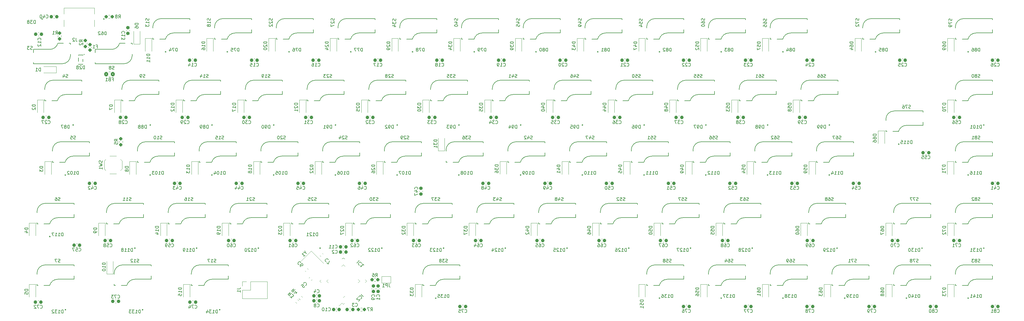
<source format=gbo>
G04 #@! TF.GenerationSoftware,KiCad,Pcbnew,(6.0.10)*
G04 #@! TF.CreationDate,2023-02-16T19:15:59+01:00*
G04 #@! TF.ProjectId,kuro65,6b75726f-3635-42e6-9b69-6361645f7063,rev?*
G04 #@! TF.SameCoordinates,Original*
G04 #@! TF.FileFunction,Legend,Bot*
G04 #@! TF.FilePolarity,Positive*
%FSLAX46Y46*%
G04 Gerber Fmt 4.6, Leading zero omitted, Abs format (unit mm)*
G04 Created by KiCad (PCBNEW (6.0.10)) date 2023-02-16 19:15:59*
%MOMM*%
%LPD*%
G01*
G04 APERTURE LIST*
G04 Aperture macros list*
%AMRoundRect*
0 Rectangle with rounded corners*
0 $1 Rounding radius*
0 $2 $3 $4 $5 $6 $7 $8 $9 X,Y pos of 4 corners*
0 Add a 4 corners polygon primitive as box body*
4,1,4,$2,$3,$4,$5,$6,$7,$8,$9,$2,$3,0*
0 Add four circle primitives for the rounded corners*
1,1,$1+$1,$2,$3*
1,1,$1+$1,$4,$5*
1,1,$1+$1,$6,$7*
1,1,$1+$1,$8,$9*
0 Add four rect primitives between the rounded corners*
20,1,$1+$1,$2,$3,$4,$5,0*
20,1,$1+$1,$4,$5,$6,$7,0*
20,1,$1+$1,$6,$7,$8,$9,0*
20,1,$1+$1,$8,$9,$2,$3,0*%
%AMRotRect*
0 Rectangle, with rotation*
0 The origin of the aperture is its center*
0 $1 length*
0 $2 width*
0 $3 Rotation angle, in degrees counterclockwise*
0 Add horizontal line*
21,1,$1,$2,0,0,$3*%
G04 Aperture macros list end*
%ADD10C,0.150000*%
%ADD11C,0.225000*%
%ADD12C,0.120000*%
%ADD13C,0.211327*%
%ADD14C,1.701800*%
%ADD15C,3.987800*%
%ADD16C,3.000000*%
%ADD17R,2.550000X2.500000*%
%ADD18R,1.590000X2.500000*%
%ADD19R,2.000000X1.200000*%
%ADD20C,5.500000*%
%ADD21C,3.048000*%
%ADD22C,4.000000*%
%ADD23C,3.700000*%
%ADD24C,0.650000*%
%ADD25R,0.600000X1.450000*%
%ADD26R,0.300000X1.450000*%
%ADD27O,1.000000X2.100000*%
%ADD28O,1.000000X1.600000*%
%ADD29RoundRect,0.237500X0.300000X0.237500X-0.300000X0.237500X-0.300000X-0.237500X0.300000X-0.237500X0*%
%ADD30RoundRect,0.237500X-0.300000X-0.237500X0.300000X-0.237500X0.300000X0.237500X-0.300000X0.237500X0*%
%ADD31RoundRect,0.237500X0.044194X0.380070X-0.380070X-0.044194X-0.044194X-0.380070X0.380070X0.044194X0*%
%ADD32R,1.000000X1.500000*%
%ADD33RoundRect,0.237500X0.237500X-0.250000X0.237500X0.250000X-0.237500X0.250000X-0.237500X-0.250000X0*%
%ADD34RoundRect,0.237500X-0.237500X0.250000X-0.237500X-0.250000X0.237500X-0.250000X0.237500X0.250000X0*%
%ADD35RoundRect,0.237500X0.250000X0.237500X-0.250000X0.237500X-0.250000X-0.237500X0.250000X-0.237500X0*%
%ADD36RoundRect,0.062500X-0.291682X-0.380070X0.380070X0.291682X0.291682X0.380070X-0.380070X-0.291682X0*%
%ADD37RoundRect,0.062500X0.291682X-0.380070X0.380070X-0.291682X-0.291682X0.380070X-0.380070X0.291682X0*%
%ADD38RotRect,5.200000X5.200000X45.000000*%
%ADD39RoundRect,0.237500X0.344715X-0.008839X-0.008839X0.344715X-0.344715X0.008839X0.008839X-0.344715X0*%
%ADD40RoundRect,0.237500X-0.237500X0.300000X-0.237500X-0.300000X0.237500X-0.300000X0.237500X0.300000X0*%
%ADD41RoundRect,0.237500X-0.380070X0.044194X0.044194X-0.380070X0.380070X-0.044194X-0.044194X0.380070X0*%
%ADD42RoundRect,0.237500X0.380070X-0.044194X-0.044194X0.380070X-0.380070X0.044194X0.044194X-0.380070X0*%
%ADD43RotRect,2.100000X1.725000X315.000000*%
%ADD44R,1.700000X1.700000*%
%ADD45O,1.700000X1.700000*%
%ADD46R,1.000000X1.700000*%
%ADD47R,0.900000X1.200000*%
%ADD48R,1.200000X0.900000*%
%ADD49RoundRect,0.137500X-0.327037X-0.521491X0.521491X0.327037X0.327037X0.521491X-0.521491X-0.327037X0*%
%ADD50RoundRect,0.137500X0.327037X-0.521491X0.521491X-0.327037X-0.327037X0.521491X-0.521491X0.327037X0*%
%ADD51R,0.700000X1.000000*%
%ADD52R,0.700000X0.600000*%
%ADD53RoundRect,0.250000X-0.350000X-0.450000X0.350000X-0.450000X0.350000X0.450000X-0.350000X0.450000X0*%
%ADD54RoundRect,0.237500X0.237500X-0.287500X0.237500X0.287500X-0.237500X0.287500X-0.237500X-0.287500X0*%
G04 APERTURE END LIST*
D10*
X2561904Y-11104761D02*
X2419047Y-11152380D01*
X2180952Y-11152380D01*
X2085714Y-11104761D01*
X2038095Y-11057142D01*
X1990476Y-10961904D01*
X1990476Y-10866666D01*
X2038095Y-10771428D01*
X2085714Y-10723809D01*
X2180952Y-10676190D01*
X2371428Y-10628571D01*
X2466666Y-10580952D01*
X2514285Y-10533333D01*
X2561904Y-10438095D01*
X2561904Y-10342857D01*
X2514285Y-10247619D01*
X2466666Y-10200000D01*
X2371428Y-10152380D01*
X2133333Y-10152380D01*
X1990476Y-10200000D01*
X1657142Y-10152380D02*
X1038095Y-10152380D01*
X1371428Y-10533333D01*
X1228571Y-10533333D01*
X1133333Y-10580952D01*
X1085714Y-10628571D01*
X1038095Y-10723809D01*
X1038095Y-10961904D01*
X1085714Y-11057142D01*
X1133333Y-11104761D01*
X1228571Y-11152380D01*
X1514285Y-11152380D01*
X1609523Y-11104761D01*
X1657142Y-11057142D01*
X15905654Y-38849761D02*
X15762797Y-38897380D01*
X15524702Y-38897380D01*
X15429464Y-38849761D01*
X15381845Y-38802142D01*
X15334226Y-38706904D01*
X15334226Y-38611666D01*
X15381845Y-38516428D01*
X15429464Y-38468809D01*
X15524702Y-38421190D01*
X15715178Y-38373571D01*
X15810416Y-38325952D01*
X15858035Y-38278333D01*
X15905654Y-38183095D01*
X15905654Y-38087857D01*
X15858035Y-37992619D01*
X15810416Y-37945000D01*
X15715178Y-37897380D01*
X15477083Y-37897380D01*
X15334226Y-37945000D01*
X14429464Y-37897380D02*
X14905654Y-37897380D01*
X14953273Y-38373571D01*
X14905654Y-38325952D01*
X14810416Y-38278333D01*
X14572321Y-38278333D01*
X14477083Y-38325952D01*
X14429464Y-38373571D01*
X14381845Y-38468809D01*
X14381845Y-38706904D01*
X14429464Y-38802142D01*
X14477083Y-38849761D01*
X14572321Y-38897380D01*
X14810416Y-38897380D01*
X14905654Y-38849761D01*
X14953273Y-38802142D01*
X257604761Y-1561904D02*
X257652380Y-1704761D01*
X257652380Y-1942857D01*
X257604761Y-2038095D01*
X257557142Y-2085714D01*
X257461904Y-2133333D01*
X257366666Y-2133333D01*
X257271428Y-2085714D01*
X257223809Y-2038095D01*
X257176190Y-1942857D01*
X257128571Y-1752380D01*
X257080952Y-1657142D01*
X257033333Y-1609523D01*
X256938095Y-1561904D01*
X256842857Y-1561904D01*
X256747619Y-1609523D01*
X256700000Y-1657142D01*
X256652380Y-1752380D01*
X256652380Y-1990476D01*
X256700000Y-2133333D01*
X256652380Y-2466666D02*
X256652380Y-3133333D01*
X257652380Y-2704761D01*
X256747619Y-3466666D02*
X256700000Y-3514285D01*
X256652380Y-3609523D01*
X256652380Y-3847619D01*
X256700000Y-3942857D01*
X256747619Y-3990476D01*
X256842857Y-4038095D01*
X256938095Y-4038095D01*
X257080952Y-3990476D01*
X257652380Y-3419047D01*
X257652380Y-4038095D01*
X11143154Y-57899761D02*
X11000297Y-57947380D01*
X10762202Y-57947380D01*
X10666964Y-57899761D01*
X10619345Y-57852142D01*
X10571726Y-57756904D01*
X10571726Y-57661666D01*
X10619345Y-57566428D01*
X10666964Y-57518809D01*
X10762202Y-57471190D01*
X10952678Y-57423571D01*
X11047916Y-57375952D01*
X11095535Y-57328333D01*
X11143154Y-57233095D01*
X11143154Y-57137857D01*
X11095535Y-57042619D01*
X11047916Y-56995000D01*
X10952678Y-56947380D01*
X10714583Y-56947380D01*
X10571726Y-56995000D01*
X9714583Y-56947380D02*
X9905059Y-56947380D01*
X10000297Y-56995000D01*
X10047916Y-57042619D01*
X10143154Y-57185476D01*
X10190773Y-57375952D01*
X10190773Y-57756904D01*
X10143154Y-57852142D01*
X10095535Y-57899761D01*
X10000297Y-57947380D01*
X9809821Y-57947380D01*
X9714583Y-57899761D01*
X9666964Y-57852142D01*
X9619345Y-57756904D01*
X9619345Y-57518809D01*
X9666964Y-57423571D01*
X9714583Y-57375952D01*
X9809821Y-57328333D01*
X10000297Y-57328333D01*
X10095535Y-57375952D01*
X10143154Y-57423571D01*
X10190773Y-57518809D01*
X33050595Y-57899761D02*
X32907738Y-57947380D01*
X32669642Y-57947380D01*
X32574404Y-57899761D01*
X32526785Y-57852142D01*
X32479166Y-57756904D01*
X32479166Y-57661666D01*
X32526785Y-57566428D01*
X32574404Y-57518809D01*
X32669642Y-57471190D01*
X32860119Y-57423571D01*
X32955357Y-57375952D01*
X33002976Y-57328333D01*
X33050595Y-57233095D01*
X33050595Y-57137857D01*
X33002976Y-57042619D01*
X32955357Y-56995000D01*
X32860119Y-56947380D01*
X32622023Y-56947380D01*
X32479166Y-56995000D01*
X31526785Y-57947380D02*
X32098214Y-57947380D01*
X31812500Y-57947380D02*
X31812500Y-56947380D01*
X31907738Y-57090238D01*
X32002976Y-57185476D01*
X32098214Y-57233095D01*
X30574404Y-57947380D02*
X31145833Y-57947380D01*
X30860119Y-57947380D02*
X30860119Y-56947380D01*
X30955357Y-57090238D01*
X31050595Y-57185476D01*
X31145833Y-57233095D01*
X199738095Y-76949761D02*
X199595238Y-76997380D01*
X199357142Y-76997380D01*
X199261904Y-76949761D01*
X199214285Y-76902142D01*
X199166666Y-76806904D01*
X199166666Y-76711666D01*
X199214285Y-76616428D01*
X199261904Y-76568809D01*
X199357142Y-76521190D01*
X199547619Y-76473571D01*
X199642857Y-76425952D01*
X199690476Y-76378333D01*
X199738095Y-76283095D01*
X199738095Y-76187857D01*
X199690476Y-76092619D01*
X199642857Y-76045000D01*
X199547619Y-75997380D01*
X199309523Y-75997380D01*
X199166666Y-76045000D01*
X198261904Y-75997380D02*
X198738095Y-75997380D01*
X198785714Y-76473571D01*
X198738095Y-76425952D01*
X198642857Y-76378333D01*
X198404761Y-76378333D01*
X198309523Y-76425952D01*
X198261904Y-76473571D01*
X198214285Y-76568809D01*
X198214285Y-76806904D01*
X198261904Y-76902142D01*
X198309523Y-76949761D01*
X198404761Y-76997380D01*
X198642857Y-76997380D01*
X198738095Y-76949761D01*
X198785714Y-76902142D01*
X197642857Y-76425952D02*
X197738095Y-76378333D01*
X197785714Y-76330714D01*
X197833333Y-76235476D01*
X197833333Y-76187857D01*
X197785714Y-76092619D01*
X197738095Y-76045000D01*
X197642857Y-75997380D01*
X197452380Y-75997380D01*
X197357142Y-76045000D01*
X197309523Y-76092619D01*
X197261904Y-76187857D01*
X197261904Y-76235476D01*
X197309523Y-76330714D01*
X197357142Y-76378333D01*
X197452380Y-76425952D01*
X197642857Y-76425952D01*
X197738095Y-76473571D01*
X197785714Y-76521190D01*
X197833333Y-76616428D01*
X197833333Y-76806904D01*
X197785714Y-76902142D01*
X197738095Y-76949761D01*
X197642857Y-76997380D01*
X197452380Y-76997380D01*
X197357142Y-76949761D01*
X197309523Y-76902142D01*
X197261904Y-76806904D01*
X197261904Y-76616428D01*
X197309523Y-76521190D01*
X197357142Y-76473571D01*
X197452380Y-76425952D01*
X218788095Y-76949761D02*
X218645238Y-76997380D01*
X218407142Y-76997380D01*
X218311904Y-76949761D01*
X218264285Y-76902142D01*
X218216666Y-76806904D01*
X218216666Y-76711666D01*
X218264285Y-76616428D01*
X218311904Y-76568809D01*
X218407142Y-76521190D01*
X218597619Y-76473571D01*
X218692857Y-76425952D01*
X218740476Y-76378333D01*
X218788095Y-76283095D01*
X218788095Y-76187857D01*
X218740476Y-76092619D01*
X218692857Y-76045000D01*
X218597619Y-75997380D01*
X218359523Y-75997380D01*
X218216666Y-76045000D01*
X217359523Y-75997380D02*
X217550000Y-75997380D01*
X217645238Y-76045000D01*
X217692857Y-76092619D01*
X217788095Y-76235476D01*
X217835714Y-76425952D01*
X217835714Y-76806904D01*
X217788095Y-76902142D01*
X217740476Y-76949761D01*
X217645238Y-76997380D01*
X217454761Y-76997380D01*
X217359523Y-76949761D01*
X217311904Y-76902142D01*
X217264285Y-76806904D01*
X217264285Y-76568809D01*
X217311904Y-76473571D01*
X217359523Y-76425952D01*
X217454761Y-76378333D01*
X217645238Y-76378333D01*
X217740476Y-76425952D01*
X217788095Y-76473571D01*
X217835714Y-76568809D01*
X216407142Y-76330714D02*
X216407142Y-76997380D01*
X216645238Y-75949761D02*
X216883333Y-76664047D01*
X216264285Y-76664047D01*
X237838095Y-76949761D02*
X237695238Y-76997380D01*
X237457142Y-76997380D01*
X237361904Y-76949761D01*
X237314285Y-76902142D01*
X237266666Y-76806904D01*
X237266666Y-76711666D01*
X237314285Y-76616428D01*
X237361904Y-76568809D01*
X237457142Y-76521190D01*
X237647619Y-76473571D01*
X237742857Y-76425952D01*
X237790476Y-76378333D01*
X237838095Y-76283095D01*
X237838095Y-76187857D01*
X237790476Y-76092619D01*
X237742857Y-76045000D01*
X237647619Y-75997380D01*
X237409523Y-75997380D01*
X237266666Y-76045000D01*
X236409523Y-75997380D02*
X236600000Y-75997380D01*
X236695238Y-76045000D01*
X236742857Y-76092619D01*
X236838095Y-76235476D01*
X236885714Y-76425952D01*
X236885714Y-76806904D01*
X236838095Y-76902142D01*
X236790476Y-76949761D01*
X236695238Y-76997380D01*
X236504761Y-76997380D01*
X236409523Y-76949761D01*
X236361904Y-76902142D01*
X236314285Y-76806904D01*
X236314285Y-76568809D01*
X236361904Y-76473571D01*
X236409523Y-76425952D01*
X236504761Y-76378333D01*
X236695238Y-76378333D01*
X236790476Y-76425952D01*
X236838095Y-76473571D01*
X236885714Y-76568809D01*
X235838095Y-76997380D02*
X235647619Y-76997380D01*
X235552380Y-76949761D01*
X235504761Y-76902142D01*
X235409523Y-76759285D01*
X235361904Y-76568809D01*
X235361904Y-76187857D01*
X235409523Y-76092619D01*
X235457142Y-76045000D01*
X235552380Y-75997380D01*
X235742857Y-75997380D01*
X235838095Y-76045000D01*
X235885714Y-76092619D01*
X235933333Y-76187857D01*
X235933333Y-76425952D01*
X235885714Y-76521190D01*
X235838095Y-76568809D01*
X235742857Y-76616428D01*
X235552380Y-76616428D01*
X235457142Y-76568809D01*
X235409523Y-76521190D01*
X235361904Y-76425952D01*
X37336904Y-19799761D02*
X37194047Y-19847380D01*
X36955952Y-19847380D01*
X36860714Y-19799761D01*
X36813095Y-19752142D01*
X36765476Y-19656904D01*
X36765476Y-19561666D01*
X36813095Y-19466428D01*
X36860714Y-19418809D01*
X36955952Y-19371190D01*
X37146428Y-19323571D01*
X37241666Y-19275952D01*
X37289285Y-19228333D01*
X37336904Y-19133095D01*
X37336904Y-19037857D01*
X37289285Y-18942619D01*
X37241666Y-18895000D01*
X37146428Y-18847380D01*
X36908333Y-18847380D01*
X36765476Y-18895000D01*
X36289285Y-19847380D02*
X36098809Y-19847380D01*
X36003571Y-19799761D01*
X35955952Y-19752142D01*
X35860714Y-19609285D01*
X35813095Y-19418809D01*
X35813095Y-19037857D01*
X35860714Y-18942619D01*
X35908333Y-18895000D01*
X36003571Y-18847380D01*
X36194047Y-18847380D01*
X36289285Y-18895000D01*
X36336904Y-18942619D01*
X36384523Y-19037857D01*
X36384523Y-19275952D01*
X36336904Y-19371190D01*
X36289285Y-19418809D01*
X36194047Y-19466428D01*
X36003571Y-19466428D01*
X35908333Y-19418809D01*
X35860714Y-19371190D01*
X35813095Y-19275952D01*
X42575595Y-38849761D02*
X42432738Y-38897380D01*
X42194642Y-38897380D01*
X42099404Y-38849761D01*
X42051785Y-38802142D01*
X42004166Y-38706904D01*
X42004166Y-38611666D01*
X42051785Y-38516428D01*
X42099404Y-38468809D01*
X42194642Y-38421190D01*
X42385119Y-38373571D01*
X42480357Y-38325952D01*
X42527976Y-38278333D01*
X42575595Y-38183095D01*
X42575595Y-38087857D01*
X42527976Y-37992619D01*
X42480357Y-37945000D01*
X42385119Y-37897380D01*
X42147023Y-37897380D01*
X42004166Y-37945000D01*
X41051785Y-38897380D02*
X41623214Y-38897380D01*
X41337500Y-38897380D02*
X41337500Y-37897380D01*
X41432738Y-38040238D01*
X41527976Y-38135476D01*
X41623214Y-38183095D01*
X40432738Y-37897380D02*
X40337500Y-37897380D01*
X40242261Y-37945000D01*
X40194642Y-37992619D01*
X40147023Y-38087857D01*
X40099404Y-38278333D01*
X40099404Y-38516428D01*
X40147023Y-38706904D01*
X40194642Y-38802142D01*
X40242261Y-38849761D01*
X40337500Y-38897380D01*
X40432738Y-38897380D01*
X40527976Y-38849761D01*
X40575595Y-38802142D01*
X40623214Y-38706904D01*
X40670833Y-38516428D01*
X40670833Y-38278333D01*
X40623214Y-38087857D01*
X40575595Y-37992619D01*
X40527976Y-37945000D01*
X40432738Y-37897380D01*
X38504761Y-1561904D02*
X38552380Y-1704761D01*
X38552380Y-1942857D01*
X38504761Y-2038095D01*
X38457142Y-2085714D01*
X38361904Y-2133333D01*
X38266666Y-2133333D01*
X38171428Y-2085714D01*
X38123809Y-2038095D01*
X38076190Y-1942857D01*
X38028571Y-1752380D01*
X37980952Y-1657142D01*
X37933333Y-1609523D01*
X37838095Y-1561904D01*
X37742857Y-1561904D01*
X37647619Y-1609523D01*
X37600000Y-1657142D01*
X37552380Y-1752380D01*
X37552380Y-1990476D01*
X37600000Y-2133333D01*
X38552380Y-3085714D02*
X38552380Y-2514285D01*
X38552380Y-2800000D02*
X37552380Y-2800000D01*
X37695238Y-2704761D01*
X37790476Y-2609523D01*
X37838095Y-2514285D01*
X37552380Y-3419047D02*
X37552380Y-4038095D01*
X37933333Y-3704761D01*
X37933333Y-3847619D01*
X37980952Y-3942857D01*
X38028571Y-3990476D01*
X38123809Y-4038095D01*
X38361904Y-4038095D01*
X38457142Y-3990476D01*
X38504761Y-3942857D01*
X38552380Y-3847619D01*
X38552380Y-3561904D01*
X38504761Y-3466666D01*
X38457142Y-3419047D01*
X56863095Y-19799761D02*
X56720238Y-19847380D01*
X56482142Y-19847380D01*
X56386904Y-19799761D01*
X56339285Y-19752142D01*
X56291666Y-19656904D01*
X56291666Y-19561666D01*
X56339285Y-19466428D01*
X56386904Y-19418809D01*
X56482142Y-19371190D01*
X56672619Y-19323571D01*
X56767857Y-19275952D01*
X56815476Y-19228333D01*
X56863095Y-19133095D01*
X56863095Y-19037857D01*
X56815476Y-18942619D01*
X56767857Y-18895000D01*
X56672619Y-18847380D01*
X56434523Y-18847380D01*
X56291666Y-18895000D01*
X55339285Y-19847380D02*
X55910714Y-19847380D01*
X55625000Y-19847380D02*
X55625000Y-18847380D01*
X55720238Y-18990238D01*
X55815476Y-19085476D01*
X55910714Y-19133095D01*
X54482142Y-19180714D02*
X54482142Y-19847380D01*
X54720238Y-18799761D02*
X54958333Y-19514047D01*
X54339285Y-19514047D01*
X61625595Y-38849761D02*
X61482738Y-38897380D01*
X61244642Y-38897380D01*
X61149404Y-38849761D01*
X61101785Y-38802142D01*
X61054166Y-38706904D01*
X61054166Y-38611666D01*
X61101785Y-38516428D01*
X61149404Y-38468809D01*
X61244642Y-38421190D01*
X61435119Y-38373571D01*
X61530357Y-38325952D01*
X61577976Y-38278333D01*
X61625595Y-38183095D01*
X61625595Y-38087857D01*
X61577976Y-37992619D01*
X61530357Y-37945000D01*
X61435119Y-37897380D01*
X61197023Y-37897380D01*
X61054166Y-37945000D01*
X60101785Y-38897380D02*
X60673214Y-38897380D01*
X60387500Y-38897380D02*
X60387500Y-37897380D01*
X60482738Y-38040238D01*
X60577976Y-38135476D01*
X60673214Y-38183095D01*
X59197023Y-37897380D02*
X59673214Y-37897380D01*
X59720833Y-38373571D01*
X59673214Y-38325952D01*
X59577976Y-38278333D01*
X59339880Y-38278333D01*
X59244642Y-38325952D01*
X59197023Y-38373571D01*
X59149404Y-38468809D01*
X59149404Y-38706904D01*
X59197023Y-38802142D01*
X59244642Y-38849761D01*
X59339880Y-38897380D01*
X59577976Y-38897380D01*
X59673214Y-38849761D01*
X59720833Y-38802142D01*
X52100595Y-57899761D02*
X51957738Y-57947380D01*
X51719642Y-57947380D01*
X51624404Y-57899761D01*
X51576785Y-57852142D01*
X51529166Y-57756904D01*
X51529166Y-57661666D01*
X51576785Y-57566428D01*
X51624404Y-57518809D01*
X51719642Y-57471190D01*
X51910119Y-57423571D01*
X52005357Y-57375952D01*
X52052976Y-57328333D01*
X52100595Y-57233095D01*
X52100595Y-57137857D01*
X52052976Y-57042619D01*
X52005357Y-56995000D01*
X51910119Y-56947380D01*
X51672023Y-56947380D01*
X51529166Y-56995000D01*
X50576785Y-57947380D02*
X51148214Y-57947380D01*
X50862500Y-57947380D02*
X50862500Y-56947380D01*
X50957738Y-57090238D01*
X51052976Y-57185476D01*
X51148214Y-57233095D01*
X49719642Y-56947380D02*
X49910119Y-56947380D01*
X50005357Y-56995000D01*
X50052976Y-57042619D01*
X50148214Y-57185476D01*
X50195833Y-57375952D01*
X50195833Y-57756904D01*
X50148214Y-57852142D01*
X50100595Y-57899761D01*
X50005357Y-57947380D01*
X49814880Y-57947380D01*
X49719642Y-57899761D01*
X49672023Y-57852142D01*
X49624404Y-57756904D01*
X49624404Y-57518809D01*
X49672023Y-57423571D01*
X49719642Y-57375952D01*
X49814880Y-57328333D01*
X50005357Y-57328333D01*
X50100595Y-57375952D01*
X50148214Y-57423571D01*
X50195833Y-57518809D01*
X57504761Y-1561904D02*
X57552380Y-1704761D01*
X57552380Y-1942857D01*
X57504761Y-2038095D01*
X57457142Y-2085714D01*
X57361904Y-2133333D01*
X57266666Y-2133333D01*
X57171428Y-2085714D01*
X57123809Y-2038095D01*
X57076190Y-1942857D01*
X57028571Y-1752380D01*
X56980952Y-1657142D01*
X56933333Y-1609523D01*
X56838095Y-1561904D01*
X56742857Y-1561904D01*
X56647619Y-1609523D01*
X56600000Y-1657142D01*
X56552380Y-1752380D01*
X56552380Y-1990476D01*
X56600000Y-2133333D01*
X57552380Y-3085714D02*
X57552380Y-2514285D01*
X57552380Y-2800000D02*
X56552380Y-2800000D01*
X56695238Y-2704761D01*
X56790476Y-2609523D01*
X56838095Y-2514285D01*
X56980952Y-3657142D02*
X56933333Y-3561904D01*
X56885714Y-3514285D01*
X56790476Y-3466666D01*
X56742857Y-3466666D01*
X56647619Y-3514285D01*
X56600000Y-3561904D01*
X56552380Y-3657142D01*
X56552380Y-3847619D01*
X56600000Y-3942857D01*
X56647619Y-3990476D01*
X56742857Y-4038095D01*
X56790476Y-4038095D01*
X56885714Y-3990476D01*
X56933333Y-3942857D01*
X56980952Y-3847619D01*
X56980952Y-3657142D01*
X57028571Y-3561904D01*
X57076190Y-3514285D01*
X57171428Y-3466666D01*
X57361904Y-3466666D01*
X57457142Y-3514285D01*
X57504761Y-3561904D01*
X57552380Y-3657142D01*
X57552380Y-3847619D01*
X57504761Y-3942857D01*
X57457142Y-3990476D01*
X57361904Y-4038095D01*
X57171428Y-4038095D01*
X57076190Y-3990476D01*
X57028571Y-3942857D01*
X56980952Y-3847619D01*
X75913095Y-19799761D02*
X75770238Y-19847380D01*
X75532142Y-19847380D01*
X75436904Y-19799761D01*
X75389285Y-19752142D01*
X75341666Y-19656904D01*
X75341666Y-19561666D01*
X75389285Y-19466428D01*
X75436904Y-19418809D01*
X75532142Y-19371190D01*
X75722619Y-19323571D01*
X75817857Y-19275952D01*
X75865476Y-19228333D01*
X75913095Y-19133095D01*
X75913095Y-19037857D01*
X75865476Y-18942619D01*
X75817857Y-18895000D01*
X75722619Y-18847380D01*
X75484523Y-18847380D01*
X75341666Y-18895000D01*
X74389285Y-19847380D02*
X74960714Y-19847380D01*
X74675000Y-19847380D02*
X74675000Y-18847380D01*
X74770238Y-18990238D01*
X74865476Y-19085476D01*
X74960714Y-19133095D01*
X73913095Y-19847380D02*
X73722619Y-19847380D01*
X73627380Y-19799761D01*
X73579761Y-19752142D01*
X73484523Y-19609285D01*
X73436904Y-19418809D01*
X73436904Y-19037857D01*
X73484523Y-18942619D01*
X73532142Y-18895000D01*
X73627380Y-18847380D01*
X73817857Y-18847380D01*
X73913095Y-18895000D01*
X73960714Y-18942619D01*
X74008333Y-19037857D01*
X74008333Y-19275952D01*
X73960714Y-19371190D01*
X73913095Y-19418809D01*
X73817857Y-19466428D01*
X73627380Y-19466428D01*
X73532142Y-19418809D01*
X73484523Y-19371190D01*
X73436904Y-19275952D01*
X80675595Y-38849761D02*
X80532738Y-38897380D01*
X80294642Y-38897380D01*
X80199404Y-38849761D01*
X80151785Y-38802142D01*
X80104166Y-38706904D01*
X80104166Y-38611666D01*
X80151785Y-38516428D01*
X80199404Y-38468809D01*
X80294642Y-38421190D01*
X80485119Y-38373571D01*
X80580357Y-38325952D01*
X80627976Y-38278333D01*
X80675595Y-38183095D01*
X80675595Y-38087857D01*
X80627976Y-37992619D01*
X80580357Y-37945000D01*
X80485119Y-37897380D01*
X80247023Y-37897380D01*
X80104166Y-37945000D01*
X79723214Y-37992619D02*
X79675595Y-37945000D01*
X79580357Y-37897380D01*
X79342261Y-37897380D01*
X79247023Y-37945000D01*
X79199404Y-37992619D01*
X79151785Y-38087857D01*
X79151785Y-38183095D01*
X79199404Y-38325952D01*
X79770833Y-38897380D01*
X79151785Y-38897380D01*
X78532738Y-37897380D02*
X78437500Y-37897380D01*
X78342261Y-37945000D01*
X78294642Y-37992619D01*
X78247023Y-38087857D01*
X78199404Y-38278333D01*
X78199404Y-38516428D01*
X78247023Y-38706904D01*
X78294642Y-38802142D01*
X78342261Y-38849761D01*
X78437500Y-38897380D01*
X78532738Y-38897380D01*
X78627976Y-38849761D01*
X78675595Y-38802142D01*
X78723214Y-38706904D01*
X78770833Y-38516428D01*
X78770833Y-38278333D01*
X78723214Y-38087857D01*
X78675595Y-37992619D01*
X78627976Y-37945000D01*
X78532738Y-37897380D01*
X71150595Y-57899761D02*
X71007738Y-57947380D01*
X70769642Y-57947380D01*
X70674404Y-57899761D01*
X70626785Y-57852142D01*
X70579166Y-57756904D01*
X70579166Y-57661666D01*
X70626785Y-57566428D01*
X70674404Y-57518809D01*
X70769642Y-57471190D01*
X70960119Y-57423571D01*
X71055357Y-57375952D01*
X71102976Y-57328333D01*
X71150595Y-57233095D01*
X71150595Y-57137857D01*
X71102976Y-57042619D01*
X71055357Y-56995000D01*
X70960119Y-56947380D01*
X70722023Y-56947380D01*
X70579166Y-56995000D01*
X70198214Y-57042619D02*
X70150595Y-56995000D01*
X70055357Y-56947380D01*
X69817261Y-56947380D01*
X69722023Y-56995000D01*
X69674404Y-57042619D01*
X69626785Y-57137857D01*
X69626785Y-57233095D01*
X69674404Y-57375952D01*
X70245833Y-57947380D01*
X69626785Y-57947380D01*
X68674404Y-57947380D02*
X69245833Y-57947380D01*
X68960119Y-57947380D02*
X68960119Y-56947380D01*
X69055357Y-57090238D01*
X69150595Y-57185476D01*
X69245833Y-57233095D01*
X76604761Y-1561904D02*
X76652380Y-1704761D01*
X76652380Y-1942857D01*
X76604761Y-2038095D01*
X76557142Y-2085714D01*
X76461904Y-2133333D01*
X76366666Y-2133333D01*
X76271428Y-2085714D01*
X76223809Y-2038095D01*
X76176190Y-1942857D01*
X76128571Y-1752380D01*
X76080952Y-1657142D01*
X76033333Y-1609523D01*
X75938095Y-1561904D01*
X75842857Y-1561904D01*
X75747619Y-1609523D01*
X75700000Y-1657142D01*
X75652380Y-1752380D01*
X75652380Y-1990476D01*
X75700000Y-2133333D01*
X75747619Y-2514285D02*
X75700000Y-2561904D01*
X75652380Y-2657142D01*
X75652380Y-2895238D01*
X75700000Y-2990476D01*
X75747619Y-3038095D01*
X75842857Y-3085714D01*
X75938095Y-3085714D01*
X76080952Y-3038095D01*
X76652380Y-2466666D01*
X76652380Y-3085714D01*
X75747619Y-3466666D02*
X75700000Y-3514285D01*
X75652380Y-3609523D01*
X75652380Y-3847619D01*
X75700000Y-3942857D01*
X75747619Y-3990476D01*
X75842857Y-4038095D01*
X75938095Y-4038095D01*
X76080952Y-3990476D01*
X76652380Y-3419047D01*
X76652380Y-4038095D01*
X94963095Y-19799761D02*
X94820238Y-19847380D01*
X94582142Y-19847380D01*
X94486904Y-19799761D01*
X94439285Y-19752142D01*
X94391666Y-19656904D01*
X94391666Y-19561666D01*
X94439285Y-19466428D01*
X94486904Y-19418809D01*
X94582142Y-19371190D01*
X94772619Y-19323571D01*
X94867857Y-19275952D01*
X94915476Y-19228333D01*
X94963095Y-19133095D01*
X94963095Y-19037857D01*
X94915476Y-18942619D01*
X94867857Y-18895000D01*
X94772619Y-18847380D01*
X94534523Y-18847380D01*
X94391666Y-18895000D01*
X94010714Y-18942619D02*
X93963095Y-18895000D01*
X93867857Y-18847380D01*
X93629761Y-18847380D01*
X93534523Y-18895000D01*
X93486904Y-18942619D01*
X93439285Y-19037857D01*
X93439285Y-19133095D01*
X93486904Y-19275952D01*
X94058333Y-19847380D01*
X93439285Y-19847380D01*
X93105952Y-18847380D02*
X92486904Y-18847380D01*
X92820238Y-19228333D01*
X92677380Y-19228333D01*
X92582142Y-19275952D01*
X92534523Y-19323571D01*
X92486904Y-19418809D01*
X92486904Y-19656904D01*
X92534523Y-19752142D01*
X92582142Y-19799761D01*
X92677380Y-19847380D01*
X92963095Y-19847380D01*
X93058333Y-19799761D01*
X93105952Y-19752142D01*
X99725595Y-38849761D02*
X99582738Y-38897380D01*
X99344642Y-38897380D01*
X99249404Y-38849761D01*
X99201785Y-38802142D01*
X99154166Y-38706904D01*
X99154166Y-38611666D01*
X99201785Y-38516428D01*
X99249404Y-38468809D01*
X99344642Y-38421190D01*
X99535119Y-38373571D01*
X99630357Y-38325952D01*
X99677976Y-38278333D01*
X99725595Y-38183095D01*
X99725595Y-38087857D01*
X99677976Y-37992619D01*
X99630357Y-37945000D01*
X99535119Y-37897380D01*
X99297023Y-37897380D01*
X99154166Y-37945000D01*
X98773214Y-37992619D02*
X98725595Y-37945000D01*
X98630357Y-37897380D01*
X98392261Y-37897380D01*
X98297023Y-37945000D01*
X98249404Y-37992619D01*
X98201785Y-38087857D01*
X98201785Y-38183095D01*
X98249404Y-38325952D01*
X98820833Y-38897380D01*
X98201785Y-38897380D01*
X97344642Y-38230714D02*
X97344642Y-38897380D01*
X97582738Y-37849761D02*
X97820833Y-38564047D01*
X97201785Y-38564047D01*
X90200595Y-57899761D02*
X90057738Y-57947380D01*
X89819642Y-57947380D01*
X89724404Y-57899761D01*
X89676785Y-57852142D01*
X89629166Y-57756904D01*
X89629166Y-57661666D01*
X89676785Y-57566428D01*
X89724404Y-57518809D01*
X89819642Y-57471190D01*
X90010119Y-57423571D01*
X90105357Y-57375952D01*
X90152976Y-57328333D01*
X90200595Y-57233095D01*
X90200595Y-57137857D01*
X90152976Y-57042619D01*
X90105357Y-56995000D01*
X90010119Y-56947380D01*
X89772023Y-56947380D01*
X89629166Y-56995000D01*
X89248214Y-57042619D02*
X89200595Y-56995000D01*
X89105357Y-56947380D01*
X88867261Y-56947380D01*
X88772023Y-56995000D01*
X88724404Y-57042619D01*
X88676785Y-57137857D01*
X88676785Y-57233095D01*
X88724404Y-57375952D01*
X89295833Y-57947380D01*
X88676785Y-57947380D01*
X87772023Y-56947380D02*
X88248214Y-56947380D01*
X88295833Y-57423571D01*
X88248214Y-57375952D01*
X88152976Y-57328333D01*
X87914880Y-57328333D01*
X87819642Y-57375952D01*
X87772023Y-57423571D01*
X87724404Y-57518809D01*
X87724404Y-57756904D01*
X87772023Y-57852142D01*
X87819642Y-57899761D01*
X87914880Y-57947380D01*
X88152976Y-57947380D01*
X88248214Y-57899761D01*
X88295833Y-57852142D01*
X95704761Y-1561904D02*
X95752380Y-1704761D01*
X95752380Y-1942857D01*
X95704761Y-2038095D01*
X95657142Y-2085714D01*
X95561904Y-2133333D01*
X95466666Y-2133333D01*
X95371428Y-2085714D01*
X95323809Y-2038095D01*
X95276190Y-1942857D01*
X95228571Y-1752380D01*
X95180952Y-1657142D01*
X95133333Y-1609523D01*
X95038095Y-1561904D01*
X94942857Y-1561904D01*
X94847619Y-1609523D01*
X94800000Y-1657142D01*
X94752380Y-1752380D01*
X94752380Y-1990476D01*
X94800000Y-2133333D01*
X94847619Y-2514285D02*
X94800000Y-2561904D01*
X94752380Y-2657142D01*
X94752380Y-2895238D01*
X94800000Y-2990476D01*
X94847619Y-3038095D01*
X94942857Y-3085714D01*
X95038095Y-3085714D01*
X95180952Y-3038095D01*
X95752380Y-2466666D01*
X95752380Y-3085714D01*
X94752380Y-3419047D02*
X94752380Y-4085714D01*
X95752380Y-3657142D01*
X114013095Y-19799761D02*
X113870238Y-19847380D01*
X113632142Y-19847380D01*
X113536904Y-19799761D01*
X113489285Y-19752142D01*
X113441666Y-19656904D01*
X113441666Y-19561666D01*
X113489285Y-19466428D01*
X113536904Y-19418809D01*
X113632142Y-19371190D01*
X113822619Y-19323571D01*
X113917857Y-19275952D01*
X113965476Y-19228333D01*
X114013095Y-19133095D01*
X114013095Y-19037857D01*
X113965476Y-18942619D01*
X113917857Y-18895000D01*
X113822619Y-18847380D01*
X113584523Y-18847380D01*
X113441666Y-18895000D01*
X113060714Y-18942619D02*
X113013095Y-18895000D01*
X112917857Y-18847380D01*
X112679761Y-18847380D01*
X112584523Y-18895000D01*
X112536904Y-18942619D01*
X112489285Y-19037857D01*
X112489285Y-19133095D01*
X112536904Y-19275952D01*
X113108333Y-19847380D01*
X112489285Y-19847380D01*
X111917857Y-19275952D02*
X112013095Y-19228333D01*
X112060714Y-19180714D01*
X112108333Y-19085476D01*
X112108333Y-19037857D01*
X112060714Y-18942619D01*
X112013095Y-18895000D01*
X111917857Y-18847380D01*
X111727380Y-18847380D01*
X111632142Y-18895000D01*
X111584523Y-18942619D01*
X111536904Y-19037857D01*
X111536904Y-19085476D01*
X111584523Y-19180714D01*
X111632142Y-19228333D01*
X111727380Y-19275952D01*
X111917857Y-19275952D01*
X112013095Y-19323571D01*
X112060714Y-19371190D01*
X112108333Y-19466428D01*
X112108333Y-19656904D01*
X112060714Y-19752142D01*
X112013095Y-19799761D01*
X111917857Y-19847380D01*
X111727380Y-19847380D01*
X111632142Y-19799761D01*
X111584523Y-19752142D01*
X111536904Y-19656904D01*
X111536904Y-19466428D01*
X111584523Y-19371190D01*
X111632142Y-19323571D01*
X111727380Y-19275952D01*
X118775595Y-38849761D02*
X118632738Y-38897380D01*
X118394642Y-38897380D01*
X118299404Y-38849761D01*
X118251785Y-38802142D01*
X118204166Y-38706904D01*
X118204166Y-38611666D01*
X118251785Y-38516428D01*
X118299404Y-38468809D01*
X118394642Y-38421190D01*
X118585119Y-38373571D01*
X118680357Y-38325952D01*
X118727976Y-38278333D01*
X118775595Y-38183095D01*
X118775595Y-38087857D01*
X118727976Y-37992619D01*
X118680357Y-37945000D01*
X118585119Y-37897380D01*
X118347023Y-37897380D01*
X118204166Y-37945000D01*
X117823214Y-37992619D02*
X117775595Y-37945000D01*
X117680357Y-37897380D01*
X117442261Y-37897380D01*
X117347023Y-37945000D01*
X117299404Y-37992619D01*
X117251785Y-38087857D01*
X117251785Y-38183095D01*
X117299404Y-38325952D01*
X117870833Y-38897380D01*
X117251785Y-38897380D01*
X116775595Y-38897380D02*
X116585119Y-38897380D01*
X116489880Y-38849761D01*
X116442261Y-38802142D01*
X116347023Y-38659285D01*
X116299404Y-38468809D01*
X116299404Y-38087857D01*
X116347023Y-37992619D01*
X116394642Y-37945000D01*
X116489880Y-37897380D01*
X116680357Y-37897380D01*
X116775595Y-37945000D01*
X116823214Y-37992619D01*
X116870833Y-38087857D01*
X116870833Y-38325952D01*
X116823214Y-38421190D01*
X116775595Y-38468809D01*
X116680357Y-38516428D01*
X116489880Y-38516428D01*
X116394642Y-38468809D01*
X116347023Y-38421190D01*
X116299404Y-38325952D01*
X114704761Y-1661904D02*
X114752380Y-1804761D01*
X114752380Y-2042857D01*
X114704761Y-2138095D01*
X114657142Y-2185714D01*
X114561904Y-2233333D01*
X114466666Y-2233333D01*
X114371428Y-2185714D01*
X114323809Y-2138095D01*
X114276190Y-2042857D01*
X114228571Y-1852380D01*
X114180952Y-1757142D01*
X114133333Y-1709523D01*
X114038095Y-1661904D01*
X113942857Y-1661904D01*
X113847619Y-1709523D01*
X113800000Y-1757142D01*
X113752380Y-1852380D01*
X113752380Y-2090476D01*
X113800000Y-2233333D01*
X113752380Y-2566666D02*
X113752380Y-3185714D01*
X114133333Y-2852380D01*
X114133333Y-2995238D01*
X114180952Y-3090476D01*
X114228571Y-3138095D01*
X114323809Y-3185714D01*
X114561904Y-3185714D01*
X114657142Y-3138095D01*
X114704761Y-3090476D01*
X114752380Y-2995238D01*
X114752380Y-2709523D01*
X114704761Y-2614285D01*
X114657142Y-2566666D01*
X114085714Y-4042857D02*
X114752380Y-4042857D01*
X113704761Y-3804761D02*
X114419047Y-3566666D01*
X114419047Y-4185714D01*
X133063095Y-19799761D02*
X132920238Y-19847380D01*
X132682142Y-19847380D01*
X132586904Y-19799761D01*
X132539285Y-19752142D01*
X132491666Y-19656904D01*
X132491666Y-19561666D01*
X132539285Y-19466428D01*
X132586904Y-19418809D01*
X132682142Y-19371190D01*
X132872619Y-19323571D01*
X132967857Y-19275952D01*
X133015476Y-19228333D01*
X133063095Y-19133095D01*
X133063095Y-19037857D01*
X133015476Y-18942619D01*
X132967857Y-18895000D01*
X132872619Y-18847380D01*
X132634523Y-18847380D01*
X132491666Y-18895000D01*
X132158333Y-18847380D02*
X131539285Y-18847380D01*
X131872619Y-19228333D01*
X131729761Y-19228333D01*
X131634523Y-19275952D01*
X131586904Y-19323571D01*
X131539285Y-19418809D01*
X131539285Y-19656904D01*
X131586904Y-19752142D01*
X131634523Y-19799761D01*
X131729761Y-19847380D01*
X132015476Y-19847380D01*
X132110714Y-19799761D01*
X132158333Y-19752142D01*
X130634523Y-18847380D02*
X131110714Y-18847380D01*
X131158333Y-19323571D01*
X131110714Y-19275952D01*
X131015476Y-19228333D01*
X130777380Y-19228333D01*
X130682142Y-19275952D01*
X130634523Y-19323571D01*
X130586904Y-19418809D01*
X130586904Y-19656904D01*
X130634523Y-19752142D01*
X130682142Y-19799761D01*
X130777380Y-19847380D01*
X131015476Y-19847380D01*
X131110714Y-19799761D01*
X131158333Y-19752142D01*
X137825595Y-38849761D02*
X137682738Y-38897380D01*
X137444642Y-38897380D01*
X137349404Y-38849761D01*
X137301785Y-38802142D01*
X137254166Y-38706904D01*
X137254166Y-38611666D01*
X137301785Y-38516428D01*
X137349404Y-38468809D01*
X137444642Y-38421190D01*
X137635119Y-38373571D01*
X137730357Y-38325952D01*
X137777976Y-38278333D01*
X137825595Y-38183095D01*
X137825595Y-38087857D01*
X137777976Y-37992619D01*
X137730357Y-37945000D01*
X137635119Y-37897380D01*
X137397023Y-37897380D01*
X137254166Y-37945000D01*
X136920833Y-37897380D02*
X136301785Y-37897380D01*
X136635119Y-38278333D01*
X136492261Y-38278333D01*
X136397023Y-38325952D01*
X136349404Y-38373571D01*
X136301785Y-38468809D01*
X136301785Y-38706904D01*
X136349404Y-38802142D01*
X136397023Y-38849761D01*
X136492261Y-38897380D01*
X136777976Y-38897380D01*
X136873214Y-38849761D01*
X136920833Y-38802142D01*
X135444642Y-37897380D02*
X135635119Y-37897380D01*
X135730357Y-37945000D01*
X135777976Y-37992619D01*
X135873214Y-38135476D01*
X135920833Y-38325952D01*
X135920833Y-38706904D01*
X135873214Y-38802142D01*
X135825595Y-38849761D01*
X135730357Y-38897380D01*
X135539880Y-38897380D01*
X135444642Y-38849761D01*
X135397023Y-38802142D01*
X135349404Y-38706904D01*
X135349404Y-38468809D01*
X135397023Y-38373571D01*
X135444642Y-38325952D01*
X135539880Y-38278333D01*
X135730357Y-38278333D01*
X135825595Y-38325952D01*
X135873214Y-38373571D01*
X135920833Y-38468809D01*
X128300595Y-57899761D02*
X128157738Y-57947380D01*
X127919642Y-57947380D01*
X127824404Y-57899761D01*
X127776785Y-57852142D01*
X127729166Y-57756904D01*
X127729166Y-57661666D01*
X127776785Y-57566428D01*
X127824404Y-57518809D01*
X127919642Y-57471190D01*
X128110119Y-57423571D01*
X128205357Y-57375952D01*
X128252976Y-57328333D01*
X128300595Y-57233095D01*
X128300595Y-57137857D01*
X128252976Y-57042619D01*
X128205357Y-56995000D01*
X128110119Y-56947380D01*
X127872023Y-56947380D01*
X127729166Y-56995000D01*
X127395833Y-56947380D02*
X126776785Y-56947380D01*
X127110119Y-57328333D01*
X126967261Y-57328333D01*
X126872023Y-57375952D01*
X126824404Y-57423571D01*
X126776785Y-57518809D01*
X126776785Y-57756904D01*
X126824404Y-57852142D01*
X126872023Y-57899761D01*
X126967261Y-57947380D01*
X127252976Y-57947380D01*
X127348214Y-57899761D01*
X127395833Y-57852142D01*
X126443452Y-56947380D02*
X125776785Y-56947380D01*
X126205357Y-57947380D01*
X133804761Y-1561904D02*
X133852380Y-1704761D01*
X133852380Y-1942857D01*
X133804761Y-2038095D01*
X133757142Y-2085714D01*
X133661904Y-2133333D01*
X133566666Y-2133333D01*
X133471428Y-2085714D01*
X133423809Y-2038095D01*
X133376190Y-1942857D01*
X133328571Y-1752380D01*
X133280952Y-1657142D01*
X133233333Y-1609523D01*
X133138095Y-1561904D01*
X133042857Y-1561904D01*
X132947619Y-1609523D01*
X132900000Y-1657142D01*
X132852380Y-1752380D01*
X132852380Y-1990476D01*
X132900000Y-2133333D01*
X133185714Y-2990476D02*
X133852380Y-2990476D01*
X132804761Y-2752380D02*
X133519047Y-2514285D01*
X133519047Y-3133333D01*
X132852380Y-3704761D02*
X132852380Y-3800000D01*
X132900000Y-3895238D01*
X132947619Y-3942857D01*
X133042857Y-3990476D01*
X133233333Y-4038095D01*
X133471428Y-4038095D01*
X133661904Y-3990476D01*
X133757142Y-3942857D01*
X133804761Y-3895238D01*
X133852380Y-3800000D01*
X133852380Y-3704761D01*
X133804761Y-3609523D01*
X133757142Y-3561904D01*
X133661904Y-3514285D01*
X133471428Y-3466666D01*
X133233333Y-3466666D01*
X133042857Y-3514285D01*
X132947619Y-3561904D01*
X132900000Y-3609523D01*
X132852380Y-3704761D01*
X152113095Y-19799761D02*
X151970238Y-19847380D01*
X151732142Y-19847380D01*
X151636904Y-19799761D01*
X151589285Y-19752142D01*
X151541666Y-19656904D01*
X151541666Y-19561666D01*
X151589285Y-19466428D01*
X151636904Y-19418809D01*
X151732142Y-19371190D01*
X151922619Y-19323571D01*
X152017857Y-19275952D01*
X152065476Y-19228333D01*
X152113095Y-19133095D01*
X152113095Y-19037857D01*
X152065476Y-18942619D01*
X152017857Y-18895000D01*
X151922619Y-18847380D01*
X151684523Y-18847380D01*
X151541666Y-18895000D01*
X150684523Y-19180714D02*
X150684523Y-19847380D01*
X150922619Y-18799761D02*
X151160714Y-19514047D01*
X150541666Y-19514047D01*
X149636904Y-19847380D02*
X150208333Y-19847380D01*
X149922619Y-19847380D02*
X149922619Y-18847380D01*
X150017857Y-18990238D01*
X150113095Y-19085476D01*
X150208333Y-19133095D01*
X156875595Y-38849761D02*
X156732738Y-38897380D01*
X156494642Y-38897380D01*
X156399404Y-38849761D01*
X156351785Y-38802142D01*
X156304166Y-38706904D01*
X156304166Y-38611666D01*
X156351785Y-38516428D01*
X156399404Y-38468809D01*
X156494642Y-38421190D01*
X156685119Y-38373571D01*
X156780357Y-38325952D01*
X156827976Y-38278333D01*
X156875595Y-38183095D01*
X156875595Y-38087857D01*
X156827976Y-37992619D01*
X156780357Y-37945000D01*
X156685119Y-37897380D01*
X156447023Y-37897380D01*
X156304166Y-37945000D01*
X155447023Y-38230714D02*
X155447023Y-38897380D01*
X155685119Y-37849761D02*
X155923214Y-38564047D01*
X155304166Y-38564047D01*
X154970833Y-37992619D02*
X154923214Y-37945000D01*
X154827976Y-37897380D01*
X154589880Y-37897380D01*
X154494642Y-37945000D01*
X154447023Y-37992619D01*
X154399404Y-38087857D01*
X154399404Y-38183095D01*
X154447023Y-38325952D01*
X155018452Y-38897380D01*
X154399404Y-38897380D01*
X147350595Y-57899761D02*
X147207738Y-57947380D01*
X146969642Y-57947380D01*
X146874404Y-57899761D01*
X146826785Y-57852142D01*
X146779166Y-57756904D01*
X146779166Y-57661666D01*
X146826785Y-57566428D01*
X146874404Y-57518809D01*
X146969642Y-57471190D01*
X147160119Y-57423571D01*
X147255357Y-57375952D01*
X147302976Y-57328333D01*
X147350595Y-57233095D01*
X147350595Y-57137857D01*
X147302976Y-57042619D01*
X147255357Y-56995000D01*
X147160119Y-56947380D01*
X146922023Y-56947380D01*
X146779166Y-56995000D01*
X145922023Y-57280714D02*
X145922023Y-57947380D01*
X146160119Y-56899761D02*
X146398214Y-57614047D01*
X145779166Y-57614047D01*
X145493452Y-56947380D02*
X144874404Y-56947380D01*
X145207738Y-57328333D01*
X145064880Y-57328333D01*
X144969642Y-57375952D01*
X144922023Y-57423571D01*
X144874404Y-57518809D01*
X144874404Y-57756904D01*
X144922023Y-57852142D01*
X144969642Y-57899761D01*
X145064880Y-57947380D01*
X145350595Y-57947380D01*
X145445833Y-57899761D01*
X145493452Y-57852142D01*
X152904761Y-1561904D02*
X152952380Y-1704761D01*
X152952380Y-1942857D01*
X152904761Y-2038095D01*
X152857142Y-2085714D01*
X152761904Y-2133333D01*
X152666666Y-2133333D01*
X152571428Y-2085714D01*
X152523809Y-2038095D01*
X152476190Y-1942857D01*
X152428571Y-1752380D01*
X152380952Y-1657142D01*
X152333333Y-1609523D01*
X152238095Y-1561904D01*
X152142857Y-1561904D01*
X152047619Y-1609523D01*
X152000000Y-1657142D01*
X151952380Y-1752380D01*
X151952380Y-1990476D01*
X152000000Y-2133333D01*
X152285714Y-2990476D02*
X152952380Y-2990476D01*
X151904761Y-2752380D02*
X152619047Y-2514285D01*
X152619047Y-3133333D01*
X151952380Y-3990476D02*
X151952380Y-3514285D01*
X152428571Y-3466666D01*
X152380952Y-3514285D01*
X152333333Y-3609523D01*
X152333333Y-3847619D01*
X152380952Y-3942857D01*
X152428571Y-3990476D01*
X152523809Y-4038095D01*
X152761904Y-4038095D01*
X152857142Y-3990476D01*
X152904761Y-3942857D01*
X152952380Y-3847619D01*
X152952380Y-3609523D01*
X152904761Y-3514285D01*
X152857142Y-3466666D01*
X171163095Y-19799761D02*
X171020238Y-19847380D01*
X170782142Y-19847380D01*
X170686904Y-19799761D01*
X170639285Y-19752142D01*
X170591666Y-19656904D01*
X170591666Y-19561666D01*
X170639285Y-19466428D01*
X170686904Y-19418809D01*
X170782142Y-19371190D01*
X170972619Y-19323571D01*
X171067857Y-19275952D01*
X171115476Y-19228333D01*
X171163095Y-19133095D01*
X171163095Y-19037857D01*
X171115476Y-18942619D01*
X171067857Y-18895000D01*
X170972619Y-18847380D01*
X170734523Y-18847380D01*
X170591666Y-18895000D01*
X169734523Y-19180714D02*
X169734523Y-19847380D01*
X169972619Y-18799761D02*
X170210714Y-19514047D01*
X169591666Y-19514047D01*
X168782142Y-18847380D02*
X168972619Y-18847380D01*
X169067857Y-18895000D01*
X169115476Y-18942619D01*
X169210714Y-19085476D01*
X169258333Y-19275952D01*
X169258333Y-19656904D01*
X169210714Y-19752142D01*
X169163095Y-19799761D01*
X169067857Y-19847380D01*
X168877380Y-19847380D01*
X168782142Y-19799761D01*
X168734523Y-19752142D01*
X168686904Y-19656904D01*
X168686904Y-19418809D01*
X168734523Y-19323571D01*
X168782142Y-19275952D01*
X168877380Y-19228333D01*
X169067857Y-19228333D01*
X169163095Y-19275952D01*
X169210714Y-19323571D01*
X169258333Y-19418809D01*
X175925595Y-38849761D02*
X175782738Y-38897380D01*
X175544642Y-38897380D01*
X175449404Y-38849761D01*
X175401785Y-38802142D01*
X175354166Y-38706904D01*
X175354166Y-38611666D01*
X175401785Y-38516428D01*
X175449404Y-38468809D01*
X175544642Y-38421190D01*
X175735119Y-38373571D01*
X175830357Y-38325952D01*
X175877976Y-38278333D01*
X175925595Y-38183095D01*
X175925595Y-38087857D01*
X175877976Y-37992619D01*
X175830357Y-37945000D01*
X175735119Y-37897380D01*
X175497023Y-37897380D01*
X175354166Y-37945000D01*
X174497023Y-38230714D02*
X174497023Y-38897380D01*
X174735119Y-37849761D02*
X174973214Y-38564047D01*
X174354166Y-38564047D01*
X174068452Y-37897380D02*
X173401785Y-37897380D01*
X173830357Y-38897380D01*
X166400595Y-57899761D02*
X166257738Y-57947380D01*
X166019642Y-57947380D01*
X165924404Y-57899761D01*
X165876785Y-57852142D01*
X165829166Y-57756904D01*
X165829166Y-57661666D01*
X165876785Y-57566428D01*
X165924404Y-57518809D01*
X166019642Y-57471190D01*
X166210119Y-57423571D01*
X166305357Y-57375952D01*
X166352976Y-57328333D01*
X166400595Y-57233095D01*
X166400595Y-57137857D01*
X166352976Y-57042619D01*
X166305357Y-56995000D01*
X166210119Y-56947380D01*
X165972023Y-56947380D01*
X165829166Y-56995000D01*
X164972023Y-57280714D02*
X164972023Y-57947380D01*
X165210119Y-56899761D02*
X165448214Y-57614047D01*
X164829166Y-57614047D01*
X164305357Y-57375952D02*
X164400595Y-57328333D01*
X164448214Y-57280714D01*
X164495833Y-57185476D01*
X164495833Y-57137857D01*
X164448214Y-57042619D01*
X164400595Y-56995000D01*
X164305357Y-56947380D01*
X164114880Y-56947380D01*
X164019642Y-56995000D01*
X163972023Y-57042619D01*
X163924404Y-57137857D01*
X163924404Y-57185476D01*
X163972023Y-57280714D01*
X164019642Y-57328333D01*
X164114880Y-57375952D01*
X164305357Y-57375952D01*
X164400595Y-57423571D01*
X164448214Y-57471190D01*
X164495833Y-57566428D01*
X164495833Y-57756904D01*
X164448214Y-57852142D01*
X164400595Y-57899761D01*
X164305357Y-57947380D01*
X164114880Y-57947380D01*
X164019642Y-57899761D01*
X163972023Y-57852142D01*
X163924404Y-57756904D01*
X163924404Y-57566428D01*
X163972023Y-57471190D01*
X164019642Y-57423571D01*
X164114880Y-57375952D01*
X172004761Y-1561904D02*
X172052380Y-1704761D01*
X172052380Y-1942857D01*
X172004761Y-2038095D01*
X171957142Y-2085714D01*
X171861904Y-2133333D01*
X171766666Y-2133333D01*
X171671428Y-2085714D01*
X171623809Y-2038095D01*
X171576190Y-1942857D01*
X171528571Y-1752380D01*
X171480952Y-1657142D01*
X171433333Y-1609523D01*
X171338095Y-1561904D01*
X171242857Y-1561904D01*
X171147619Y-1609523D01*
X171100000Y-1657142D01*
X171052380Y-1752380D01*
X171052380Y-1990476D01*
X171100000Y-2133333D01*
X171385714Y-2990476D02*
X172052380Y-2990476D01*
X171004761Y-2752380D02*
X171719047Y-2514285D01*
X171719047Y-3133333D01*
X172052380Y-3561904D02*
X172052380Y-3752380D01*
X172004761Y-3847619D01*
X171957142Y-3895238D01*
X171814285Y-3990476D01*
X171623809Y-4038095D01*
X171242857Y-4038095D01*
X171147619Y-3990476D01*
X171100000Y-3942857D01*
X171052380Y-3847619D01*
X171052380Y-3657142D01*
X171100000Y-3561904D01*
X171147619Y-3514285D01*
X171242857Y-3466666D01*
X171480952Y-3466666D01*
X171576190Y-3514285D01*
X171623809Y-3561904D01*
X171671428Y-3657142D01*
X171671428Y-3847619D01*
X171623809Y-3942857D01*
X171576190Y-3990476D01*
X171480952Y-4038095D01*
X190213095Y-19799761D02*
X190070238Y-19847380D01*
X189832142Y-19847380D01*
X189736904Y-19799761D01*
X189689285Y-19752142D01*
X189641666Y-19656904D01*
X189641666Y-19561666D01*
X189689285Y-19466428D01*
X189736904Y-19418809D01*
X189832142Y-19371190D01*
X190022619Y-19323571D01*
X190117857Y-19275952D01*
X190165476Y-19228333D01*
X190213095Y-19133095D01*
X190213095Y-19037857D01*
X190165476Y-18942619D01*
X190117857Y-18895000D01*
X190022619Y-18847380D01*
X189784523Y-18847380D01*
X189641666Y-18895000D01*
X188736904Y-18847380D02*
X189213095Y-18847380D01*
X189260714Y-19323571D01*
X189213095Y-19275952D01*
X189117857Y-19228333D01*
X188879761Y-19228333D01*
X188784523Y-19275952D01*
X188736904Y-19323571D01*
X188689285Y-19418809D01*
X188689285Y-19656904D01*
X188736904Y-19752142D01*
X188784523Y-19799761D01*
X188879761Y-19847380D01*
X189117857Y-19847380D01*
X189213095Y-19799761D01*
X189260714Y-19752142D01*
X188070238Y-18847380D02*
X187975000Y-18847380D01*
X187879761Y-18895000D01*
X187832142Y-18942619D01*
X187784523Y-19037857D01*
X187736904Y-19228333D01*
X187736904Y-19466428D01*
X187784523Y-19656904D01*
X187832142Y-19752142D01*
X187879761Y-19799761D01*
X187975000Y-19847380D01*
X188070238Y-19847380D01*
X188165476Y-19799761D01*
X188213095Y-19752142D01*
X188260714Y-19656904D01*
X188308333Y-19466428D01*
X188308333Y-19228333D01*
X188260714Y-19037857D01*
X188213095Y-18942619D01*
X188165476Y-18895000D01*
X188070238Y-18847380D01*
X194975595Y-38849761D02*
X194832738Y-38897380D01*
X194594642Y-38897380D01*
X194499404Y-38849761D01*
X194451785Y-38802142D01*
X194404166Y-38706904D01*
X194404166Y-38611666D01*
X194451785Y-38516428D01*
X194499404Y-38468809D01*
X194594642Y-38421190D01*
X194785119Y-38373571D01*
X194880357Y-38325952D01*
X194927976Y-38278333D01*
X194975595Y-38183095D01*
X194975595Y-38087857D01*
X194927976Y-37992619D01*
X194880357Y-37945000D01*
X194785119Y-37897380D01*
X194547023Y-37897380D01*
X194404166Y-37945000D01*
X193499404Y-37897380D02*
X193975595Y-37897380D01*
X194023214Y-38373571D01*
X193975595Y-38325952D01*
X193880357Y-38278333D01*
X193642261Y-38278333D01*
X193547023Y-38325952D01*
X193499404Y-38373571D01*
X193451785Y-38468809D01*
X193451785Y-38706904D01*
X193499404Y-38802142D01*
X193547023Y-38849761D01*
X193642261Y-38897380D01*
X193880357Y-38897380D01*
X193975595Y-38849761D01*
X194023214Y-38802142D01*
X192499404Y-38897380D02*
X193070833Y-38897380D01*
X192785119Y-38897380D02*
X192785119Y-37897380D01*
X192880357Y-38040238D01*
X192975595Y-38135476D01*
X193070833Y-38183095D01*
X185450595Y-57899761D02*
X185307738Y-57947380D01*
X185069642Y-57947380D01*
X184974404Y-57899761D01*
X184926785Y-57852142D01*
X184879166Y-57756904D01*
X184879166Y-57661666D01*
X184926785Y-57566428D01*
X184974404Y-57518809D01*
X185069642Y-57471190D01*
X185260119Y-57423571D01*
X185355357Y-57375952D01*
X185402976Y-57328333D01*
X185450595Y-57233095D01*
X185450595Y-57137857D01*
X185402976Y-57042619D01*
X185355357Y-56995000D01*
X185260119Y-56947380D01*
X185022023Y-56947380D01*
X184879166Y-56995000D01*
X183974404Y-56947380D02*
X184450595Y-56947380D01*
X184498214Y-57423571D01*
X184450595Y-57375952D01*
X184355357Y-57328333D01*
X184117261Y-57328333D01*
X184022023Y-57375952D01*
X183974404Y-57423571D01*
X183926785Y-57518809D01*
X183926785Y-57756904D01*
X183974404Y-57852142D01*
X184022023Y-57899761D01*
X184117261Y-57947380D01*
X184355357Y-57947380D01*
X184450595Y-57899761D01*
X184498214Y-57852142D01*
X183545833Y-57042619D02*
X183498214Y-56995000D01*
X183402976Y-56947380D01*
X183164880Y-56947380D01*
X183069642Y-56995000D01*
X183022023Y-57042619D01*
X182974404Y-57137857D01*
X182974404Y-57233095D01*
X183022023Y-57375952D01*
X183593452Y-57947380D01*
X182974404Y-57947380D01*
X190804761Y-1661904D02*
X190852380Y-1804761D01*
X190852380Y-2042857D01*
X190804761Y-2138095D01*
X190757142Y-2185714D01*
X190661904Y-2233333D01*
X190566666Y-2233333D01*
X190471428Y-2185714D01*
X190423809Y-2138095D01*
X190376190Y-2042857D01*
X190328571Y-1852380D01*
X190280952Y-1757142D01*
X190233333Y-1709523D01*
X190138095Y-1661904D01*
X190042857Y-1661904D01*
X189947619Y-1709523D01*
X189900000Y-1757142D01*
X189852380Y-1852380D01*
X189852380Y-2090476D01*
X189900000Y-2233333D01*
X189852380Y-3138095D02*
X189852380Y-2661904D01*
X190328571Y-2614285D01*
X190280952Y-2661904D01*
X190233333Y-2757142D01*
X190233333Y-2995238D01*
X190280952Y-3090476D01*
X190328571Y-3138095D01*
X190423809Y-3185714D01*
X190661904Y-3185714D01*
X190757142Y-3138095D01*
X190804761Y-3090476D01*
X190852380Y-2995238D01*
X190852380Y-2757142D01*
X190804761Y-2661904D01*
X190757142Y-2614285D01*
X190185714Y-4042857D02*
X190852380Y-4042857D01*
X189804761Y-3804761D02*
X190519047Y-3566666D01*
X190519047Y-4185714D01*
X209263095Y-19799761D02*
X209120238Y-19847380D01*
X208882142Y-19847380D01*
X208786904Y-19799761D01*
X208739285Y-19752142D01*
X208691666Y-19656904D01*
X208691666Y-19561666D01*
X208739285Y-19466428D01*
X208786904Y-19418809D01*
X208882142Y-19371190D01*
X209072619Y-19323571D01*
X209167857Y-19275952D01*
X209215476Y-19228333D01*
X209263095Y-19133095D01*
X209263095Y-19037857D01*
X209215476Y-18942619D01*
X209167857Y-18895000D01*
X209072619Y-18847380D01*
X208834523Y-18847380D01*
X208691666Y-18895000D01*
X207786904Y-18847380D02*
X208263095Y-18847380D01*
X208310714Y-19323571D01*
X208263095Y-19275952D01*
X208167857Y-19228333D01*
X207929761Y-19228333D01*
X207834523Y-19275952D01*
X207786904Y-19323571D01*
X207739285Y-19418809D01*
X207739285Y-19656904D01*
X207786904Y-19752142D01*
X207834523Y-19799761D01*
X207929761Y-19847380D01*
X208167857Y-19847380D01*
X208263095Y-19799761D01*
X208310714Y-19752142D01*
X206834523Y-18847380D02*
X207310714Y-18847380D01*
X207358333Y-19323571D01*
X207310714Y-19275952D01*
X207215476Y-19228333D01*
X206977380Y-19228333D01*
X206882142Y-19275952D01*
X206834523Y-19323571D01*
X206786904Y-19418809D01*
X206786904Y-19656904D01*
X206834523Y-19752142D01*
X206882142Y-19799761D01*
X206977380Y-19847380D01*
X207215476Y-19847380D01*
X207310714Y-19799761D01*
X207358333Y-19752142D01*
X214025595Y-38849761D02*
X213882738Y-38897380D01*
X213644642Y-38897380D01*
X213549404Y-38849761D01*
X213501785Y-38802142D01*
X213454166Y-38706904D01*
X213454166Y-38611666D01*
X213501785Y-38516428D01*
X213549404Y-38468809D01*
X213644642Y-38421190D01*
X213835119Y-38373571D01*
X213930357Y-38325952D01*
X213977976Y-38278333D01*
X214025595Y-38183095D01*
X214025595Y-38087857D01*
X213977976Y-37992619D01*
X213930357Y-37945000D01*
X213835119Y-37897380D01*
X213597023Y-37897380D01*
X213454166Y-37945000D01*
X212549404Y-37897380D02*
X213025595Y-37897380D01*
X213073214Y-38373571D01*
X213025595Y-38325952D01*
X212930357Y-38278333D01*
X212692261Y-38278333D01*
X212597023Y-38325952D01*
X212549404Y-38373571D01*
X212501785Y-38468809D01*
X212501785Y-38706904D01*
X212549404Y-38802142D01*
X212597023Y-38849761D01*
X212692261Y-38897380D01*
X212930357Y-38897380D01*
X213025595Y-38849761D01*
X213073214Y-38802142D01*
X211644642Y-37897380D02*
X211835119Y-37897380D01*
X211930357Y-37945000D01*
X211977976Y-37992619D01*
X212073214Y-38135476D01*
X212120833Y-38325952D01*
X212120833Y-38706904D01*
X212073214Y-38802142D01*
X212025595Y-38849761D01*
X211930357Y-38897380D01*
X211739880Y-38897380D01*
X211644642Y-38849761D01*
X211597023Y-38802142D01*
X211549404Y-38706904D01*
X211549404Y-38468809D01*
X211597023Y-38373571D01*
X211644642Y-38325952D01*
X211739880Y-38278333D01*
X211930357Y-38278333D01*
X212025595Y-38325952D01*
X212073214Y-38373571D01*
X212120833Y-38468809D01*
X204500595Y-57899761D02*
X204357738Y-57947380D01*
X204119642Y-57947380D01*
X204024404Y-57899761D01*
X203976785Y-57852142D01*
X203929166Y-57756904D01*
X203929166Y-57661666D01*
X203976785Y-57566428D01*
X204024404Y-57518809D01*
X204119642Y-57471190D01*
X204310119Y-57423571D01*
X204405357Y-57375952D01*
X204452976Y-57328333D01*
X204500595Y-57233095D01*
X204500595Y-57137857D01*
X204452976Y-57042619D01*
X204405357Y-56995000D01*
X204310119Y-56947380D01*
X204072023Y-56947380D01*
X203929166Y-56995000D01*
X203024404Y-56947380D02*
X203500595Y-56947380D01*
X203548214Y-57423571D01*
X203500595Y-57375952D01*
X203405357Y-57328333D01*
X203167261Y-57328333D01*
X203072023Y-57375952D01*
X203024404Y-57423571D01*
X202976785Y-57518809D01*
X202976785Y-57756904D01*
X203024404Y-57852142D01*
X203072023Y-57899761D01*
X203167261Y-57947380D01*
X203405357Y-57947380D01*
X203500595Y-57899761D01*
X203548214Y-57852142D01*
X202643452Y-56947380D02*
X201976785Y-56947380D01*
X202405357Y-57947380D01*
X210004761Y-1561904D02*
X210052380Y-1704761D01*
X210052380Y-1942857D01*
X210004761Y-2038095D01*
X209957142Y-2085714D01*
X209861904Y-2133333D01*
X209766666Y-2133333D01*
X209671428Y-2085714D01*
X209623809Y-2038095D01*
X209576190Y-1942857D01*
X209528571Y-1752380D01*
X209480952Y-1657142D01*
X209433333Y-1609523D01*
X209338095Y-1561904D01*
X209242857Y-1561904D01*
X209147619Y-1609523D01*
X209100000Y-1657142D01*
X209052380Y-1752380D01*
X209052380Y-1990476D01*
X209100000Y-2133333D01*
X209052380Y-2990476D02*
X209052380Y-2800000D01*
X209100000Y-2704761D01*
X209147619Y-2657142D01*
X209290476Y-2561904D01*
X209480952Y-2514285D01*
X209861904Y-2514285D01*
X209957142Y-2561904D01*
X210004761Y-2609523D01*
X210052380Y-2704761D01*
X210052380Y-2895238D01*
X210004761Y-2990476D01*
X209957142Y-3038095D01*
X209861904Y-3085714D01*
X209623809Y-3085714D01*
X209528571Y-3038095D01*
X209480952Y-2990476D01*
X209433333Y-2895238D01*
X209433333Y-2704761D01*
X209480952Y-2609523D01*
X209528571Y-2561904D01*
X209623809Y-2514285D01*
X209052380Y-3704761D02*
X209052380Y-3800000D01*
X209100000Y-3895238D01*
X209147619Y-3942857D01*
X209242857Y-3990476D01*
X209433333Y-4038095D01*
X209671428Y-4038095D01*
X209861904Y-3990476D01*
X209957142Y-3942857D01*
X210004761Y-3895238D01*
X210052380Y-3800000D01*
X210052380Y-3704761D01*
X210004761Y-3609523D01*
X209957142Y-3561904D01*
X209861904Y-3514285D01*
X209671428Y-3466666D01*
X209433333Y-3466666D01*
X209242857Y-3514285D01*
X209147619Y-3561904D01*
X209100000Y-3609523D01*
X209052380Y-3704761D01*
X228313095Y-19799761D02*
X228170238Y-19847380D01*
X227932142Y-19847380D01*
X227836904Y-19799761D01*
X227789285Y-19752142D01*
X227741666Y-19656904D01*
X227741666Y-19561666D01*
X227789285Y-19466428D01*
X227836904Y-19418809D01*
X227932142Y-19371190D01*
X228122619Y-19323571D01*
X228217857Y-19275952D01*
X228265476Y-19228333D01*
X228313095Y-19133095D01*
X228313095Y-19037857D01*
X228265476Y-18942619D01*
X228217857Y-18895000D01*
X228122619Y-18847380D01*
X227884523Y-18847380D01*
X227741666Y-18895000D01*
X226884523Y-18847380D02*
X227075000Y-18847380D01*
X227170238Y-18895000D01*
X227217857Y-18942619D01*
X227313095Y-19085476D01*
X227360714Y-19275952D01*
X227360714Y-19656904D01*
X227313095Y-19752142D01*
X227265476Y-19799761D01*
X227170238Y-19847380D01*
X226979761Y-19847380D01*
X226884523Y-19799761D01*
X226836904Y-19752142D01*
X226789285Y-19656904D01*
X226789285Y-19418809D01*
X226836904Y-19323571D01*
X226884523Y-19275952D01*
X226979761Y-19228333D01*
X227170238Y-19228333D01*
X227265476Y-19275952D01*
X227313095Y-19323571D01*
X227360714Y-19418809D01*
X225836904Y-19847380D02*
X226408333Y-19847380D01*
X226122619Y-19847380D02*
X226122619Y-18847380D01*
X226217857Y-18990238D01*
X226313095Y-19085476D01*
X226408333Y-19133095D01*
X233075595Y-38849761D02*
X232932738Y-38897380D01*
X232694642Y-38897380D01*
X232599404Y-38849761D01*
X232551785Y-38802142D01*
X232504166Y-38706904D01*
X232504166Y-38611666D01*
X232551785Y-38516428D01*
X232599404Y-38468809D01*
X232694642Y-38421190D01*
X232885119Y-38373571D01*
X232980357Y-38325952D01*
X233027976Y-38278333D01*
X233075595Y-38183095D01*
X233075595Y-38087857D01*
X233027976Y-37992619D01*
X232980357Y-37945000D01*
X232885119Y-37897380D01*
X232647023Y-37897380D01*
X232504166Y-37945000D01*
X231647023Y-37897380D02*
X231837500Y-37897380D01*
X231932738Y-37945000D01*
X231980357Y-37992619D01*
X232075595Y-38135476D01*
X232123214Y-38325952D01*
X232123214Y-38706904D01*
X232075595Y-38802142D01*
X232027976Y-38849761D01*
X231932738Y-38897380D01*
X231742261Y-38897380D01*
X231647023Y-38849761D01*
X231599404Y-38802142D01*
X231551785Y-38706904D01*
X231551785Y-38468809D01*
X231599404Y-38373571D01*
X231647023Y-38325952D01*
X231742261Y-38278333D01*
X231932738Y-38278333D01*
X232027976Y-38325952D01*
X232075595Y-38373571D01*
X232123214Y-38468809D01*
X231170833Y-37992619D02*
X231123214Y-37945000D01*
X231027976Y-37897380D01*
X230789880Y-37897380D01*
X230694642Y-37945000D01*
X230647023Y-37992619D01*
X230599404Y-38087857D01*
X230599404Y-38183095D01*
X230647023Y-38325952D01*
X231218452Y-38897380D01*
X230599404Y-38897380D01*
X223550595Y-57899761D02*
X223407738Y-57947380D01*
X223169642Y-57947380D01*
X223074404Y-57899761D01*
X223026785Y-57852142D01*
X222979166Y-57756904D01*
X222979166Y-57661666D01*
X223026785Y-57566428D01*
X223074404Y-57518809D01*
X223169642Y-57471190D01*
X223360119Y-57423571D01*
X223455357Y-57375952D01*
X223502976Y-57328333D01*
X223550595Y-57233095D01*
X223550595Y-57137857D01*
X223502976Y-57042619D01*
X223455357Y-56995000D01*
X223360119Y-56947380D01*
X223122023Y-56947380D01*
X222979166Y-56995000D01*
X222122023Y-56947380D02*
X222312500Y-56947380D01*
X222407738Y-56995000D01*
X222455357Y-57042619D01*
X222550595Y-57185476D01*
X222598214Y-57375952D01*
X222598214Y-57756904D01*
X222550595Y-57852142D01*
X222502976Y-57899761D01*
X222407738Y-57947380D01*
X222217261Y-57947380D01*
X222122023Y-57899761D01*
X222074404Y-57852142D01*
X222026785Y-57756904D01*
X222026785Y-57518809D01*
X222074404Y-57423571D01*
X222122023Y-57375952D01*
X222217261Y-57328333D01*
X222407738Y-57328333D01*
X222502976Y-57375952D01*
X222550595Y-57423571D01*
X222598214Y-57518809D01*
X221693452Y-56947380D02*
X221074404Y-56947380D01*
X221407738Y-57328333D01*
X221264880Y-57328333D01*
X221169642Y-57375952D01*
X221122023Y-57423571D01*
X221074404Y-57518809D01*
X221074404Y-57756904D01*
X221122023Y-57852142D01*
X221169642Y-57899761D01*
X221264880Y-57947380D01*
X221550595Y-57947380D01*
X221645833Y-57899761D01*
X221693452Y-57852142D01*
X229104761Y-1661904D02*
X229152380Y-1804761D01*
X229152380Y-2042857D01*
X229104761Y-2138095D01*
X229057142Y-2185714D01*
X228961904Y-2233333D01*
X228866666Y-2233333D01*
X228771428Y-2185714D01*
X228723809Y-2138095D01*
X228676190Y-2042857D01*
X228628571Y-1852380D01*
X228580952Y-1757142D01*
X228533333Y-1709523D01*
X228438095Y-1661904D01*
X228342857Y-1661904D01*
X228247619Y-1709523D01*
X228200000Y-1757142D01*
X228152380Y-1852380D01*
X228152380Y-2090476D01*
X228200000Y-2233333D01*
X228152380Y-3090476D02*
X228152380Y-2900000D01*
X228200000Y-2804761D01*
X228247619Y-2757142D01*
X228390476Y-2661904D01*
X228580952Y-2614285D01*
X228961904Y-2614285D01*
X229057142Y-2661904D01*
X229104761Y-2709523D01*
X229152380Y-2804761D01*
X229152380Y-2995238D01*
X229104761Y-3090476D01*
X229057142Y-3138095D01*
X228961904Y-3185714D01*
X228723809Y-3185714D01*
X228628571Y-3138095D01*
X228580952Y-3090476D01*
X228533333Y-2995238D01*
X228533333Y-2804761D01*
X228580952Y-2709523D01*
X228628571Y-2661904D01*
X228723809Y-2614285D01*
X228152380Y-4090476D02*
X228152380Y-3614285D01*
X228628571Y-3566666D01*
X228580952Y-3614285D01*
X228533333Y-3709523D01*
X228533333Y-3947619D01*
X228580952Y-4042857D01*
X228628571Y-4090476D01*
X228723809Y-4138095D01*
X228961904Y-4138095D01*
X229057142Y-4090476D01*
X229104761Y-4042857D01*
X229152380Y-3947619D01*
X229152380Y-3709523D01*
X229104761Y-3614285D01*
X229057142Y-3566666D01*
X247363095Y-19799761D02*
X247220238Y-19847380D01*
X246982142Y-19847380D01*
X246886904Y-19799761D01*
X246839285Y-19752142D01*
X246791666Y-19656904D01*
X246791666Y-19561666D01*
X246839285Y-19466428D01*
X246886904Y-19418809D01*
X246982142Y-19371190D01*
X247172619Y-19323571D01*
X247267857Y-19275952D01*
X247315476Y-19228333D01*
X247363095Y-19133095D01*
X247363095Y-19037857D01*
X247315476Y-18942619D01*
X247267857Y-18895000D01*
X247172619Y-18847380D01*
X246934523Y-18847380D01*
X246791666Y-18895000D01*
X245934523Y-18847380D02*
X246125000Y-18847380D01*
X246220238Y-18895000D01*
X246267857Y-18942619D01*
X246363095Y-19085476D01*
X246410714Y-19275952D01*
X246410714Y-19656904D01*
X246363095Y-19752142D01*
X246315476Y-19799761D01*
X246220238Y-19847380D01*
X246029761Y-19847380D01*
X245934523Y-19799761D01*
X245886904Y-19752142D01*
X245839285Y-19656904D01*
X245839285Y-19418809D01*
X245886904Y-19323571D01*
X245934523Y-19275952D01*
X246029761Y-19228333D01*
X246220238Y-19228333D01*
X246315476Y-19275952D01*
X246363095Y-19323571D01*
X246410714Y-19418809D01*
X244982142Y-18847380D02*
X245172619Y-18847380D01*
X245267857Y-18895000D01*
X245315476Y-18942619D01*
X245410714Y-19085476D01*
X245458333Y-19275952D01*
X245458333Y-19656904D01*
X245410714Y-19752142D01*
X245363095Y-19799761D01*
X245267857Y-19847380D01*
X245077380Y-19847380D01*
X244982142Y-19799761D01*
X244934523Y-19752142D01*
X244886904Y-19656904D01*
X244886904Y-19418809D01*
X244934523Y-19323571D01*
X244982142Y-19275952D01*
X245077380Y-19228333D01*
X245267857Y-19228333D01*
X245363095Y-19275952D01*
X245410714Y-19323571D01*
X245458333Y-19418809D01*
X252125595Y-38849761D02*
X251982738Y-38897380D01*
X251744642Y-38897380D01*
X251649404Y-38849761D01*
X251601785Y-38802142D01*
X251554166Y-38706904D01*
X251554166Y-38611666D01*
X251601785Y-38516428D01*
X251649404Y-38468809D01*
X251744642Y-38421190D01*
X251935119Y-38373571D01*
X252030357Y-38325952D01*
X252077976Y-38278333D01*
X252125595Y-38183095D01*
X252125595Y-38087857D01*
X252077976Y-37992619D01*
X252030357Y-37945000D01*
X251935119Y-37897380D01*
X251697023Y-37897380D01*
X251554166Y-37945000D01*
X250697023Y-37897380D02*
X250887500Y-37897380D01*
X250982738Y-37945000D01*
X251030357Y-37992619D01*
X251125595Y-38135476D01*
X251173214Y-38325952D01*
X251173214Y-38706904D01*
X251125595Y-38802142D01*
X251077976Y-38849761D01*
X250982738Y-38897380D01*
X250792261Y-38897380D01*
X250697023Y-38849761D01*
X250649404Y-38802142D01*
X250601785Y-38706904D01*
X250601785Y-38468809D01*
X250649404Y-38373571D01*
X250697023Y-38325952D01*
X250792261Y-38278333D01*
X250982738Y-38278333D01*
X251077976Y-38325952D01*
X251125595Y-38373571D01*
X251173214Y-38468809D01*
X250268452Y-37897380D02*
X249601785Y-37897380D01*
X250030357Y-38897380D01*
X256888095Y-76949761D02*
X256745238Y-76997380D01*
X256507142Y-76997380D01*
X256411904Y-76949761D01*
X256364285Y-76902142D01*
X256316666Y-76806904D01*
X256316666Y-76711666D01*
X256364285Y-76616428D01*
X256411904Y-76568809D01*
X256507142Y-76521190D01*
X256697619Y-76473571D01*
X256792857Y-76425952D01*
X256840476Y-76378333D01*
X256888095Y-76283095D01*
X256888095Y-76187857D01*
X256840476Y-76092619D01*
X256792857Y-76045000D01*
X256697619Y-75997380D01*
X256459523Y-75997380D01*
X256316666Y-76045000D01*
X255983333Y-75997380D02*
X255316666Y-75997380D01*
X255745238Y-76997380D01*
X254411904Y-76997380D02*
X254983333Y-76997380D01*
X254697619Y-76997380D02*
X254697619Y-75997380D01*
X254792857Y-76140238D01*
X254888095Y-76235476D01*
X254983333Y-76283095D01*
X275938095Y-57899761D02*
X275795238Y-57947380D01*
X275557142Y-57947380D01*
X275461904Y-57899761D01*
X275414285Y-57852142D01*
X275366666Y-57756904D01*
X275366666Y-57661666D01*
X275414285Y-57566428D01*
X275461904Y-57518809D01*
X275557142Y-57471190D01*
X275747619Y-57423571D01*
X275842857Y-57375952D01*
X275890476Y-57328333D01*
X275938095Y-57233095D01*
X275938095Y-57137857D01*
X275890476Y-57042619D01*
X275842857Y-56995000D01*
X275747619Y-56947380D01*
X275509523Y-56947380D01*
X275366666Y-56995000D01*
X275033333Y-56947380D02*
X274366666Y-56947380D01*
X274795238Y-57947380D01*
X274080952Y-56947380D02*
X273414285Y-56947380D01*
X273842857Y-57947380D01*
X275938095Y-76949761D02*
X275795238Y-76997380D01*
X275557142Y-76997380D01*
X275461904Y-76949761D01*
X275414285Y-76902142D01*
X275366666Y-76806904D01*
X275366666Y-76711666D01*
X275414285Y-76616428D01*
X275461904Y-76568809D01*
X275557142Y-76521190D01*
X275747619Y-76473571D01*
X275842857Y-76425952D01*
X275890476Y-76378333D01*
X275938095Y-76283095D01*
X275938095Y-76187857D01*
X275890476Y-76092619D01*
X275842857Y-76045000D01*
X275747619Y-75997380D01*
X275509523Y-75997380D01*
X275366666Y-76045000D01*
X275033333Y-75997380D02*
X274366666Y-75997380D01*
X274795238Y-76997380D01*
X273842857Y-76425952D02*
X273938095Y-76378333D01*
X273985714Y-76330714D01*
X274033333Y-76235476D01*
X274033333Y-76187857D01*
X273985714Y-76092619D01*
X273938095Y-76045000D01*
X273842857Y-75997380D01*
X273652380Y-75997380D01*
X273557142Y-76045000D01*
X273509523Y-76092619D01*
X273461904Y-76187857D01*
X273461904Y-76235476D01*
X273509523Y-76330714D01*
X273557142Y-76378333D01*
X273652380Y-76425952D01*
X273842857Y-76425952D01*
X273938095Y-76473571D01*
X273985714Y-76521190D01*
X274033333Y-76616428D01*
X274033333Y-76806904D01*
X273985714Y-76902142D01*
X273938095Y-76949761D01*
X273842857Y-76997380D01*
X273652380Y-76997380D01*
X273557142Y-76949761D01*
X273509523Y-76902142D01*
X273461904Y-76806904D01*
X273461904Y-76616428D01*
X273509523Y-76521190D01*
X273557142Y-76473571D01*
X273652380Y-76425952D01*
X286304761Y-1661904D02*
X286352380Y-1804761D01*
X286352380Y-2042857D01*
X286304761Y-2138095D01*
X286257142Y-2185714D01*
X286161904Y-2233333D01*
X286066666Y-2233333D01*
X285971428Y-2185714D01*
X285923809Y-2138095D01*
X285876190Y-2042857D01*
X285828571Y-1852380D01*
X285780952Y-1757142D01*
X285733333Y-1709523D01*
X285638095Y-1661904D01*
X285542857Y-1661904D01*
X285447619Y-1709523D01*
X285400000Y-1757142D01*
X285352380Y-1852380D01*
X285352380Y-2090476D01*
X285400000Y-2233333D01*
X285352380Y-2566666D02*
X285352380Y-3233333D01*
X286352380Y-2804761D01*
X286352380Y-3661904D02*
X286352380Y-3852380D01*
X286304761Y-3947619D01*
X286257142Y-3995238D01*
X286114285Y-4090476D01*
X285923809Y-4138095D01*
X285542857Y-4138095D01*
X285447619Y-4090476D01*
X285400000Y-4042857D01*
X285352380Y-3947619D01*
X285352380Y-3757142D01*
X285400000Y-3661904D01*
X285447619Y-3614285D01*
X285542857Y-3566666D01*
X285780952Y-3566666D01*
X285876190Y-3614285D01*
X285923809Y-3661904D01*
X285971428Y-3757142D01*
X285971428Y-3947619D01*
X285923809Y-4042857D01*
X285876190Y-4090476D01*
X285780952Y-4138095D01*
X294988095Y-19799761D02*
X294845238Y-19847380D01*
X294607142Y-19847380D01*
X294511904Y-19799761D01*
X294464285Y-19752142D01*
X294416666Y-19656904D01*
X294416666Y-19561666D01*
X294464285Y-19466428D01*
X294511904Y-19418809D01*
X294607142Y-19371190D01*
X294797619Y-19323571D01*
X294892857Y-19275952D01*
X294940476Y-19228333D01*
X294988095Y-19133095D01*
X294988095Y-19037857D01*
X294940476Y-18942619D01*
X294892857Y-18895000D01*
X294797619Y-18847380D01*
X294559523Y-18847380D01*
X294416666Y-18895000D01*
X293845238Y-19275952D02*
X293940476Y-19228333D01*
X293988095Y-19180714D01*
X294035714Y-19085476D01*
X294035714Y-19037857D01*
X293988095Y-18942619D01*
X293940476Y-18895000D01*
X293845238Y-18847380D01*
X293654761Y-18847380D01*
X293559523Y-18895000D01*
X293511904Y-18942619D01*
X293464285Y-19037857D01*
X293464285Y-19085476D01*
X293511904Y-19180714D01*
X293559523Y-19228333D01*
X293654761Y-19275952D01*
X293845238Y-19275952D01*
X293940476Y-19323571D01*
X293988095Y-19371190D01*
X294035714Y-19466428D01*
X294035714Y-19656904D01*
X293988095Y-19752142D01*
X293940476Y-19799761D01*
X293845238Y-19847380D01*
X293654761Y-19847380D01*
X293559523Y-19799761D01*
X293511904Y-19752142D01*
X293464285Y-19656904D01*
X293464285Y-19466428D01*
X293511904Y-19371190D01*
X293559523Y-19323571D01*
X293654761Y-19275952D01*
X292845238Y-18847380D02*
X292750000Y-18847380D01*
X292654761Y-18895000D01*
X292607142Y-18942619D01*
X292559523Y-19037857D01*
X292511904Y-19228333D01*
X292511904Y-19466428D01*
X292559523Y-19656904D01*
X292607142Y-19752142D01*
X292654761Y-19799761D01*
X292750000Y-19847380D01*
X292845238Y-19847380D01*
X292940476Y-19799761D01*
X292988095Y-19752142D01*
X293035714Y-19656904D01*
X293083333Y-19466428D01*
X293083333Y-19228333D01*
X293035714Y-19037857D01*
X292988095Y-18942619D01*
X292940476Y-18895000D01*
X292845238Y-18847380D01*
X294988095Y-38849761D02*
X294845238Y-38897380D01*
X294607142Y-38897380D01*
X294511904Y-38849761D01*
X294464285Y-38802142D01*
X294416666Y-38706904D01*
X294416666Y-38611666D01*
X294464285Y-38516428D01*
X294511904Y-38468809D01*
X294607142Y-38421190D01*
X294797619Y-38373571D01*
X294892857Y-38325952D01*
X294940476Y-38278333D01*
X294988095Y-38183095D01*
X294988095Y-38087857D01*
X294940476Y-37992619D01*
X294892857Y-37945000D01*
X294797619Y-37897380D01*
X294559523Y-37897380D01*
X294416666Y-37945000D01*
X293845238Y-38325952D02*
X293940476Y-38278333D01*
X293988095Y-38230714D01*
X294035714Y-38135476D01*
X294035714Y-38087857D01*
X293988095Y-37992619D01*
X293940476Y-37945000D01*
X293845238Y-37897380D01*
X293654761Y-37897380D01*
X293559523Y-37945000D01*
X293511904Y-37992619D01*
X293464285Y-38087857D01*
X293464285Y-38135476D01*
X293511904Y-38230714D01*
X293559523Y-38278333D01*
X293654761Y-38325952D01*
X293845238Y-38325952D01*
X293940476Y-38373571D01*
X293988095Y-38421190D01*
X294035714Y-38516428D01*
X294035714Y-38706904D01*
X293988095Y-38802142D01*
X293940476Y-38849761D01*
X293845238Y-38897380D01*
X293654761Y-38897380D01*
X293559523Y-38849761D01*
X293511904Y-38802142D01*
X293464285Y-38706904D01*
X293464285Y-38516428D01*
X293511904Y-38421190D01*
X293559523Y-38373571D01*
X293654761Y-38325952D01*
X292511904Y-38897380D02*
X293083333Y-38897380D01*
X292797619Y-38897380D02*
X292797619Y-37897380D01*
X292892857Y-38040238D01*
X292988095Y-38135476D01*
X293083333Y-38183095D01*
X294988095Y-57899761D02*
X294845238Y-57947380D01*
X294607142Y-57947380D01*
X294511904Y-57899761D01*
X294464285Y-57852142D01*
X294416666Y-57756904D01*
X294416666Y-57661666D01*
X294464285Y-57566428D01*
X294511904Y-57518809D01*
X294607142Y-57471190D01*
X294797619Y-57423571D01*
X294892857Y-57375952D01*
X294940476Y-57328333D01*
X294988095Y-57233095D01*
X294988095Y-57137857D01*
X294940476Y-57042619D01*
X294892857Y-56995000D01*
X294797619Y-56947380D01*
X294559523Y-56947380D01*
X294416666Y-56995000D01*
X293845238Y-57375952D02*
X293940476Y-57328333D01*
X293988095Y-57280714D01*
X294035714Y-57185476D01*
X294035714Y-57137857D01*
X293988095Y-57042619D01*
X293940476Y-56995000D01*
X293845238Y-56947380D01*
X293654761Y-56947380D01*
X293559523Y-56995000D01*
X293511904Y-57042619D01*
X293464285Y-57137857D01*
X293464285Y-57185476D01*
X293511904Y-57280714D01*
X293559523Y-57328333D01*
X293654761Y-57375952D01*
X293845238Y-57375952D01*
X293940476Y-57423571D01*
X293988095Y-57471190D01*
X294035714Y-57566428D01*
X294035714Y-57756904D01*
X293988095Y-57852142D01*
X293940476Y-57899761D01*
X293845238Y-57947380D01*
X293654761Y-57947380D01*
X293559523Y-57899761D01*
X293511904Y-57852142D01*
X293464285Y-57756904D01*
X293464285Y-57566428D01*
X293511904Y-57471190D01*
X293559523Y-57423571D01*
X293654761Y-57375952D01*
X293083333Y-57042619D02*
X293035714Y-56995000D01*
X292940476Y-56947380D01*
X292702380Y-56947380D01*
X292607142Y-56995000D01*
X292559523Y-57042619D01*
X292511904Y-57137857D01*
X292511904Y-57233095D01*
X292559523Y-57375952D01*
X293130952Y-57947380D01*
X292511904Y-57947380D01*
X294988095Y-76949761D02*
X294845238Y-76997380D01*
X294607142Y-76997380D01*
X294511904Y-76949761D01*
X294464285Y-76902142D01*
X294416666Y-76806904D01*
X294416666Y-76711666D01*
X294464285Y-76616428D01*
X294511904Y-76568809D01*
X294607142Y-76521190D01*
X294797619Y-76473571D01*
X294892857Y-76425952D01*
X294940476Y-76378333D01*
X294988095Y-76283095D01*
X294988095Y-76187857D01*
X294940476Y-76092619D01*
X294892857Y-76045000D01*
X294797619Y-75997380D01*
X294559523Y-75997380D01*
X294416666Y-76045000D01*
X293845238Y-76425952D02*
X293940476Y-76378333D01*
X293988095Y-76330714D01*
X294035714Y-76235476D01*
X294035714Y-76187857D01*
X293988095Y-76092619D01*
X293940476Y-76045000D01*
X293845238Y-75997380D01*
X293654761Y-75997380D01*
X293559523Y-76045000D01*
X293511904Y-76092619D01*
X293464285Y-76187857D01*
X293464285Y-76235476D01*
X293511904Y-76330714D01*
X293559523Y-76378333D01*
X293654761Y-76425952D01*
X293845238Y-76425952D01*
X293940476Y-76473571D01*
X293988095Y-76521190D01*
X294035714Y-76616428D01*
X294035714Y-76806904D01*
X293988095Y-76902142D01*
X293940476Y-76949761D01*
X293845238Y-76997380D01*
X293654761Y-76997380D01*
X293559523Y-76949761D01*
X293511904Y-76902142D01*
X293464285Y-76806904D01*
X293464285Y-76616428D01*
X293511904Y-76521190D01*
X293559523Y-76473571D01*
X293654761Y-76425952D01*
X293130952Y-75997380D02*
X292511904Y-75997380D01*
X292845238Y-76378333D01*
X292702380Y-76378333D01*
X292607142Y-76425952D01*
X292559523Y-76473571D01*
X292511904Y-76568809D01*
X292511904Y-76806904D01*
X292559523Y-76902142D01*
X292607142Y-76949761D01*
X292702380Y-76997380D01*
X292988095Y-76997380D01*
X293083333Y-76949761D01*
X293130952Y-76902142D01*
X273556845Y-29324761D02*
X273413988Y-29372380D01*
X273175892Y-29372380D01*
X273080654Y-29324761D01*
X273033035Y-29277142D01*
X272985416Y-29181904D01*
X272985416Y-29086666D01*
X273033035Y-28991428D01*
X273080654Y-28943809D01*
X273175892Y-28896190D01*
X273366369Y-28848571D01*
X273461607Y-28800952D01*
X273509226Y-28753333D01*
X273556845Y-28658095D01*
X273556845Y-28562857D01*
X273509226Y-28467619D01*
X273461607Y-28420000D01*
X273366369Y-28372380D01*
X273128273Y-28372380D01*
X272985416Y-28420000D01*
X272652083Y-28372380D02*
X271985416Y-28372380D01*
X272413988Y-29372380D01*
X271175892Y-28372380D02*
X271366369Y-28372380D01*
X271461607Y-28420000D01*
X271509226Y-28467619D01*
X271604464Y-28610476D01*
X271652083Y-28800952D01*
X271652083Y-29181904D01*
X271604464Y-29277142D01*
X271556845Y-29324761D01*
X271461607Y-29372380D01*
X271271130Y-29372380D01*
X271175892Y-29324761D01*
X271128273Y-29277142D01*
X271080654Y-29181904D01*
X271080654Y-28943809D01*
X271128273Y-28848571D01*
X271175892Y-28800952D01*
X271271130Y-28753333D01*
X271461607Y-28753333D01*
X271556845Y-28800952D01*
X271604464Y-28848571D01*
X271652083Y-28943809D01*
X13524404Y-19799761D02*
X13381547Y-19847380D01*
X13143452Y-19847380D01*
X13048214Y-19799761D01*
X13000595Y-19752142D01*
X12952976Y-19656904D01*
X12952976Y-19561666D01*
X13000595Y-19466428D01*
X13048214Y-19418809D01*
X13143452Y-19371190D01*
X13333928Y-19323571D01*
X13429166Y-19275952D01*
X13476785Y-19228333D01*
X13524404Y-19133095D01*
X13524404Y-19037857D01*
X13476785Y-18942619D01*
X13429166Y-18895000D01*
X13333928Y-18847380D01*
X13095833Y-18847380D01*
X12952976Y-18895000D01*
X12095833Y-19180714D02*
X12095833Y-19847380D01*
X12333928Y-18799761D02*
X12572023Y-19514047D01*
X11952976Y-19514047D01*
X11143154Y-76949761D02*
X11000297Y-76997380D01*
X10762202Y-76997380D01*
X10666964Y-76949761D01*
X10619345Y-76902142D01*
X10571726Y-76806904D01*
X10571726Y-76711666D01*
X10619345Y-76616428D01*
X10666964Y-76568809D01*
X10762202Y-76521190D01*
X10952678Y-76473571D01*
X11047916Y-76425952D01*
X11095535Y-76378333D01*
X11143154Y-76283095D01*
X11143154Y-76187857D01*
X11095535Y-76092619D01*
X11047916Y-76045000D01*
X10952678Y-75997380D01*
X10714583Y-75997380D01*
X10571726Y-76045000D01*
X10238392Y-75997380D02*
X9571726Y-75997380D01*
X10000297Y-76997380D01*
X35431845Y-76949761D02*
X35288988Y-76997380D01*
X35050892Y-76997380D01*
X34955654Y-76949761D01*
X34908035Y-76902142D01*
X34860416Y-76806904D01*
X34860416Y-76711666D01*
X34908035Y-76616428D01*
X34955654Y-76568809D01*
X35050892Y-76521190D01*
X35241369Y-76473571D01*
X35336607Y-76425952D01*
X35384226Y-76378333D01*
X35431845Y-76283095D01*
X35431845Y-76187857D01*
X35384226Y-76092619D01*
X35336607Y-76045000D01*
X35241369Y-75997380D01*
X35003273Y-75997380D01*
X34860416Y-76045000D01*
X33908035Y-76997380D02*
X34479464Y-76997380D01*
X34193750Y-76997380D02*
X34193750Y-75997380D01*
X34288988Y-76140238D01*
X34384226Y-76235476D01*
X34479464Y-76283095D01*
X33527083Y-76092619D02*
X33479464Y-76045000D01*
X33384226Y-75997380D01*
X33146130Y-75997380D01*
X33050892Y-76045000D01*
X33003273Y-76092619D01*
X32955654Y-76187857D01*
X32955654Y-76283095D01*
X33003273Y-76425952D01*
X33574702Y-76997380D01*
X32955654Y-76997380D01*
X130681845Y-76949761D02*
X130538988Y-76997380D01*
X130300892Y-76997380D01*
X130205654Y-76949761D01*
X130158035Y-76902142D01*
X130110416Y-76806904D01*
X130110416Y-76711666D01*
X130158035Y-76616428D01*
X130205654Y-76568809D01*
X130300892Y-76521190D01*
X130491369Y-76473571D01*
X130586607Y-76425952D01*
X130634226Y-76378333D01*
X130681845Y-76283095D01*
X130681845Y-76187857D01*
X130634226Y-76092619D01*
X130586607Y-76045000D01*
X130491369Y-75997380D01*
X130253273Y-75997380D01*
X130110416Y-76045000D01*
X129777083Y-75997380D02*
X129158035Y-75997380D01*
X129491369Y-76378333D01*
X129348511Y-76378333D01*
X129253273Y-76425952D01*
X129205654Y-76473571D01*
X129158035Y-76568809D01*
X129158035Y-76806904D01*
X129205654Y-76902142D01*
X129253273Y-76949761D01*
X129348511Y-76997380D01*
X129634226Y-76997380D01*
X129729464Y-76949761D01*
X129777083Y-76902142D01*
X128586607Y-76425952D02*
X128681845Y-76378333D01*
X128729464Y-76330714D01*
X128777083Y-76235476D01*
X128777083Y-76187857D01*
X128729464Y-76092619D01*
X128681845Y-76045000D01*
X128586607Y-75997380D01*
X128396130Y-75997380D01*
X128300892Y-76045000D01*
X128253273Y-76092619D01*
X128205654Y-76187857D01*
X128205654Y-76235476D01*
X128253273Y-76330714D01*
X128300892Y-76378333D01*
X128396130Y-76425952D01*
X128586607Y-76425952D01*
X128681845Y-76473571D01*
X128729464Y-76521190D01*
X128777083Y-76616428D01*
X128777083Y-76806904D01*
X128729464Y-76902142D01*
X128681845Y-76949761D01*
X128586607Y-76997380D01*
X128396130Y-76997380D01*
X128300892Y-76949761D01*
X128253273Y-76902142D01*
X128205654Y-76806904D01*
X128205654Y-76616428D01*
X128253273Y-76521190D01*
X128300892Y-76473571D01*
X128396130Y-76425952D01*
X249744345Y-57899761D02*
X249601488Y-57947380D01*
X249363392Y-57947380D01*
X249268154Y-57899761D01*
X249220535Y-57852142D01*
X249172916Y-57756904D01*
X249172916Y-57661666D01*
X249220535Y-57566428D01*
X249268154Y-57518809D01*
X249363392Y-57471190D01*
X249553869Y-57423571D01*
X249649107Y-57375952D01*
X249696726Y-57328333D01*
X249744345Y-57233095D01*
X249744345Y-57137857D01*
X249696726Y-57042619D01*
X249649107Y-56995000D01*
X249553869Y-56947380D01*
X249315773Y-56947380D01*
X249172916Y-56995000D01*
X248315773Y-56947380D02*
X248506250Y-56947380D01*
X248601488Y-56995000D01*
X248649107Y-57042619D01*
X248744345Y-57185476D01*
X248791964Y-57375952D01*
X248791964Y-57756904D01*
X248744345Y-57852142D01*
X248696726Y-57899761D01*
X248601488Y-57947380D01*
X248411011Y-57947380D01*
X248315773Y-57899761D01*
X248268154Y-57852142D01*
X248220535Y-57756904D01*
X248220535Y-57518809D01*
X248268154Y-57423571D01*
X248315773Y-57375952D01*
X248411011Y-57328333D01*
X248601488Y-57328333D01*
X248696726Y-57375952D01*
X248744345Y-57423571D01*
X248791964Y-57518809D01*
X247649107Y-57375952D02*
X247744345Y-57328333D01*
X247791964Y-57280714D01*
X247839583Y-57185476D01*
X247839583Y-57137857D01*
X247791964Y-57042619D01*
X247744345Y-56995000D01*
X247649107Y-56947380D01*
X247458630Y-56947380D01*
X247363392Y-56995000D01*
X247315773Y-57042619D01*
X247268154Y-57137857D01*
X247268154Y-57185476D01*
X247315773Y-57280714D01*
X247363392Y-57328333D01*
X247458630Y-57375952D01*
X247649107Y-57375952D01*
X247744345Y-57423571D01*
X247791964Y-57471190D01*
X247839583Y-57566428D01*
X247839583Y-57756904D01*
X247791964Y-57852142D01*
X247744345Y-57899761D01*
X247649107Y-57947380D01*
X247458630Y-57947380D01*
X247363392Y-57899761D01*
X247315773Y-57852142D01*
X247268154Y-57756904D01*
X247268154Y-57566428D01*
X247315773Y-57471190D01*
X247363392Y-57423571D01*
X247458630Y-57375952D01*
X27811904Y-17259761D02*
X27669047Y-17307380D01*
X27430952Y-17307380D01*
X27335714Y-17259761D01*
X27288095Y-17212142D01*
X27240476Y-17116904D01*
X27240476Y-17021666D01*
X27288095Y-16926428D01*
X27335714Y-16878809D01*
X27430952Y-16831190D01*
X27621428Y-16783571D01*
X27716666Y-16735952D01*
X27764285Y-16688333D01*
X27811904Y-16593095D01*
X27811904Y-16497857D01*
X27764285Y-16402619D01*
X27716666Y-16355000D01*
X27621428Y-16307380D01*
X27383333Y-16307380D01*
X27240476Y-16355000D01*
X26669047Y-16735952D02*
X26764285Y-16688333D01*
X26811904Y-16640714D01*
X26859523Y-16545476D01*
X26859523Y-16497857D01*
X26811904Y-16402619D01*
X26764285Y-16355000D01*
X26669047Y-16307380D01*
X26478571Y-16307380D01*
X26383333Y-16355000D01*
X26335714Y-16402619D01*
X26288095Y-16497857D01*
X26288095Y-16545476D01*
X26335714Y-16640714D01*
X26383333Y-16688333D01*
X26478571Y-16735952D01*
X26669047Y-16735952D01*
X26764285Y-16783571D01*
X26811904Y-16831190D01*
X26859523Y-16926428D01*
X26859523Y-17116904D01*
X26811904Y-17212142D01*
X26764285Y-17259761D01*
X26669047Y-17307380D01*
X26478571Y-17307380D01*
X26383333Y-17259761D01*
X26335714Y-17212142D01*
X26288095Y-17116904D01*
X26288095Y-16926428D01*
X26335714Y-16831190D01*
X26383333Y-16783571D01*
X26478571Y-16735952D01*
X109250595Y-57899761D02*
X109107738Y-57947380D01*
X108869642Y-57947380D01*
X108774404Y-57899761D01*
X108726785Y-57852142D01*
X108679166Y-57756904D01*
X108679166Y-57661666D01*
X108726785Y-57566428D01*
X108774404Y-57518809D01*
X108869642Y-57471190D01*
X109060119Y-57423571D01*
X109155357Y-57375952D01*
X109202976Y-57328333D01*
X109250595Y-57233095D01*
X109250595Y-57137857D01*
X109202976Y-57042619D01*
X109155357Y-56995000D01*
X109060119Y-56947380D01*
X108822023Y-56947380D01*
X108679166Y-56995000D01*
X108345833Y-56947380D02*
X107726785Y-56947380D01*
X108060119Y-57328333D01*
X107917261Y-57328333D01*
X107822023Y-57375952D01*
X107774404Y-57423571D01*
X107726785Y-57518809D01*
X107726785Y-57756904D01*
X107774404Y-57852142D01*
X107822023Y-57899761D01*
X107917261Y-57947380D01*
X108202976Y-57947380D01*
X108298214Y-57899761D01*
X108345833Y-57852142D01*
X107107738Y-56947380D02*
X107012500Y-56947380D01*
X106917261Y-56995000D01*
X106869642Y-57042619D01*
X106822023Y-57137857D01*
X106774404Y-57328333D01*
X106774404Y-57566428D01*
X106822023Y-57756904D01*
X106869642Y-57852142D01*
X106917261Y-57899761D01*
X107012500Y-57947380D01*
X107107738Y-57947380D01*
X107202976Y-57899761D01*
X107250595Y-57852142D01*
X107298214Y-57756904D01*
X107345833Y-57566428D01*
X107345833Y-57328333D01*
X107298214Y-57137857D01*
X107250595Y-57042619D01*
X107202976Y-56995000D01*
X107107738Y-56947380D01*
X59244345Y-76949761D02*
X59101488Y-76997380D01*
X58863392Y-76997380D01*
X58768154Y-76949761D01*
X58720535Y-76902142D01*
X58672916Y-76806904D01*
X58672916Y-76711666D01*
X58720535Y-76616428D01*
X58768154Y-76568809D01*
X58863392Y-76521190D01*
X59053869Y-76473571D01*
X59149107Y-76425952D01*
X59196726Y-76378333D01*
X59244345Y-76283095D01*
X59244345Y-76187857D01*
X59196726Y-76092619D01*
X59149107Y-76045000D01*
X59053869Y-75997380D01*
X58815773Y-75997380D01*
X58672916Y-76045000D01*
X57720535Y-76997380D02*
X58291964Y-76997380D01*
X58006250Y-76997380D02*
X58006250Y-75997380D01*
X58101488Y-76140238D01*
X58196726Y-76235476D01*
X58291964Y-76283095D01*
X57387202Y-75997380D02*
X56720535Y-75997380D01*
X57149107Y-76997380D01*
X25414285Y-6652380D02*
X25414285Y-5652380D01*
X25176190Y-5652380D01*
X25033333Y-5700000D01*
X24938095Y-5795238D01*
X24890476Y-5890476D01*
X24842857Y-6080952D01*
X24842857Y-6223809D01*
X24890476Y-6414285D01*
X24938095Y-6509523D01*
X25033333Y-6604761D01*
X25176190Y-6652380D01*
X25414285Y-6652380D01*
X23985714Y-5652380D02*
X24176190Y-5652380D01*
X24271428Y-5700000D01*
X24319047Y-5747619D01*
X24414285Y-5890476D01*
X24461904Y-6080952D01*
X24461904Y-6461904D01*
X24414285Y-6557142D01*
X24366666Y-6604761D01*
X24271428Y-6652380D01*
X24080952Y-6652380D01*
X23985714Y-6604761D01*
X23938095Y-6557142D01*
X23890476Y-6461904D01*
X23890476Y-6223809D01*
X23938095Y-6128571D01*
X23985714Y-6080952D01*
X24080952Y-6033333D01*
X24271428Y-6033333D01*
X24366666Y-6080952D01*
X24414285Y-6128571D01*
X24461904Y-6223809D01*
X23509523Y-5747619D02*
X23461904Y-5700000D01*
X23366666Y-5652380D01*
X23128571Y-5652380D01*
X23033333Y-5700000D01*
X22985714Y-5747619D01*
X22938095Y-5842857D01*
X22938095Y-5938095D01*
X22985714Y-6080952D01*
X23557142Y-6652380D01*
X22938095Y-6652380D01*
X138277976Y-49832380D02*
X138277976Y-48832380D01*
X138039880Y-48832380D01*
X137897023Y-48880000D01*
X137801785Y-48975238D01*
X137754166Y-49070476D01*
X137706547Y-49260952D01*
X137706547Y-49403809D01*
X137754166Y-49594285D01*
X137801785Y-49689523D01*
X137897023Y-49784761D01*
X138039880Y-49832380D01*
X138277976Y-49832380D01*
X136754166Y-49832380D02*
X137325595Y-49832380D01*
X137039880Y-49832380D02*
X137039880Y-48832380D01*
X137135119Y-48975238D01*
X137230357Y-49070476D01*
X137325595Y-49118095D01*
X136135119Y-48832380D02*
X136039880Y-48832380D01*
X135944642Y-48880000D01*
X135897023Y-48927619D01*
X135849404Y-49022857D01*
X135801785Y-49213333D01*
X135801785Y-49451428D01*
X135849404Y-49641904D01*
X135897023Y-49737142D01*
X135944642Y-49784761D01*
X136039880Y-49832380D01*
X136135119Y-49832380D01*
X136230357Y-49784761D01*
X136277976Y-49737142D01*
X136325595Y-49641904D01*
X136373214Y-49451428D01*
X136373214Y-49213333D01*
X136325595Y-49022857D01*
X136277976Y-48927619D01*
X136230357Y-48880000D01*
X136135119Y-48832380D01*
X135230357Y-49260952D02*
X135325595Y-49213333D01*
X135373214Y-49165714D01*
X135420833Y-49070476D01*
X135420833Y-49022857D01*
X135373214Y-48927619D01*
X135325595Y-48880000D01*
X135230357Y-48832380D01*
X135039880Y-48832380D01*
X134944642Y-48880000D01*
X134897023Y-48927619D01*
X134849404Y-49022857D01*
X134849404Y-49070476D01*
X134897023Y-49165714D01*
X134944642Y-49213333D01*
X135039880Y-49260952D01*
X135230357Y-49260952D01*
X135325595Y-49308571D01*
X135373214Y-49356190D01*
X135420833Y-49451428D01*
X135420833Y-49641904D01*
X135373214Y-49737142D01*
X135325595Y-49784761D01*
X135230357Y-49832380D01*
X135039880Y-49832380D01*
X134944642Y-49784761D01*
X134897023Y-49737142D01*
X134849404Y-49641904D01*
X134849404Y-49451428D01*
X134897023Y-49356190D01*
X134944642Y-49308571D01*
X135039880Y-49260952D01*
X276390476Y-73682380D02*
X276390476Y-72682380D01*
X276152380Y-72682380D01*
X276009523Y-72730000D01*
X275914285Y-72825238D01*
X275866666Y-72920476D01*
X275819047Y-73110952D01*
X275819047Y-73253809D01*
X275866666Y-73444285D01*
X275914285Y-73539523D01*
X276009523Y-73634761D01*
X276152380Y-73682380D01*
X276390476Y-73682380D01*
X274866666Y-73682380D02*
X275438095Y-73682380D01*
X275152380Y-73682380D02*
X275152380Y-72682380D01*
X275247619Y-72825238D01*
X275342857Y-72920476D01*
X275438095Y-72968095D01*
X274533333Y-72682380D02*
X273914285Y-72682380D01*
X274247619Y-73063333D01*
X274104761Y-73063333D01*
X274009523Y-73110952D01*
X273961904Y-73158571D01*
X273914285Y-73253809D01*
X273914285Y-73491904D01*
X273961904Y-73587142D01*
X274009523Y-73634761D01*
X274104761Y-73682380D01*
X274390476Y-73682380D01*
X274485714Y-73634761D01*
X274533333Y-73587142D01*
X273295238Y-72682380D02*
X273200000Y-72682380D01*
X273104761Y-72730000D01*
X273057142Y-72777619D01*
X273009523Y-72872857D01*
X272961904Y-73063333D01*
X272961904Y-73301428D01*
X273009523Y-73491904D01*
X273057142Y-73587142D01*
X273104761Y-73634761D01*
X273200000Y-73682380D01*
X273295238Y-73682380D01*
X273390476Y-73634761D01*
X273438095Y-73587142D01*
X273485714Y-73491904D01*
X273533333Y-73301428D01*
X273533333Y-73063333D01*
X273485714Y-72872857D01*
X273438095Y-72777619D01*
X273390476Y-72730000D01*
X273295238Y-72682380D01*
X81127976Y-49832380D02*
X81127976Y-48832380D01*
X80889880Y-48832380D01*
X80747023Y-48880000D01*
X80651785Y-48975238D01*
X80604166Y-49070476D01*
X80556547Y-49260952D01*
X80556547Y-49403809D01*
X80604166Y-49594285D01*
X80651785Y-49689523D01*
X80747023Y-49784761D01*
X80889880Y-49832380D01*
X81127976Y-49832380D01*
X79604166Y-49832380D02*
X80175595Y-49832380D01*
X79889880Y-49832380D02*
X79889880Y-48832380D01*
X79985119Y-48975238D01*
X80080357Y-49070476D01*
X80175595Y-49118095D01*
X78985119Y-48832380D02*
X78889880Y-48832380D01*
X78794642Y-48880000D01*
X78747023Y-48927619D01*
X78699404Y-49022857D01*
X78651785Y-49213333D01*
X78651785Y-49451428D01*
X78699404Y-49641904D01*
X78747023Y-49737142D01*
X78794642Y-49784761D01*
X78889880Y-49832380D01*
X78985119Y-49832380D01*
X79080357Y-49784761D01*
X79127976Y-49737142D01*
X79175595Y-49641904D01*
X79223214Y-49451428D01*
X79223214Y-49213333D01*
X79175595Y-49022857D01*
X79127976Y-48927619D01*
X79080357Y-48880000D01*
X78985119Y-48832380D01*
X77747023Y-48832380D02*
X78223214Y-48832380D01*
X78270833Y-49308571D01*
X78223214Y-49260952D01*
X78127976Y-49213333D01*
X77889880Y-49213333D01*
X77794642Y-49260952D01*
X77747023Y-49308571D01*
X77699404Y-49403809D01*
X77699404Y-49641904D01*
X77747023Y-49737142D01*
X77794642Y-49784761D01*
X77889880Y-49832380D01*
X78127976Y-49832380D01*
X78223214Y-49784761D01*
X78270833Y-49737142D01*
X113989285Y-35582380D02*
X113989285Y-34582380D01*
X113751190Y-34582380D01*
X113608333Y-34630000D01*
X113513095Y-34725238D01*
X113465476Y-34820476D01*
X113417857Y-35010952D01*
X113417857Y-35153809D01*
X113465476Y-35344285D01*
X113513095Y-35439523D01*
X113608333Y-35534761D01*
X113751190Y-35582380D01*
X113989285Y-35582380D01*
X112941666Y-35582380D02*
X112751190Y-35582380D01*
X112655952Y-35534761D01*
X112608333Y-35487142D01*
X112513095Y-35344285D01*
X112465476Y-35153809D01*
X112465476Y-34772857D01*
X112513095Y-34677619D01*
X112560714Y-34630000D01*
X112655952Y-34582380D01*
X112846428Y-34582380D01*
X112941666Y-34630000D01*
X112989285Y-34677619D01*
X113036904Y-34772857D01*
X113036904Y-35010952D01*
X112989285Y-35106190D01*
X112941666Y-35153809D01*
X112846428Y-35201428D01*
X112655952Y-35201428D01*
X112560714Y-35153809D01*
X112513095Y-35106190D01*
X112465476Y-35010952D01*
X112084523Y-34677619D02*
X112036904Y-34630000D01*
X111941666Y-34582380D01*
X111703571Y-34582380D01*
X111608333Y-34630000D01*
X111560714Y-34677619D01*
X111513095Y-34772857D01*
X111513095Y-34868095D01*
X111560714Y-35010952D01*
X112132142Y-35582380D01*
X111513095Y-35582380D01*
X295440476Y-49832380D02*
X295440476Y-48832380D01*
X295202380Y-48832380D01*
X295059523Y-48880000D01*
X294964285Y-48975238D01*
X294916666Y-49070476D01*
X294869047Y-49260952D01*
X294869047Y-49403809D01*
X294916666Y-49594285D01*
X294964285Y-49689523D01*
X295059523Y-49784761D01*
X295202380Y-49832380D01*
X295440476Y-49832380D01*
X293916666Y-49832380D02*
X294488095Y-49832380D01*
X294202380Y-49832380D02*
X294202380Y-48832380D01*
X294297619Y-48975238D01*
X294392857Y-49070476D01*
X294488095Y-49118095D01*
X292964285Y-49832380D02*
X293535714Y-49832380D01*
X293250000Y-49832380D02*
X293250000Y-48832380D01*
X293345238Y-48975238D01*
X293440476Y-49070476D01*
X293535714Y-49118095D01*
X292107142Y-48832380D02*
X292297619Y-48832380D01*
X292392857Y-48880000D01*
X292440476Y-48927619D01*
X292535714Y-49070476D01*
X292583333Y-49260952D01*
X292583333Y-49641904D01*
X292535714Y-49737142D01*
X292488095Y-49784761D01*
X292392857Y-49832380D01*
X292202380Y-49832380D01*
X292107142Y-49784761D01*
X292059523Y-49737142D01*
X292011904Y-49641904D01*
X292011904Y-49403809D01*
X292059523Y-49308571D01*
X292107142Y-49260952D01*
X292202380Y-49213333D01*
X292392857Y-49213333D01*
X292488095Y-49260952D01*
X292535714Y-49308571D01*
X292583333Y-49403809D01*
X266389285Y-11732380D02*
X266389285Y-10732380D01*
X266151190Y-10732380D01*
X266008333Y-10780000D01*
X265913095Y-10875238D01*
X265865476Y-10970476D01*
X265817857Y-11160952D01*
X265817857Y-11303809D01*
X265865476Y-11494285D01*
X265913095Y-11589523D01*
X266008333Y-11684761D01*
X266151190Y-11732380D01*
X266389285Y-11732380D01*
X265246428Y-11160952D02*
X265341666Y-11113333D01*
X265389285Y-11065714D01*
X265436904Y-10970476D01*
X265436904Y-10922857D01*
X265389285Y-10827619D01*
X265341666Y-10780000D01*
X265246428Y-10732380D01*
X265055952Y-10732380D01*
X264960714Y-10780000D01*
X264913095Y-10827619D01*
X264865476Y-10922857D01*
X264865476Y-10970476D01*
X264913095Y-11065714D01*
X264960714Y-11113333D01*
X265055952Y-11160952D01*
X265246428Y-11160952D01*
X265341666Y-11208571D01*
X265389285Y-11256190D01*
X265436904Y-11351428D01*
X265436904Y-11541904D01*
X265389285Y-11637142D01*
X265341666Y-11684761D01*
X265246428Y-11732380D01*
X265055952Y-11732380D01*
X264960714Y-11684761D01*
X264913095Y-11637142D01*
X264865476Y-11541904D01*
X264865476Y-11351428D01*
X264913095Y-11256190D01*
X264960714Y-11208571D01*
X265055952Y-11160952D01*
X263960714Y-10732380D02*
X264436904Y-10732380D01*
X264484523Y-11208571D01*
X264436904Y-11160952D01*
X264341666Y-11113333D01*
X264103571Y-11113333D01*
X264008333Y-11160952D01*
X263960714Y-11208571D01*
X263913095Y-11303809D01*
X263913095Y-11541904D01*
X263960714Y-11637142D01*
X264008333Y-11684761D01*
X264103571Y-11732380D01*
X264341666Y-11732380D01*
X264436904Y-11684761D01*
X264484523Y-11637142D01*
X157327976Y-49832380D02*
X157327976Y-48832380D01*
X157089880Y-48832380D01*
X156947023Y-48880000D01*
X156851785Y-48975238D01*
X156804166Y-49070476D01*
X156756547Y-49260952D01*
X156756547Y-49403809D01*
X156804166Y-49594285D01*
X156851785Y-49689523D01*
X156947023Y-49784761D01*
X157089880Y-49832380D01*
X157327976Y-49832380D01*
X155804166Y-49832380D02*
X156375595Y-49832380D01*
X156089880Y-49832380D02*
X156089880Y-48832380D01*
X156185119Y-48975238D01*
X156280357Y-49070476D01*
X156375595Y-49118095D01*
X155185119Y-48832380D02*
X155089880Y-48832380D01*
X154994642Y-48880000D01*
X154947023Y-48927619D01*
X154899404Y-49022857D01*
X154851785Y-49213333D01*
X154851785Y-49451428D01*
X154899404Y-49641904D01*
X154947023Y-49737142D01*
X154994642Y-49784761D01*
X155089880Y-49832380D01*
X155185119Y-49832380D01*
X155280357Y-49784761D01*
X155327976Y-49737142D01*
X155375595Y-49641904D01*
X155423214Y-49451428D01*
X155423214Y-49213333D01*
X155375595Y-49022857D01*
X155327976Y-48927619D01*
X155280357Y-48880000D01*
X155185119Y-48832380D01*
X154375595Y-49832380D02*
X154185119Y-49832380D01*
X154089880Y-49784761D01*
X154042261Y-49737142D01*
X153947023Y-49594285D01*
X153899404Y-49403809D01*
X153899404Y-49022857D01*
X153947023Y-48927619D01*
X153994642Y-48880000D01*
X154089880Y-48832380D01*
X154280357Y-48832380D01*
X154375595Y-48880000D01*
X154423214Y-48927619D01*
X154470833Y-49022857D01*
X154470833Y-49260952D01*
X154423214Y-49356190D01*
X154375595Y-49403809D01*
X154280357Y-49451428D01*
X154089880Y-49451428D01*
X153994642Y-49403809D01*
X153947023Y-49356190D01*
X153899404Y-49260952D01*
X295440476Y-73682380D02*
X295440476Y-72682380D01*
X295202380Y-72682380D01*
X295059523Y-72730000D01*
X294964285Y-72825238D01*
X294916666Y-72920476D01*
X294869047Y-73110952D01*
X294869047Y-73253809D01*
X294916666Y-73444285D01*
X294964285Y-73539523D01*
X295059523Y-73634761D01*
X295202380Y-73682380D01*
X295440476Y-73682380D01*
X293916666Y-73682380D02*
X294488095Y-73682380D01*
X294202380Y-73682380D02*
X294202380Y-72682380D01*
X294297619Y-72825238D01*
X294392857Y-72920476D01*
X294488095Y-72968095D01*
X293583333Y-72682380D02*
X292964285Y-72682380D01*
X293297619Y-73063333D01*
X293154761Y-73063333D01*
X293059523Y-73110952D01*
X293011904Y-73158571D01*
X292964285Y-73253809D01*
X292964285Y-73491904D01*
X293011904Y-73587142D01*
X293059523Y-73634761D01*
X293154761Y-73682380D01*
X293440476Y-73682380D01*
X293535714Y-73634761D01*
X293583333Y-73587142D01*
X292011904Y-73682380D02*
X292583333Y-73682380D01*
X292297619Y-73682380D02*
X292297619Y-72682380D01*
X292392857Y-72825238D01*
X292488095Y-72920476D01*
X292583333Y-72968095D01*
X47314285Y-11732380D02*
X47314285Y-10732380D01*
X47076190Y-10732380D01*
X46933333Y-10780000D01*
X46838095Y-10875238D01*
X46790476Y-10970476D01*
X46742857Y-11160952D01*
X46742857Y-11303809D01*
X46790476Y-11494285D01*
X46838095Y-11589523D01*
X46933333Y-11684761D01*
X47076190Y-11732380D01*
X47314285Y-11732380D01*
X46409523Y-10732380D02*
X45742857Y-10732380D01*
X46171428Y-11732380D01*
X44933333Y-11065714D02*
X44933333Y-11732380D01*
X45171428Y-10684761D02*
X45409523Y-11399047D01*
X44790476Y-11399047D01*
X247339285Y-35582380D02*
X247339285Y-34582380D01*
X247101190Y-34582380D01*
X246958333Y-34630000D01*
X246863095Y-34725238D01*
X246815476Y-34820476D01*
X246767857Y-35010952D01*
X246767857Y-35153809D01*
X246815476Y-35344285D01*
X246863095Y-35439523D01*
X246958333Y-35534761D01*
X247101190Y-35582380D01*
X247339285Y-35582380D01*
X246291666Y-35582380D02*
X246101190Y-35582380D01*
X246005952Y-35534761D01*
X245958333Y-35487142D01*
X245863095Y-35344285D01*
X245815476Y-35153809D01*
X245815476Y-34772857D01*
X245863095Y-34677619D01*
X245910714Y-34630000D01*
X246005952Y-34582380D01*
X246196428Y-34582380D01*
X246291666Y-34630000D01*
X246339285Y-34677619D01*
X246386904Y-34772857D01*
X246386904Y-35010952D01*
X246339285Y-35106190D01*
X246291666Y-35153809D01*
X246196428Y-35201428D01*
X246005952Y-35201428D01*
X245910714Y-35153809D01*
X245863095Y-35106190D01*
X245815476Y-35010952D01*
X245339285Y-35582380D02*
X245148809Y-35582380D01*
X245053571Y-35534761D01*
X245005952Y-35487142D01*
X244910714Y-35344285D01*
X244863095Y-35153809D01*
X244863095Y-34772857D01*
X244910714Y-34677619D01*
X244958333Y-34630000D01*
X245053571Y-34582380D01*
X245244047Y-34582380D01*
X245339285Y-34630000D01*
X245386904Y-34677619D01*
X245434523Y-34772857D01*
X245434523Y-35010952D01*
X245386904Y-35106190D01*
X245339285Y-35153809D01*
X245244047Y-35201428D01*
X245053571Y-35201428D01*
X244958333Y-35153809D01*
X244910714Y-35106190D01*
X244863095Y-35010952D01*
X233527976Y-49832380D02*
X233527976Y-48832380D01*
X233289880Y-48832380D01*
X233147023Y-48880000D01*
X233051785Y-48975238D01*
X233004166Y-49070476D01*
X232956547Y-49260952D01*
X232956547Y-49403809D01*
X233004166Y-49594285D01*
X233051785Y-49689523D01*
X233147023Y-49784761D01*
X233289880Y-49832380D01*
X233527976Y-49832380D01*
X232004166Y-49832380D02*
X232575595Y-49832380D01*
X232289880Y-49832380D02*
X232289880Y-48832380D01*
X232385119Y-48975238D01*
X232480357Y-49070476D01*
X232575595Y-49118095D01*
X231051785Y-49832380D02*
X231623214Y-49832380D01*
X231337500Y-49832380D02*
X231337500Y-48832380D01*
X231432738Y-48975238D01*
X231527976Y-49070476D01*
X231623214Y-49118095D01*
X230718452Y-48832380D02*
X230099404Y-48832380D01*
X230432738Y-49213333D01*
X230289880Y-49213333D01*
X230194642Y-49260952D01*
X230147023Y-49308571D01*
X230099404Y-49403809D01*
X230099404Y-49641904D01*
X230147023Y-49737142D01*
X230194642Y-49784761D01*
X230289880Y-49832380D01*
X230575595Y-49832380D01*
X230670833Y-49784761D01*
X230718452Y-49737142D01*
X90652976Y-68852380D02*
X90652976Y-67852380D01*
X90414880Y-67852380D01*
X90272023Y-67900000D01*
X90176785Y-67995238D01*
X90129166Y-68090476D01*
X90081547Y-68280952D01*
X90081547Y-68423809D01*
X90129166Y-68614285D01*
X90176785Y-68709523D01*
X90272023Y-68804761D01*
X90414880Y-68852380D01*
X90652976Y-68852380D01*
X89129166Y-68852380D02*
X89700595Y-68852380D01*
X89414880Y-68852380D02*
X89414880Y-67852380D01*
X89510119Y-67995238D01*
X89605357Y-68090476D01*
X89700595Y-68138095D01*
X88748214Y-67947619D02*
X88700595Y-67900000D01*
X88605357Y-67852380D01*
X88367261Y-67852380D01*
X88272023Y-67900000D01*
X88224404Y-67947619D01*
X88176785Y-68042857D01*
X88176785Y-68138095D01*
X88224404Y-68280952D01*
X88795833Y-68852380D01*
X88176785Y-68852380D01*
X87224404Y-68852380D02*
X87795833Y-68852380D01*
X87510119Y-68852380D02*
X87510119Y-67852380D01*
X87605357Y-67995238D01*
X87700595Y-68090476D01*
X87795833Y-68138095D01*
X166852976Y-73682380D02*
X166852976Y-72682380D01*
X166614880Y-72682380D01*
X166472023Y-72730000D01*
X166376785Y-72825238D01*
X166329166Y-72920476D01*
X166281547Y-73110952D01*
X166281547Y-73253809D01*
X166329166Y-73444285D01*
X166376785Y-73539523D01*
X166472023Y-73634761D01*
X166614880Y-73682380D01*
X166852976Y-73682380D01*
X165329166Y-73682380D02*
X165900595Y-73682380D01*
X165614880Y-73682380D02*
X165614880Y-72682380D01*
X165710119Y-72825238D01*
X165805357Y-72920476D01*
X165900595Y-72968095D01*
X164948214Y-72777619D02*
X164900595Y-72730000D01*
X164805357Y-72682380D01*
X164567261Y-72682380D01*
X164472023Y-72730000D01*
X164424404Y-72777619D01*
X164376785Y-72872857D01*
X164376785Y-72968095D01*
X164424404Y-73110952D01*
X164995833Y-73682380D01*
X164376785Y-73682380D01*
X163472023Y-72682380D02*
X163948214Y-72682380D01*
X163995833Y-73158571D01*
X163948214Y-73110952D01*
X163852976Y-73063333D01*
X163614880Y-73063333D01*
X163519642Y-73110952D01*
X163472023Y-73158571D01*
X163424404Y-73253809D01*
X163424404Y-73491904D01*
X163472023Y-73587142D01*
X163519642Y-73634761D01*
X163614880Y-73682380D01*
X163852976Y-73682380D01*
X163948214Y-73634761D01*
X163995833Y-73587142D01*
X133039285Y-35582380D02*
X133039285Y-34582380D01*
X132801190Y-34582380D01*
X132658333Y-34630000D01*
X132563095Y-34725238D01*
X132515476Y-34820476D01*
X132467857Y-35010952D01*
X132467857Y-35153809D01*
X132515476Y-35344285D01*
X132563095Y-35439523D01*
X132658333Y-35534761D01*
X132801190Y-35582380D01*
X133039285Y-35582380D01*
X131991666Y-35582380D02*
X131801190Y-35582380D01*
X131705952Y-35534761D01*
X131658333Y-35487142D01*
X131563095Y-35344285D01*
X131515476Y-35153809D01*
X131515476Y-34772857D01*
X131563095Y-34677619D01*
X131610714Y-34630000D01*
X131705952Y-34582380D01*
X131896428Y-34582380D01*
X131991666Y-34630000D01*
X132039285Y-34677619D01*
X132086904Y-34772857D01*
X132086904Y-35010952D01*
X132039285Y-35106190D01*
X131991666Y-35153809D01*
X131896428Y-35201428D01*
X131705952Y-35201428D01*
X131610714Y-35153809D01*
X131563095Y-35106190D01*
X131515476Y-35010952D01*
X131182142Y-34582380D02*
X130563095Y-34582380D01*
X130896428Y-34963333D01*
X130753571Y-34963333D01*
X130658333Y-35010952D01*
X130610714Y-35058571D01*
X130563095Y-35153809D01*
X130563095Y-35391904D01*
X130610714Y-35487142D01*
X130658333Y-35534761D01*
X130753571Y-35582380D01*
X131039285Y-35582380D01*
X131134523Y-35534761D01*
X131182142Y-35487142D01*
X131134226Y-87932380D02*
X131134226Y-86932380D01*
X130896130Y-86932380D01*
X130753273Y-86980000D01*
X130658035Y-87075238D01*
X130610416Y-87170476D01*
X130562797Y-87360952D01*
X130562797Y-87503809D01*
X130610416Y-87694285D01*
X130658035Y-87789523D01*
X130753273Y-87884761D01*
X130896130Y-87932380D01*
X131134226Y-87932380D01*
X129610416Y-87932380D02*
X130181845Y-87932380D01*
X129896130Y-87932380D02*
X129896130Y-86932380D01*
X129991369Y-87075238D01*
X130086607Y-87170476D01*
X130181845Y-87218095D01*
X129277083Y-86932380D02*
X128658035Y-86932380D01*
X128991369Y-87313333D01*
X128848511Y-87313333D01*
X128753273Y-87360952D01*
X128705654Y-87408571D01*
X128658035Y-87503809D01*
X128658035Y-87741904D01*
X128705654Y-87837142D01*
X128753273Y-87884761D01*
X128848511Y-87932380D01*
X129134226Y-87932380D01*
X129229464Y-87884761D01*
X129277083Y-87837142D01*
X127753273Y-86932380D02*
X128229464Y-86932380D01*
X128277083Y-87408571D01*
X128229464Y-87360952D01*
X128134226Y-87313333D01*
X127896130Y-87313333D01*
X127800892Y-87360952D01*
X127753273Y-87408571D01*
X127705654Y-87503809D01*
X127705654Y-87741904D01*
X127753273Y-87837142D01*
X127800892Y-87884761D01*
X127896130Y-87932380D01*
X128134226Y-87932380D01*
X128229464Y-87884761D01*
X128277083Y-87837142D01*
X185902976Y-73682380D02*
X185902976Y-72682380D01*
X185664880Y-72682380D01*
X185522023Y-72730000D01*
X185426785Y-72825238D01*
X185379166Y-72920476D01*
X185331547Y-73110952D01*
X185331547Y-73253809D01*
X185379166Y-73444285D01*
X185426785Y-73539523D01*
X185522023Y-73634761D01*
X185664880Y-73682380D01*
X185902976Y-73682380D01*
X184379166Y-73682380D02*
X184950595Y-73682380D01*
X184664880Y-73682380D02*
X184664880Y-72682380D01*
X184760119Y-72825238D01*
X184855357Y-72920476D01*
X184950595Y-72968095D01*
X183998214Y-72777619D02*
X183950595Y-72730000D01*
X183855357Y-72682380D01*
X183617261Y-72682380D01*
X183522023Y-72730000D01*
X183474404Y-72777619D01*
X183426785Y-72872857D01*
X183426785Y-72968095D01*
X183474404Y-73110952D01*
X184045833Y-73682380D01*
X183426785Y-73682380D01*
X182569642Y-72682380D02*
X182760119Y-72682380D01*
X182855357Y-72730000D01*
X182902976Y-72777619D01*
X182998214Y-72920476D01*
X183045833Y-73110952D01*
X183045833Y-73491904D01*
X182998214Y-73587142D01*
X182950595Y-73634761D01*
X182855357Y-73682380D01*
X182664880Y-73682380D01*
X182569642Y-73634761D01*
X182522023Y-73587142D01*
X182474404Y-73491904D01*
X182474404Y-73253809D01*
X182522023Y-73158571D01*
X182569642Y-73110952D01*
X182664880Y-73063333D01*
X182855357Y-73063333D01*
X182950595Y-73110952D01*
X182998214Y-73158571D01*
X183045833Y-73253809D01*
X119227976Y-49832380D02*
X119227976Y-48832380D01*
X118989880Y-48832380D01*
X118847023Y-48880000D01*
X118751785Y-48975238D01*
X118704166Y-49070476D01*
X118656547Y-49260952D01*
X118656547Y-49403809D01*
X118704166Y-49594285D01*
X118751785Y-49689523D01*
X118847023Y-49784761D01*
X118989880Y-49832380D01*
X119227976Y-49832380D01*
X117704166Y-49832380D02*
X118275595Y-49832380D01*
X117989880Y-49832380D02*
X117989880Y-48832380D01*
X118085119Y-48975238D01*
X118180357Y-49070476D01*
X118275595Y-49118095D01*
X117085119Y-48832380D02*
X116989880Y-48832380D01*
X116894642Y-48880000D01*
X116847023Y-48927619D01*
X116799404Y-49022857D01*
X116751785Y-49213333D01*
X116751785Y-49451428D01*
X116799404Y-49641904D01*
X116847023Y-49737142D01*
X116894642Y-49784761D01*
X116989880Y-49832380D01*
X117085119Y-49832380D01*
X117180357Y-49784761D01*
X117227976Y-49737142D01*
X117275595Y-49641904D01*
X117323214Y-49451428D01*
X117323214Y-49213333D01*
X117275595Y-49022857D01*
X117227976Y-48927619D01*
X117180357Y-48880000D01*
X117085119Y-48832380D01*
X116418452Y-48832380D02*
X115751785Y-48832380D01*
X116180357Y-49832380D01*
X199714285Y-11732380D02*
X199714285Y-10732380D01*
X199476190Y-10732380D01*
X199333333Y-10780000D01*
X199238095Y-10875238D01*
X199190476Y-10970476D01*
X199142857Y-11160952D01*
X199142857Y-11303809D01*
X199190476Y-11494285D01*
X199238095Y-11589523D01*
X199333333Y-11684761D01*
X199476190Y-11732380D01*
X199714285Y-11732380D01*
X198571428Y-11160952D02*
X198666666Y-11113333D01*
X198714285Y-11065714D01*
X198761904Y-10970476D01*
X198761904Y-10922857D01*
X198714285Y-10827619D01*
X198666666Y-10780000D01*
X198571428Y-10732380D01*
X198380952Y-10732380D01*
X198285714Y-10780000D01*
X198238095Y-10827619D01*
X198190476Y-10922857D01*
X198190476Y-10970476D01*
X198238095Y-11065714D01*
X198285714Y-11113333D01*
X198380952Y-11160952D01*
X198571428Y-11160952D01*
X198666666Y-11208571D01*
X198714285Y-11256190D01*
X198761904Y-11351428D01*
X198761904Y-11541904D01*
X198714285Y-11637142D01*
X198666666Y-11684761D01*
X198571428Y-11732380D01*
X198380952Y-11732380D01*
X198285714Y-11684761D01*
X198238095Y-11637142D01*
X198190476Y-11541904D01*
X198190476Y-11351428D01*
X198238095Y-11256190D01*
X198285714Y-11208571D01*
X198380952Y-11160952D01*
X197809523Y-10827619D02*
X197761904Y-10780000D01*
X197666666Y-10732380D01*
X197428571Y-10732380D01*
X197333333Y-10780000D01*
X197285714Y-10827619D01*
X197238095Y-10922857D01*
X197238095Y-11018095D01*
X197285714Y-11160952D01*
X197857142Y-11732380D01*
X197238095Y-11732380D01*
X109702976Y-73682380D02*
X109702976Y-72682380D01*
X109464880Y-72682380D01*
X109322023Y-72730000D01*
X109226785Y-72825238D01*
X109179166Y-72920476D01*
X109131547Y-73110952D01*
X109131547Y-73253809D01*
X109179166Y-73444285D01*
X109226785Y-73539523D01*
X109322023Y-73634761D01*
X109464880Y-73682380D01*
X109702976Y-73682380D01*
X108179166Y-73682380D02*
X108750595Y-73682380D01*
X108464880Y-73682380D02*
X108464880Y-72682380D01*
X108560119Y-72825238D01*
X108655357Y-72920476D01*
X108750595Y-72968095D01*
X107798214Y-72777619D02*
X107750595Y-72730000D01*
X107655357Y-72682380D01*
X107417261Y-72682380D01*
X107322023Y-72730000D01*
X107274404Y-72777619D01*
X107226785Y-72872857D01*
X107226785Y-72968095D01*
X107274404Y-73110952D01*
X107845833Y-73682380D01*
X107226785Y-73682380D01*
X106845833Y-72777619D02*
X106798214Y-72730000D01*
X106702976Y-72682380D01*
X106464880Y-72682380D01*
X106369642Y-72730000D01*
X106322023Y-72777619D01*
X106274404Y-72872857D01*
X106274404Y-72968095D01*
X106322023Y-73110952D01*
X106893452Y-73682380D01*
X106274404Y-73682380D01*
X295440476Y-35582380D02*
X295440476Y-34582380D01*
X295202380Y-34582380D01*
X295059523Y-34630000D01*
X294964285Y-34725238D01*
X294916666Y-34820476D01*
X294869047Y-35010952D01*
X294869047Y-35153809D01*
X294916666Y-35344285D01*
X294964285Y-35439523D01*
X295059523Y-35534761D01*
X295202380Y-35582380D01*
X295440476Y-35582380D01*
X293916666Y-35582380D02*
X294488095Y-35582380D01*
X294202380Y-35582380D02*
X294202380Y-34582380D01*
X294297619Y-34725238D01*
X294392857Y-34820476D01*
X294488095Y-34868095D01*
X293297619Y-34582380D02*
X293202380Y-34582380D01*
X293107142Y-34630000D01*
X293059523Y-34677619D01*
X293011904Y-34772857D01*
X292964285Y-34963333D01*
X292964285Y-35201428D01*
X293011904Y-35391904D01*
X293059523Y-35487142D01*
X293107142Y-35534761D01*
X293202380Y-35582380D01*
X293297619Y-35582380D01*
X293392857Y-35534761D01*
X293440476Y-35487142D01*
X293488095Y-35391904D01*
X293535714Y-35201428D01*
X293535714Y-34963333D01*
X293488095Y-34772857D01*
X293440476Y-34677619D01*
X293392857Y-34630000D01*
X293297619Y-34582380D01*
X292011904Y-35582380D02*
X292583333Y-35582380D01*
X292297619Y-35582380D02*
X292297619Y-34582380D01*
X292392857Y-34725238D01*
X292488095Y-34820476D01*
X292583333Y-34868095D01*
X238290476Y-87932380D02*
X238290476Y-86932380D01*
X238052380Y-86932380D01*
X237909523Y-86980000D01*
X237814285Y-87075238D01*
X237766666Y-87170476D01*
X237719047Y-87360952D01*
X237719047Y-87503809D01*
X237766666Y-87694285D01*
X237814285Y-87789523D01*
X237909523Y-87884761D01*
X238052380Y-87932380D01*
X238290476Y-87932380D01*
X236766666Y-87932380D02*
X237338095Y-87932380D01*
X237052380Y-87932380D02*
X237052380Y-86932380D01*
X237147619Y-87075238D01*
X237242857Y-87170476D01*
X237338095Y-87218095D01*
X236433333Y-86932380D02*
X235814285Y-86932380D01*
X236147619Y-87313333D01*
X236004761Y-87313333D01*
X235909523Y-87360952D01*
X235861904Y-87408571D01*
X235814285Y-87503809D01*
X235814285Y-87741904D01*
X235861904Y-87837142D01*
X235909523Y-87884761D01*
X236004761Y-87932380D01*
X236290476Y-87932380D01*
X236385714Y-87884761D01*
X236433333Y-87837142D01*
X235242857Y-87360952D02*
X235338095Y-87313333D01*
X235385714Y-87265714D01*
X235433333Y-87170476D01*
X235433333Y-87122857D01*
X235385714Y-87027619D01*
X235338095Y-86980000D01*
X235242857Y-86932380D01*
X235052380Y-86932380D01*
X234957142Y-86980000D01*
X234909523Y-87027619D01*
X234861904Y-87122857D01*
X234861904Y-87170476D01*
X234909523Y-87265714D01*
X234957142Y-87313333D01*
X235052380Y-87360952D01*
X235242857Y-87360952D01*
X235338095Y-87408571D01*
X235385714Y-87456190D01*
X235433333Y-87551428D01*
X235433333Y-87741904D01*
X235385714Y-87837142D01*
X235338095Y-87884761D01*
X235242857Y-87932380D01*
X235052380Y-87932380D01*
X234957142Y-87884761D01*
X234909523Y-87837142D01*
X234861904Y-87741904D01*
X234861904Y-87551428D01*
X234909523Y-87456190D01*
X234957142Y-87408571D01*
X235052380Y-87360952D01*
X85414285Y-11732380D02*
X85414285Y-10732380D01*
X85176190Y-10732380D01*
X85033333Y-10780000D01*
X84938095Y-10875238D01*
X84890476Y-10970476D01*
X84842857Y-11160952D01*
X84842857Y-11303809D01*
X84890476Y-11494285D01*
X84938095Y-11589523D01*
X85033333Y-11684761D01*
X85176190Y-11732380D01*
X85414285Y-11732380D01*
X84509523Y-10732380D02*
X83842857Y-10732380D01*
X84271428Y-11732380D01*
X83033333Y-10732380D02*
X83223809Y-10732380D01*
X83319047Y-10780000D01*
X83366666Y-10827619D01*
X83461904Y-10970476D01*
X83509523Y-11160952D01*
X83509523Y-11541904D01*
X83461904Y-11637142D01*
X83414285Y-11684761D01*
X83319047Y-11732380D01*
X83128571Y-11732380D01*
X83033333Y-11684761D01*
X82985714Y-11637142D01*
X82938095Y-11541904D01*
X82938095Y-11303809D01*
X82985714Y-11208571D01*
X83033333Y-11160952D01*
X83128571Y-11113333D01*
X83319047Y-11113333D01*
X83414285Y-11160952D01*
X83461904Y-11208571D01*
X83509523Y-11303809D01*
X71602976Y-73682380D02*
X71602976Y-72682380D01*
X71364880Y-72682380D01*
X71222023Y-72730000D01*
X71126785Y-72825238D01*
X71079166Y-72920476D01*
X71031547Y-73110952D01*
X71031547Y-73253809D01*
X71079166Y-73444285D01*
X71126785Y-73539523D01*
X71222023Y-73634761D01*
X71364880Y-73682380D01*
X71602976Y-73682380D01*
X70079166Y-73682380D02*
X70650595Y-73682380D01*
X70364880Y-73682380D02*
X70364880Y-72682380D01*
X70460119Y-72825238D01*
X70555357Y-72920476D01*
X70650595Y-72968095D01*
X69698214Y-72777619D02*
X69650595Y-72730000D01*
X69555357Y-72682380D01*
X69317261Y-72682380D01*
X69222023Y-72730000D01*
X69174404Y-72777619D01*
X69126785Y-72872857D01*
X69126785Y-72968095D01*
X69174404Y-73110952D01*
X69745833Y-73682380D01*
X69126785Y-73682380D01*
X68507738Y-72682380D02*
X68412500Y-72682380D01*
X68317261Y-72730000D01*
X68269642Y-72777619D01*
X68222023Y-72872857D01*
X68174404Y-73063333D01*
X68174404Y-73301428D01*
X68222023Y-73491904D01*
X68269642Y-73587142D01*
X68317261Y-73634761D01*
X68412500Y-73682380D01*
X68507738Y-73682380D01*
X68602976Y-73634761D01*
X68650595Y-73587142D01*
X68698214Y-73491904D01*
X68745833Y-73301428D01*
X68745833Y-73063333D01*
X68698214Y-72872857D01*
X68650595Y-72777619D01*
X68602976Y-72730000D01*
X68507738Y-72682380D01*
X104464285Y-11732380D02*
X104464285Y-10732380D01*
X104226190Y-10732380D01*
X104083333Y-10780000D01*
X103988095Y-10875238D01*
X103940476Y-10970476D01*
X103892857Y-11160952D01*
X103892857Y-11303809D01*
X103940476Y-11494285D01*
X103988095Y-11589523D01*
X104083333Y-11684761D01*
X104226190Y-11732380D01*
X104464285Y-11732380D01*
X103559523Y-10732380D02*
X102892857Y-10732380D01*
X103321428Y-11732380D01*
X102607142Y-10732380D02*
X101940476Y-10732380D01*
X102369047Y-11732380D01*
X219240476Y-87932380D02*
X219240476Y-86932380D01*
X219002380Y-86932380D01*
X218859523Y-86980000D01*
X218764285Y-87075238D01*
X218716666Y-87170476D01*
X218669047Y-87360952D01*
X218669047Y-87503809D01*
X218716666Y-87694285D01*
X218764285Y-87789523D01*
X218859523Y-87884761D01*
X219002380Y-87932380D01*
X219240476Y-87932380D01*
X217716666Y-87932380D02*
X218288095Y-87932380D01*
X218002380Y-87932380D02*
X218002380Y-86932380D01*
X218097619Y-87075238D01*
X218192857Y-87170476D01*
X218288095Y-87218095D01*
X217383333Y-86932380D02*
X216764285Y-86932380D01*
X217097619Y-87313333D01*
X216954761Y-87313333D01*
X216859523Y-87360952D01*
X216811904Y-87408571D01*
X216764285Y-87503809D01*
X216764285Y-87741904D01*
X216811904Y-87837142D01*
X216859523Y-87884761D01*
X216954761Y-87932380D01*
X217240476Y-87932380D01*
X217335714Y-87884761D01*
X217383333Y-87837142D01*
X216430952Y-86932380D02*
X215764285Y-86932380D01*
X216192857Y-87932380D01*
X294964285Y-11732380D02*
X294964285Y-10732380D01*
X294726190Y-10732380D01*
X294583333Y-10780000D01*
X294488095Y-10875238D01*
X294440476Y-10970476D01*
X294392857Y-11160952D01*
X294392857Y-11303809D01*
X294440476Y-11494285D01*
X294488095Y-11589523D01*
X294583333Y-11684761D01*
X294726190Y-11732380D01*
X294964285Y-11732380D01*
X293821428Y-11160952D02*
X293916666Y-11113333D01*
X293964285Y-11065714D01*
X294011904Y-10970476D01*
X294011904Y-10922857D01*
X293964285Y-10827619D01*
X293916666Y-10780000D01*
X293821428Y-10732380D01*
X293630952Y-10732380D01*
X293535714Y-10780000D01*
X293488095Y-10827619D01*
X293440476Y-10922857D01*
X293440476Y-10970476D01*
X293488095Y-11065714D01*
X293535714Y-11113333D01*
X293630952Y-11160952D01*
X293821428Y-11160952D01*
X293916666Y-11208571D01*
X293964285Y-11256190D01*
X294011904Y-11351428D01*
X294011904Y-11541904D01*
X293964285Y-11637142D01*
X293916666Y-11684761D01*
X293821428Y-11732380D01*
X293630952Y-11732380D01*
X293535714Y-11684761D01*
X293488095Y-11637142D01*
X293440476Y-11541904D01*
X293440476Y-11351428D01*
X293488095Y-11256190D01*
X293535714Y-11208571D01*
X293630952Y-11160952D01*
X292583333Y-10732380D02*
X292773809Y-10732380D01*
X292869047Y-10780000D01*
X292916666Y-10827619D01*
X293011904Y-10970476D01*
X293059523Y-11160952D01*
X293059523Y-11541904D01*
X293011904Y-11637142D01*
X292964285Y-11684761D01*
X292869047Y-11732380D01*
X292678571Y-11732380D01*
X292583333Y-11684761D01*
X292535714Y-11637142D01*
X292488095Y-11541904D01*
X292488095Y-11303809D01*
X292535714Y-11208571D01*
X292583333Y-11160952D01*
X292678571Y-11113333D01*
X292869047Y-11113333D01*
X292964285Y-11160952D01*
X293011904Y-11208571D01*
X293059523Y-11303809D01*
X147802976Y-73682380D02*
X147802976Y-72682380D01*
X147564880Y-72682380D01*
X147422023Y-72730000D01*
X147326785Y-72825238D01*
X147279166Y-72920476D01*
X147231547Y-73110952D01*
X147231547Y-73253809D01*
X147279166Y-73444285D01*
X147326785Y-73539523D01*
X147422023Y-73634761D01*
X147564880Y-73682380D01*
X147802976Y-73682380D01*
X146279166Y-73682380D02*
X146850595Y-73682380D01*
X146564880Y-73682380D02*
X146564880Y-72682380D01*
X146660119Y-72825238D01*
X146755357Y-72920476D01*
X146850595Y-72968095D01*
X145898214Y-72777619D02*
X145850595Y-72730000D01*
X145755357Y-72682380D01*
X145517261Y-72682380D01*
X145422023Y-72730000D01*
X145374404Y-72777619D01*
X145326785Y-72872857D01*
X145326785Y-72968095D01*
X145374404Y-73110952D01*
X145945833Y-73682380D01*
X145326785Y-73682380D01*
X144469642Y-73015714D02*
X144469642Y-73682380D01*
X144707738Y-72634761D02*
X144945833Y-73349047D01*
X144326785Y-73349047D01*
X214477976Y-49832380D02*
X214477976Y-48832380D01*
X214239880Y-48832380D01*
X214097023Y-48880000D01*
X214001785Y-48975238D01*
X213954166Y-49070476D01*
X213906547Y-49260952D01*
X213906547Y-49403809D01*
X213954166Y-49594285D01*
X214001785Y-49689523D01*
X214097023Y-49784761D01*
X214239880Y-49832380D01*
X214477976Y-49832380D01*
X212954166Y-49832380D02*
X213525595Y-49832380D01*
X213239880Y-49832380D02*
X213239880Y-48832380D01*
X213335119Y-48975238D01*
X213430357Y-49070476D01*
X213525595Y-49118095D01*
X212001785Y-49832380D02*
X212573214Y-49832380D01*
X212287500Y-49832380D02*
X212287500Y-48832380D01*
X212382738Y-48975238D01*
X212477976Y-49070476D01*
X212573214Y-49118095D01*
X211620833Y-48927619D02*
X211573214Y-48880000D01*
X211477976Y-48832380D01*
X211239880Y-48832380D01*
X211144642Y-48880000D01*
X211097023Y-48927619D01*
X211049404Y-49022857D01*
X211049404Y-49118095D01*
X211097023Y-49260952D01*
X211668452Y-49832380D01*
X211049404Y-49832380D01*
X176377976Y-49832380D02*
X176377976Y-48832380D01*
X176139880Y-48832380D01*
X175997023Y-48880000D01*
X175901785Y-48975238D01*
X175854166Y-49070476D01*
X175806547Y-49260952D01*
X175806547Y-49403809D01*
X175854166Y-49594285D01*
X175901785Y-49689523D01*
X175997023Y-49784761D01*
X176139880Y-49832380D01*
X176377976Y-49832380D01*
X174854166Y-49832380D02*
X175425595Y-49832380D01*
X175139880Y-49832380D02*
X175139880Y-48832380D01*
X175235119Y-48975238D01*
X175330357Y-49070476D01*
X175425595Y-49118095D01*
X173901785Y-49832380D02*
X174473214Y-49832380D01*
X174187500Y-49832380D02*
X174187500Y-48832380D01*
X174282738Y-48975238D01*
X174377976Y-49070476D01*
X174473214Y-49118095D01*
X173282738Y-48832380D02*
X173187500Y-48832380D01*
X173092261Y-48880000D01*
X173044642Y-48927619D01*
X172997023Y-49022857D01*
X172949404Y-49213333D01*
X172949404Y-49451428D01*
X172997023Y-49641904D01*
X173044642Y-49737142D01*
X173092261Y-49784761D01*
X173187500Y-49832380D01*
X173282738Y-49832380D01*
X173377976Y-49784761D01*
X173425595Y-49737142D01*
X173473214Y-49641904D01*
X173520833Y-49451428D01*
X173520833Y-49213333D01*
X173473214Y-49022857D01*
X173425595Y-48927619D01*
X173377976Y-48880000D01*
X173282738Y-48832380D01*
X13976785Y-35582380D02*
X13976785Y-34582380D01*
X13738690Y-34582380D01*
X13595833Y-34630000D01*
X13500595Y-34725238D01*
X13452976Y-34820476D01*
X13405357Y-35010952D01*
X13405357Y-35153809D01*
X13452976Y-35344285D01*
X13500595Y-35439523D01*
X13595833Y-35534761D01*
X13738690Y-35582380D01*
X13976785Y-35582380D01*
X12833928Y-35010952D02*
X12929166Y-34963333D01*
X12976785Y-34915714D01*
X13024404Y-34820476D01*
X13024404Y-34772857D01*
X12976785Y-34677619D01*
X12929166Y-34630000D01*
X12833928Y-34582380D01*
X12643452Y-34582380D01*
X12548214Y-34630000D01*
X12500595Y-34677619D01*
X12452976Y-34772857D01*
X12452976Y-34820476D01*
X12500595Y-34915714D01*
X12548214Y-34963333D01*
X12643452Y-35010952D01*
X12833928Y-35010952D01*
X12929166Y-35058571D01*
X12976785Y-35106190D01*
X13024404Y-35201428D01*
X13024404Y-35391904D01*
X12976785Y-35487142D01*
X12929166Y-35534761D01*
X12833928Y-35582380D01*
X12643452Y-35582380D01*
X12548214Y-35534761D01*
X12500595Y-35487142D01*
X12452976Y-35391904D01*
X12452976Y-35201428D01*
X12500595Y-35106190D01*
X12548214Y-35058571D01*
X12643452Y-35010952D01*
X12119642Y-34582380D02*
X11452976Y-34582380D01*
X11881547Y-35582380D01*
X128752976Y-73682380D02*
X128752976Y-72682380D01*
X128514880Y-72682380D01*
X128372023Y-72730000D01*
X128276785Y-72825238D01*
X128229166Y-72920476D01*
X128181547Y-73110952D01*
X128181547Y-73253809D01*
X128229166Y-73444285D01*
X128276785Y-73539523D01*
X128372023Y-73634761D01*
X128514880Y-73682380D01*
X128752976Y-73682380D01*
X127229166Y-73682380D02*
X127800595Y-73682380D01*
X127514880Y-73682380D02*
X127514880Y-72682380D01*
X127610119Y-72825238D01*
X127705357Y-72920476D01*
X127800595Y-72968095D01*
X126848214Y-72777619D02*
X126800595Y-72730000D01*
X126705357Y-72682380D01*
X126467261Y-72682380D01*
X126372023Y-72730000D01*
X126324404Y-72777619D01*
X126276785Y-72872857D01*
X126276785Y-72968095D01*
X126324404Y-73110952D01*
X126895833Y-73682380D01*
X126276785Y-73682380D01*
X125943452Y-72682380D02*
X125324404Y-72682380D01*
X125657738Y-73063333D01*
X125514880Y-73063333D01*
X125419642Y-73110952D01*
X125372023Y-73158571D01*
X125324404Y-73253809D01*
X125324404Y-73491904D01*
X125372023Y-73587142D01*
X125419642Y-73634761D01*
X125514880Y-73682380D01*
X125800595Y-73682380D01*
X125895833Y-73634761D01*
X125943452Y-73587142D01*
X237814285Y-11732380D02*
X237814285Y-10732380D01*
X237576190Y-10732380D01*
X237433333Y-10780000D01*
X237338095Y-10875238D01*
X237290476Y-10970476D01*
X237242857Y-11160952D01*
X237242857Y-11303809D01*
X237290476Y-11494285D01*
X237338095Y-11589523D01*
X237433333Y-11684761D01*
X237576190Y-11732380D01*
X237814285Y-11732380D01*
X236671428Y-11160952D02*
X236766666Y-11113333D01*
X236814285Y-11065714D01*
X236861904Y-10970476D01*
X236861904Y-10922857D01*
X236814285Y-10827619D01*
X236766666Y-10780000D01*
X236671428Y-10732380D01*
X236480952Y-10732380D01*
X236385714Y-10780000D01*
X236338095Y-10827619D01*
X236290476Y-10922857D01*
X236290476Y-10970476D01*
X236338095Y-11065714D01*
X236385714Y-11113333D01*
X236480952Y-11160952D01*
X236671428Y-11160952D01*
X236766666Y-11208571D01*
X236814285Y-11256190D01*
X236861904Y-11351428D01*
X236861904Y-11541904D01*
X236814285Y-11637142D01*
X236766666Y-11684761D01*
X236671428Y-11732380D01*
X236480952Y-11732380D01*
X236385714Y-11684761D01*
X236338095Y-11637142D01*
X236290476Y-11541904D01*
X236290476Y-11351428D01*
X236338095Y-11256190D01*
X236385714Y-11208571D01*
X236480952Y-11160952D01*
X235433333Y-11065714D02*
X235433333Y-11732380D01*
X235671428Y-10684761D02*
X235909523Y-11399047D01*
X235290476Y-11399047D01*
X56839285Y-35582380D02*
X56839285Y-34582380D01*
X56601190Y-34582380D01*
X56458333Y-34630000D01*
X56363095Y-34725238D01*
X56315476Y-34820476D01*
X56267857Y-35010952D01*
X56267857Y-35153809D01*
X56315476Y-35344285D01*
X56363095Y-35439523D01*
X56458333Y-35534761D01*
X56601190Y-35582380D01*
X56839285Y-35582380D01*
X55696428Y-35010952D02*
X55791666Y-34963333D01*
X55839285Y-34915714D01*
X55886904Y-34820476D01*
X55886904Y-34772857D01*
X55839285Y-34677619D01*
X55791666Y-34630000D01*
X55696428Y-34582380D01*
X55505952Y-34582380D01*
X55410714Y-34630000D01*
X55363095Y-34677619D01*
X55315476Y-34772857D01*
X55315476Y-34820476D01*
X55363095Y-34915714D01*
X55410714Y-34963333D01*
X55505952Y-35010952D01*
X55696428Y-35010952D01*
X55791666Y-35058571D01*
X55839285Y-35106190D01*
X55886904Y-35201428D01*
X55886904Y-35391904D01*
X55839285Y-35487142D01*
X55791666Y-35534761D01*
X55696428Y-35582380D01*
X55505952Y-35582380D01*
X55410714Y-35534761D01*
X55363095Y-35487142D01*
X55315476Y-35391904D01*
X55315476Y-35201428D01*
X55363095Y-35106190D01*
X55410714Y-35058571D01*
X55505952Y-35010952D01*
X54839285Y-35582380D02*
X54648809Y-35582380D01*
X54553571Y-35534761D01*
X54505952Y-35487142D01*
X54410714Y-35344285D01*
X54363095Y-35153809D01*
X54363095Y-34772857D01*
X54410714Y-34677619D01*
X54458333Y-34630000D01*
X54553571Y-34582380D01*
X54744047Y-34582380D01*
X54839285Y-34630000D01*
X54886904Y-34677619D01*
X54934523Y-34772857D01*
X54934523Y-35010952D01*
X54886904Y-35106190D01*
X54839285Y-35153809D01*
X54744047Y-35201428D01*
X54553571Y-35201428D01*
X54458333Y-35153809D01*
X54410714Y-35106190D01*
X54363095Y-35010952D01*
X3514285Y-3152380D02*
X3514285Y-2152380D01*
X3276190Y-2152380D01*
X3133333Y-2200000D01*
X3038095Y-2295238D01*
X2990476Y-2390476D01*
X2942857Y-2580952D01*
X2942857Y-2723809D01*
X2990476Y-2914285D01*
X3038095Y-3009523D01*
X3133333Y-3104761D01*
X3276190Y-3152380D01*
X3514285Y-3152380D01*
X2609523Y-2152380D02*
X1990476Y-2152380D01*
X2323809Y-2533333D01*
X2180952Y-2533333D01*
X2085714Y-2580952D01*
X2038095Y-2628571D01*
X1990476Y-2723809D01*
X1990476Y-2961904D01*
X2038095Y-3057142D01*
X2085714Y-3104761D01*
X2180952Y-3152380D01*
X2466666Y-3152380D01*
X2561904Y-3104761D01*
X2609523Y-3057142D01*
X1419047Y-2580952D02*
X1514285Y-2533333D01*
X1561904Y-2485714D01*
X1609523Y-2390476D01*
X1609523Y-2342857D01*
X1561904Y-2247619D01*
X1514285Y-2200000D01*
X1419047Y-2152380D01*
X1228571Y-2152380D01*
X1133333Y-2200000D01*
X1085714Y-2247619D01*
X1038095Y-2342857D01*
X1038095Y-2390476D01*
X1085714Y-2485714D01*
X1133333Y-2533333D01*
X1228571Y-2580952D01*
X1419047Y-2580952D01*
X1514285Y-2628571D01*
X1561904Y-2676190D01*
X1609523Y-2771428D01*
X1609523Y-2961904D01*
X1561904Y-3057142D01*
X1514285Y-3104761D01*
X1419047Y-3152380D01*
X1228571Y-3152380D01*
X1133333Y-3104761D01*
X1085714Y-3057142D01*
X1038095Y-2961904D01*
X1038095Y-2771428D01*
X1085714Y-2676190D01*
X1133333Y-2628571D01*
X1228571Y-2580952D01*
X250196726Y-73682380D02*
X250196726Y-72682380D01*
X249958630Y-72682380D01*
X249815773Y-72730000D01*
X249720535Y-72825238D01*
X249672916Y-72920476D01*
X249625297Y-73110952D01*
X249625297Y-73253809D01*
X249672916Y-73444285D01*
X249720535Y-73539523D01*
X249815773Y-73634761D01*
X249958630Y-73682380D01*
X250196726Y-73682380D01*
X248672916Y-73682380D02*
X249244345Y-73682380D01*
X248958630Y-73682380D02*
X248958630Y-72682380D01*
X249053869Y-72825238D01*
X249149107Y-72920476D01*
X249244345Y-72968095D01*
X248291964Y-72777619D02*
X248244345Y-72730000D01*
X248149107Y-72682380D01*
X247911011Y-72682380D01*
X247815773Y-72730000D01*
X247768154Y-72777619D01*
X247720535Y-72872857D01*
X247720535Y-72968095D01*
X247768154Y-73110952D01*
X248339583Y-73682380D01*
X247720535Y-73682380D01*
X247244345Y-73682380D02*
X247053869Y-73682380D01*
X246958630Y-73634761D01*
X246911011Y-73587142D01*
X246815773Y-73444285D01*
X246768154Y-73253809D01*
X246768154Y-72872857D01*
X246815773Y-72777619D01*
X246863392Y-72730000D01*
X246958630Y-72682380D01*
X247149107Y-72682380D01*
X247244345Y-72730000D01*
X247291964Y-72777619D01*
X247339583Y-72872857D01*
X247339583Y-73110952D01*
X247291964Y-73206190D01*
X247244345Y-73253809D01*
X247149107Y-73301428D01*
X246958630Y-73301428D01*
X246863392Y-73253809D01*
X246815773Y-73206190D01*
X246768154Y-73110952D01*
X195427976Y-49832380D02*
X195427976Y-48832380D01*
X195189880Y-48832380D01*
X195047023Y-48880000D01*
X194951785Y-48975238D01*
X194904166Y-49070476D01*
X194856547Y-49260952D01*
X194856547Y-49403809D01*
X194904166Y-49594285D01*
X194951785Y-49689523D01*
X195047023Y-49784761D01*
X195189880Y-49832380D01*
X195427976Y-49832380D01*
X193904166Y-49832380D02*
X194475595Y-49832380D01*
X194189880Y-49832380D02*
X194189880Y-48832380D01*
X194285119Y-48975238D01*
X194380357Y-49070476D01*
X194475595Y-49118095D01*
X192951785Y-49832380D02*
X193523214Y-49832380D01*
X193237500Y-49832380D02*
X193237500Y-48832380D01*
X193332738Y-48975238D01*
X193427976Y-49070476D01*
X193523214Y-49118095D01*
X191999404Y-49832380D02*
X192570833Y-49832380D01*
X192285119Y-49832380D02*
X192285119Y-48832380D01*
X192380357Y-48975238D01*
X192475595Y-49070476D01*
X192570833Y-49118095D01*
X274009226Y-40307380D02*
X274009226Y-39307380D01*
X273771130Y-39307380D01*
X273628273Y-39355000D01*
X273533035Y-39450238D01*
X273485416Y-39545476D01*
X273437797Y-39735952D01*
X273437797Y-39878809D01*
X273485416Y-40069285D01*
X273533035Y-40164523D01*
X273628273Y-40259761D01*
X273771130Y-40307380D01*
X274009226Y-40307380D01*
X272485416Y-40307380D02*
X273056845Y-40307380D01*
X272771130Y-40307380D02*
X272771130Y-39307380D01*
X272866369Y-39450238D01*
X272961607Y-39545476D01*
X273056845Y-39593095D01*
X271533035Y-40307380D02*
X272104464Y-40307380D01*
X271818750Y-40307380D02*
X271818750Y-39307380D01*
X271913988Y-39450238D01*
X272009226Y-39545476D01*
X272104464Y-39593095D01*
X270628273Y-39307380D02*
X271104464Y-39307380D01*
X271152083Y-39783571D01*
X271104464Y-39735952D01*
X271009226Y-39688333D01*
X270771130Y-39688333D01*
X270675892Y-39735952D01*
X270628273Y-39783571D01*
X270580654Y-39878809D01*
X270580654Y-40116904D01*
X270628273Y-40212142D01*
X270675892Y-40259761D01*
X270771130Y-40307380D01*
X271009226Y-40307380D01*
X271104464Y-40259761D01*
X271152083Y-40212142D01*
X100177976Y-49832380D02*
X100177976Y-48832380D01*
X99939880Y-48832380D01*
X99797023Y-48880000D01*
X99701785Y-48975238D01*
X99654166Y-49070476D01*
X99606547Y-49260952D01*
X99606547Y-49403809D01*
X99654166Y-49594285D01*
X99701785Y-49689523D01*
X99797023Y-49784761D01*
X99939880Y-49832380D01*
X100177976Y-49832380D01*
X98654166Y-49832380D02*
X99225595Y-49832380D01*
X98939880Y-49832380D02*
X98939880Y-48832380D01*
X99035119Y-48975238D01*
X99130357Y-49070476D01*
X99225595Y-49118095D01*
X98035119Y-48832380D02*
X97939880Y-48832380D01*
X97844642Y-48880000D01*
X97797023Y-48927619D01*
X97749404Y-49022857D01*
X97701785Y-49213333D01*
X97701785Y-49451428D01*
X97749404Y-49641904D01*
X97797023Y-49737142D01*
X97844642Y-49784761D01*
X97939880Y-49832380D01*
X98035119Y-49832380D01*
X98130357Y-49784761D01*
X98177976Y-49737142D01*
X98225595Y-49641904D01*
X98273214Y-49451428D01*
X98273214Y-49213333D01*
X98225595Y-49022857D01*
X98177976Y-48927619D01*
X98130357Y-48880000D01*
X98035119Y-48832380D01*
X96844642Y-48832380D02*
X97035119Y-48832380D01*
X97130357Y-48880000D01*
X97177976Y-48927619D01*
X97273214Y-49070476D01*
X97320833Y-49260952D01*
X97320833Y-49641904D01*
X97273214Y-49737142D01*
X97225595Y-49784761D01*
X97130357Y-49832380D01*
X96939880Y-49832380D01*
X96844642Y-49784761D01*
X96797023Y-49737142D01*
X96749404Y-49641904D01*
X96749404Y-49403809D01*
X96797023Y-49308571D01*
X96844642Y-49260952D01*
X96939880Y-49213333D01*
X97130357Y-49213333D01*
X97225595Y-49260952D01*
X97273214Y-49308571D01*
X97320833Y-49403809D01*
X52552976Y-73682380D02*
X52552976Y-72682380D01*
X52314880Y-72682380D01*
X52172023Y-72730000D01*
X52076785Y-72825238D01*
X52029166Y-72920476D01*
X51981547Y-73110952D01*
X51981547Y-73253809D01*
X52029166Y-73444285D01*
X52076785Y-73539523D01*
X52172023Y-73634761D01*
X52314880Y-73682380D01*
X52552976Y-73682380D01*
X51029166Y-73682380D02*
X51600595Y-73682380D01*
X51314880Y-73682380D02*
X51314880Y-72682380D01*
X51410119Y-72825238D01*
X51505357Y-72920476D01*
X51600595Y-72968095D01*
X50076785Y-73682380D02*
X50648214Y-73682380D01*
X50362500Y-73682380D02*
X50362500Y-72682380D01*
X50457738Y-72825238D01*
X50552976Y-72920476D01*
X50648214Y-72968095D01*
X49600595Y-73682380D02*
X49410119Y-73682380D01*
X49314880Y-73634761D01*
X49267261Y-73587142D01*
X49172023Y-73444285D01*
X49124404Y-73253809D01*
X49124404Y-72872857D01*
X49172023Y-72777619D01*
X49219642Y-72730000D01*
X49314880Y-72682380D01*
X49505357Y-72682380D01*
X49600595Y-72730000D01*
X49648214Y-72777619D01*
X49695833Y-72872857D01*
X49695833Y-73110952D01*
X49648214Y-73206190D01*
X49600595Y-73253809D01*
X49505357Y-73301428D01*
X49314880Y-73301428D01*
X49219642Y-73253809D01*
X49172023Y-73206190D01*
X49124404Y-73110952D01*
X12071726Y-92732380D02*
X12071726Y-91732380D01*
X11833630Y-91732380D01*
X11690773Y-91780000D01*
X11595535Y-91875238D01*
X11547916Y-91970476D01*
X11500297Y-92160952D01*
X11500297Y-92303809D01*
X11547916Y-92494285D01*
X11595535Y-92589523D01*
X11690773Y-92684761D01*
X11833630Y-92732380D01*
X12071726Y-92732380D01*
X10547916Y-92732380D02*
X11119345Y-92732380D01*
X10833630Y-92732380D02*
X10833630Y-91732380D01*
X10928869Y-91875238D01*
X11024107Y-91970476D01*
X11119345Y-92018095D01*
X10214583Y-91732380D02*
X9595535Y-91732380D01*
X9928869Y-92113333D01*
X9786011Y-92113333D01*
X9690773Y-92160952D01*
X9643154Y-92208571D01*
X9595535Y-92303809D01*
X9595535Y-92541904D01*
X9643154Y-92637142D01*
X9690773Y-92684761D01*
X9786011Y-92732380D01*
X10071726Y-92732380D01*
X10166964Y-92684761D01*
X10214583Y-92637142D01*
X9214583Y-91827619D02*
X9166964Y-91780000D01*
X9071726Y-91732380D01*
X8833630Y-91732380D01*
X8738392Y-91780000D01*
X8690773Y-91827619D01*
X8643154Y-91922857D01*
X8643154Y-92018095D01*
X8690773Y-92160952D01*
X9262202Y-92732380D01*
X8643154Y-92732380D01*
X33502976Y-73682380D02*
X33502976Y-72682380D01*
X33264880Y-72682380D01*
X33122023Y-72730000D01*
X33026785Y-72825238D01*
X32979166Y-72920476D01*
X32931547Y-73110952D01*
X32931547Y-73253809D01*
X32979166Y-73444285D01*
X33026785Y-73539523D01*
X33122023Y-73634761D01*
X33264880Y-73682380D01*
X33502976Y-73682380D01*
X31979166Y-73682380D02*
X32550595Y-73682380D01*
X32264880Y-73682380D02*
X32264880Y-72682380D01*
X32360119Y-72825238D01*
X32455357Y-72920476D01*
X32550595Y-72968095D01*
X31026785Y-73682380D02*
X31598214Y-73682380D01*
X31312500Y-73682380D02*
X31312500Y-72682380D01*
X31407738Y-72825238D01*
X31502976Y-72920476D01*
X31598214Y-72968095D01*
X30455357Y-73110952D02*
X30550595Y-73063333D01*
X30598214Y-73015714D01*
X30645833Y-72920476D01*
X30645833Y-72872857D01*
X30598214Y-72777619D01*
X30550595Y-72730000D01*
X30455357Y-72682380D01*
X30264880Y-72682380D01*
X30169642Y-72730000D01*
X30122023Y-72777619D01*
X30074404Y-72872857D01*
X30074404Y-72920476D01*
X30122023Y-73015714D01*
X30169642Y-73063333D01*
X30264880Y-73110952D01*
X30455357Y-73110952D01*
X30550595Y-73158571D01*
X30598214Y-73206190D01*
X30645833Y-73301428D01*
X30645833Y-73491904D01*
X30598214Y-73587142D01*
X30550595Y-73634761D01*
X30455357Y-73682380D01*
X30264880Y-73682380D01*
X30169642Y-73634761D01*
X30122023Y-73587142D01*
X30074404Y-73491904D01*
X30074404Y-73301428D01*
X30122023Y-73206190D01*
X30169642Y-73158571D01*
X30264880Y-73110952D01*
X180664285Y-11732380D02*
X180664285Y-10732380D01*
X180426190Y-10732380D01*
X180283333Y-10780000D01*
X180188095Y-10875238D01*
X180140476Y-10970476D01*
X180092857Y-11160952D01*
X180092857Y-11303809D01*
X180140476Y-11494285D01*
X180188095Y-11589523D01*
X180283333Y-11684761D01*
X180426190Y-11732380D01*
X180664285Y-11732380D01*
X179521428Y-11160952D02*
X179616666Y-11113333D01*
X179664285Y-11065714D01*
X179711904Y-10970476D01*
X179711904Y-10922857D01*
X179664285Y-10827619D01*
X179616666Y-10780000D01*
X179521428Y-10732380D01*
X179330952Y-10732380D01*
X179235714Y-10780000D01*
X179188095Y-10827619D01*
X179140476Y-10922857D01*
X179140476Y-10970476D01*
X179188095Y-11065714D01*
X179235714Y-11113333D01*
X179330952Y-11160952D01*
X179521428Y-11160952D01*
X179616666Y-11208571D01*
X179664285Y-11256190D01*
X179711904Y-11351428D01*
X179711904Y-11541904D01*
X179664285Y-11637142D01*
X179616666Y-11684761D01*
X179521428Y-11732380D01*
X179330952Y-11732380D01*
X179235714Y-11684761D01*
X179188095Y-11637142D01*
X179140476Y-11541904D01*
X179140476Y-11351428D01*
X179188095Y-11256190D01*
X179235714Y-11208571D01*
X179330952Y-11160952D01*
X178188095Y-11732380D02*
X178759523Y-11732380D01*
X178473809Y-11732380D02*
X178473809Y-10732380D01*
X178569047Y-10875238D01*
X178664285Y-10970476D01*
X178759523Y-11018095D01*
X295440476Y-87932380D02*
X295440476Y-86932380D01*
X295202380Y-86932380D01*
X295059523Y-86980000D01*
X294964285Y-87075238D01*
X294916666Y-87170476D01*
X294869047Y-87360952D01*
X294869047Y-87503809D01*
X294916666Y-87694285D01*
X294964285Y-87789523D01*
X295059523Y-87884761D01*
X295202380Y-87932380D01*
X295440476Y-87932380D01*
X293916666Y-87932380D02*
X294488095Y-87932380D01*
X294202380Y-87932380D02*
X294202380Y-86932380D01*
X294297619Y-87075238D01*
X294392857Y-87170476D01*
X294488095Y-87218095D01*
X293059523Y-87265714D02*
X293059523Y-87932380D01*
X293297619Y-86884761D02*
X293535714Y-87599047D01*
X292916666Y-87599047D01*
X292011904Y-87932380D02*
X292583333Y-87932380D01*
X292297619Y-87932380D02*
X292297619Y-86932380D01*
X292392857Y-87075238D01*
X292488095Y-87170476D01*
X292583333Y-87218095D01*
X142564285Y-11732380D02*
X142564285Y-10732380D01*
X142326190Y-10732380D01*
X142183333Y-10780000D01*
X142088095Y-10875238D01*
X142040476Y-10970476D01*
X141992857Y-11160952D01*
X141992857Y-11303809D01*
X142040476Y-11494285D01*
X142088095Y-11589523D01*
X142183333Y-11684761D01*
X142326190Y-11732380D01*
X142564285Y-11732380D01*
X141659523Y-10732380D02*
X140992857Y-10732380D01*
X141421428Y-11732380D01*
X140564285Y-11732380D02*
X140373809Y-11732380D01*
X140278571Y-11684761D01*
X140230952Y-11637142D01*
X140135714Y-11494285D01*
X140088095Y-11303809D01*
X140088095Y-10922857D01*
X140135714Y-10827619D01*
X140183333Y-10780000D01*
X140278571Y-10732380D01*
X140469047Y-10732380D01*
X140564285Y-10780000D01*
X140611904Y-10827619D01*
X140659523Y-10922857D01*
X140659523Y-11160952D01*
X140611904Y-11256190D01*
X140564285Y-11303809D01*
X140469047Y-11351428D01*
X140278571Y-11351428D01*
X140183333Y-11303809D01*
X140135714Y-11256190D01*
X140088095Y-11160952D01*
X224002976Y-73682380D02*
X224002976Y-72682380D01*
X223764880Y-72682380D01*
X223622023Y-72730000D01*
X223526785Y-72825238D01*
X223479166Y-72920476D01*
X223431547Y-73110952D01*
X223431547Y-73253809D01*
X223479166Y-73444285D01*
X223526785Y-73539523D01*
X223622023Y-73634761D01*
X223764880Y-73682380D01*
X224002976Y-73682380D01*
X222479166Y-73682380D02*
X223050595Y-73682380D01*
X222764880Y-73682380D02*
X222764880Y-72682380D01*
X222860119Y-72825238D01*
X222955357Y-72920476D01*
X223050595Y-72968095D01*
X222098214Y-72777619D02*
X222050595Y-72730000D01*
X221955357Y-72682380D01*
X221717261Y-72682380D01*
X221622023Y-72730000D01*
X221574404Y-72777619D01*
X221526785Y-72872857D01*
X221526785Y-72968095D01*
X221574404Y-73110952D01*
X222145833Y-73682380D01*
X221526785Y-73682380D01*
X220955357Y-73110952D02*
X221050595Y-73063333D01*
X221098214Y-73015714D01*
X221145833Y-72920476D01*
X221145833Y-72872857D01*
X221098214Y-72777619D01*
X221050595Y-72730000D01*
X220955357Y-72682380D01*
X220764880Y-72682380D01*
X220669642Y-72730000D01*
X220622023Y-72777619D01*
X220574404Y-72872857D01*
X220574404Y-72920476D01*
X220622023Y-73015714D01*
X220669642Y-73063333D01*
X220764880Y-73110952D01*
X220955357Y-73110952D01*
X221050595Y-73158571D01*
X221098214Y-73206190D01*
X221145833Y-73301428D01*
X221145833Y-73491904D01*
X221098214Y-73587142D01*
X221050595Y-73634761D01*
X220955357Y-73682380D01*
X220764880Y-73682380D01*
X220669642Y-73634761D01*
X220622023Y-73587142D01*
X220574404Y-73491904D01*
X220574404Y-73301428D01*
X220622023Y-73206190D01*
X220669642Y-73158571D01*
X220764880Y-73110952D01*
X152089285Y-35582380D02*
X152089285Y-34582380D01*
X151851190Y-34582380D01*
X151708333Y-34630000D01*
X151613095Y-34725238D01*
X151565476Y-34820476D01*
X151517857Y-35010952D01*
X151517857Y-35153809D01*
X151565476Y-35344285D01*
X151613095Y-35439523D01*
X151708333Y-35534761D01*
X151851190Y-35582380D01*
X152089285Y-35582380D01*
X151041666Y-35582380D02*
X150851190Y-35582380D01*
X150755952Y-35534761D01*
X150708333Y-35487142D01*
X150613095Y-35344285D01*
X150565476Y-35153809D01*
X150565476Y-34772857D01*
X150613095Y-34677619D01*
X150660714Y-34630000D01*
X150755952Y-34582380D01*
X150946428Y-34582380D01*
X151041666Y-34630000D01*
X151089285Y-34677619D01*
X151136904Y-34772857D01*
X151136904Y-35010952D01*
X151089285Y-35106190D01*
X151041666Y-35153809D01*
X150946428Y-35201428D01*
X150755952Y-35201428D01*
X150660714Y-35153809D01*
X150613095Y-35106190D01*
X150565476Y-35010952D01*
X149708333Y-34915714D02*
X149708333Y-35582380D01*
X149946428Y-34534761D02*
X150184523Y-35249047D01*
X149565476Y-35249047D01*
X161614285Y-11732380D02*
X161614285Y-10732380D01*
X161376190Y-10732380D01*
X161233333Y-10780000D01*
X161138095Y-10875238D01*
X161090476Y-10970476D01*
X161042857Y-11160952D01*
X161042857Y-11303809D01*
X161090476Y-11494285D01*
X161138095Y-11589523D01*
X161233333Y-11684761D01*
X161376190Y-11732380D01*
X161614285Y-11732380D01*
X160471428Y-11160952D02*
X160566666Y-11113333D01*
X160614285Y-11065714D01*
X160661904Y-10970476D01*
X160661904Y-10922857D01*
X160614285Y-10827619D01*
X160566666Y-10780000D01*
X160471428Y-10732380D01*
X160280952Y-10732380D01*
X160185714Y-10780000D01*
X160138095Y-10827619D01*
X160090476Y-10922857D01*
X160090476Y-10970476D01*
X160138095Y-11065714D01*
X160185714Y-11113333D01*
X160280952Y-11160952D01*
X160471428Y-11160952D01*
X160566666Y-11208571D01*
X160614285Y-11256190D01*
X160661904Y-11351428D01*
X160661904Y-11541904D01*
X160614285Y-11637142D01*
X160566666Y-11684761D01*
X160471428Y-11732380D01*
X160280952Y-11732380D01*
X160185714Y-11684761D01*
X160138095Y-11637142D01*
X160090476Y-11541904D01*
X160090476Y-11351428D01*
X160138095Y-11256190D01*
X160185714Y-11208571D01*
X160280952Y-11160952D01*
X159471428Y-10732380D02*
X159376190Y-10732380D01*
X159280952Y-10780000D01*
X159233333Y-10827619D01*
X159185714Y-10922857D01*
X159138095Y-11113333D01*
X159138095Y-11351428D01*
X159185714Y-11541904D01*
X159233333Y-11637142D01*
X159280952Y-11684761D01*
X159376190Y-11732380D01*
X159471428Y-11732380D01*
X159566666Y-11684761D01*
X159614285Y-11637142D01*
X159661904Y-11541904D01*
X159709523Y-11351428D01*
X159709523Y-11113333D01*
X159661904Y-10922857D01*
X159614285Y-10827619D01*
X159566666Y-10780000D01*
X159471428Y-10732380D01*
X59696726Y-92732380D02*
X59696726Y-91732380D01*
X59458630Y-91732380D01*
X59315773Y-91780000D01*
X59220535Y-91875238D01*
X59172916Y-91970476D01*
X59125297Y-92160952D01*
X59125297Y-92303809D01*
X59172916Y-92494285D01*
X59220535Y-92589523D01*
X59315773Y-92684761D01*
X59458630Y-92732380D01*
X59696726Y-92732380D01*
X58172916Y-92732380D02*
X58744345Y-92732380D01*
X58458630Y-92732380D02*
X58458630Y-91732380D01*
X58553869Y-91875238D01*
X58649107Y-91970476D01*
X58744345Y-92018095D01*
X57839583Y-91732380D02*
X57220535Y-91732380D01*
X57553869Y-92113333D01*
X57411011Y-92113333D01*
X57315773Y-92160952D01*
X57268154Y-92208571D01*
X57220535Y-92303809D01*
X57220535Y-92541904D01*
X57268154Y-92637142D01*
X57315773Y-92684761D01*
X57411011Y-92732380D01*
X57696726Y-92732380D01*
X57791964Y-92684761D01*
X57839583Y-92637142D01*
X56363392Y-92065714D02*
X56363392Y-92732380D01*
X56601488Y-91684761D02*
X56839583Y-92399047D01*
X56220535Y-92399047D01*
X37789285Y-35582380D02*
X37789285Y-34582380D01*
X37551190Y-34582380D01*
X37408333Y-34630000D01*
X37313095Y-34725238D01*
X37265476Y-34820476D01*
X37217857Y-35010952D01*
X37217857Y-35153809D01*
X37265476Y-35344285D01*
X37313095Y-35439523D01*
X37408333Y-35534761D01*
X37551190Y-35582380D01*
X37789285Y-35582380D01*
X36646428Y-35010952D02*
X36741666Y-34963333D01*
X36789285Y-34915714D01*
X36836904Y-34820476D01*
X36836904Y-34772857D01*
X36789285Y-34677619D01*
X36741666Y-34630000D01*
X36646428Y-34582380D01*
X36455952Y-34582380D01*
X36360714Y-34630000D01*
X36313095Y-34677619D01*
X36265476Y-34772857D01*
X36265476Y-34820476D01*
X36313095Y-34915714D01*
X36360714Y-34963333D01*
X36455952Y-35010952D01*
X36646428Y-35010952D01*
X36741666Y-35058571D01*
X36789285Y-35106190D01*
X36836904Y-35201428D01*
X36836904Y-35391904D01*
X36789285Y-35487142D01*
X36741666Y-35534761D01*
X36646428Y-35582380D01*
X36455952Y-35582380D01*
X36360714Y-35534761D01*
X36313095Y-35487142D01*
X36265476Y-35391904D01*
X36265476Y-35201428D01*
X36313095Y-35106190D01*
X36360714Y-35058571D01*
X36455952Y-35010952D01*
X35694047Y-35010952D02*
X35789285Y-34963333D01*
X35836904Y-34915714D01*
X35884523Y-34820476D01*
X35884523Y-34772857D01*
X35836904Y-34677619D01*
X35789285Y-34630000D01*
X35694047Y-34582380D01*
X35503571Y-34582380D01*
X35408333Y-34630000D01*
X35360714Y-34677619D01*
X35313095Y-34772857D01*
X35313095Y-34820476D01*
X35360714Y-34915714D01*
X35408333Y-34963333D01*
X35503571Y-35010952D01*
X35694047Y-35010952D01*
X35789285Y-35058571D01*
X35836904Y-35106190D01*
X35884523Y-35201428D01*
X35884523Y-35391904D01*
X35836904Y-35487142D01*
X35789285Y-35534761D01*
X35694047Y-35582380D01*
X35503571Y-35582380D01*
X35408333Y-35534761D01*
X35360714Y-35487142D01*
X35313095Y-35391904D01*
X35313095Y-35201428D01*
X35360714Y-35106190D01*
X35408333Y-35058571D01*
X35503571Y-35010952D01*
X123514285Y-11732380D02*
X123514285Y-10732380D01*
X123276190Y-10732380D01*
X123133333Y-10780000D01*
X123038095Y-10875238D01*
X122990476Y-10970476D01*
X122942857Y-11160952D01*
X122942857Y-11303809D01*
X122990476Y-11494285D01*
X123038095Y-11589523D01*
X123133333Y-11684761D01*
X123276190Y-11732380D01*
X123514285Y-11732380D01*
X122609523Y-10732380D02*
X121942857Y-10732380D01*
X122371428Y-11732380D01*
X121419047Y-11160952D02*
X121514285Y-11113333D01*
X121561904Y-11065714D01*
X121609523Y-10970476D01*
X121609523Y-10922857D01*
X121561904Y-10827619D01*
X121514285Y-10780000D01*
X121419047Y-10732380D01*
X121228571Y-10732380D01*
X121133333Y-10780000D01*
X121085714Y-10827619D01*
X121038095Y-10922857D01*
X121038095Y-10970476D01*
X121085714Y-11065714D01*
X121133333Y-11113333D01*
X121228571Y-11160952D01*
X121419047Y-11160952D01*
X121514285Y-11208571D01*
X121561904Y-11256190D01*
X121609523Y-11351428D01*
X121609523Y-11541904D01*
X121561904Y-11637142D01*
X121514285Y-11684761D01*
X121419047Y-11732380D01*
X121228571Y-11732380D01*
X121133333Y-11684761D01*
X121085714Y-11637142D01*
X121038095Y-11541904D01*
X121038095Y-11351428D01*
X121085714Y-11256190D01*
X121133333Y-11208571D01*
X121228571Y-11160952D01*
X16834226Y-49832380D02*
X16834226Y-48832380D01*
X16596130Y-48832380D01*
X16453273Y-48880000D01*
X16358035Y-48975238D01*
X16310416Y-49070476D01*
X16262797Y-49260952D01*
X16262797Y-49403809D01*
X16310416Y-49594285D01*
X16358035Y-49689523D01*
X16453273Y-49784761D01*
X16596130Y-49832380D01*
X16834226Y-49832380D01*
X15310416Y-49832380D02*
X15881845Y-49832380D01*
X15596130Y-49832380D02*
X15596130Y-48832380D01*
X15691369Y-48975238D01*
X15786607Y-49070476D01*
X15881845Y-49118095D01*
X14691369Y-48832380D02*
X14596130Y-48832380D01*
X14500892Y-48880000D01*
X14453273Y-48927619D01*
X14405654Y-49022857D01*
X14358035Y-49213333D01*
X14358035Y-49451428D01*
X14405654Y-49641904D01*
X14453273Y-49737142D01*
X14500892Y-49784761D01*
X14596130Y-49832380D01*
X14691369Y-49832380D01*
X14786607Y-49784761D01*
X14834226Y-49737142D01*
X14881845Y-49641904D01*
X14929464Y-49451428D01*
X14929464Y-49213333D01*
X14881845Y-49022857D01*
X14834226Y-48927619D01*
X14786607Y-48880000D01*
X14691369Y-48832380D01*
X13977083Y-48927619D02*
X13929464Y-48880000D01*
X13834226Y-48832380D01*
X13596130Y-48832380D01*
X13500892Y-48880000D01*
X13453273Y-48927619D01*
X13405654Y-49022857D01*
X13405654Y-49118095D01*
X13453273Y-49260952D01*
X14024702Y-49832380D01*
X13405654Y-49832380D01*
X94939285Y-35582380D02*
X94939285Y-34582380D01*
X94701190Y-34582380D01*
X94558333Y-34630000D01*
X94463095Y-34725238D01*
X94415476Y-34820476D01*
X94367857Y-35010952D01*
X94367857Y-35153809D01*
X94415476Y-35344285D01*
X94463095Y-35439523D01*
X94558333Y-35534761D01*
X94701190Y-35582380D01*
X94939285Y-35582380D01*
X93891666Y-35582380D02*
X93701190Y-35582380D01*
X93605952Y-35534761D01*
X93558333Y-35487142D01*
X93463095Y-35344285D01*
X93415476Y-35153809D01*
X93415476Y-34772857D01*
X93463095Y-34677619D01*
X93510714Y-34630000D01*
X93605952Y-34582380D01*
X93796428Y-34582380D01*
X93891666Y-34630000D01*
X93939285Y-34677619D01*
X93986904Y-34772857D01*
X93986904Y-35010952D01*
X93939285Y-35106190D01*
X93891666Y-35153809D01*
X93796428Y-35201428D01*
X93605952Y-35201428D01*
X93510714Y-35153809D01*
X93463095Y-35106190D01*
X93415476Y-35010952D01*
X92463095Y-35582380D02*
X93034523Y-35582380D01*
X92748809Y-35582380D02*
X92748809Y-34582380D01*
X92844047Y-34725238D01*
X92939285Y-34820476D01*
X93034523Y-34868095D01*
X228289285Y-35582380D02*
X228289285Y-34582380D01*
X228051190Y-34582380D01*
X227908333Y-34630000D01*
X227813095Y-34725238D01*
X227765476Y-34820476D01*
X227717857Y-35010952D01*
X227717857Y-35153809D01*
X227765476Y-35344285D01*
X227813095Y-35439523D01*
X227908333Y-35534761D01*
X228051190Y-35582380D01*
X228289285Y-35582380D01*
X227241666Y-35582380D02*
X227051190Y-35582380D01*
X226955952Y-35534761D01*
X226908333Y-35487142D01*
X226813095Y-35344285D01*
X226765476Y-35153809D01*
X226765476Y-34772857D01*
X226813095Y-34677619D01*
X226860714Y-34630000D01*
X226955952Y-34582380D01*
X227146428Y-34582380D01*
X227241666Y-34630000D01*
X227289285Y-34677619D01*
X227336904Y-34772857D01*
X227336904Y-35010952D01*
X227289285Y-35106190D01*
X227241666Y-35153809D01*
X227146428Y-35201428D01*
X226955952Y-35201428D01*
X226860714Y-35153809D01*
X226813095Y-35106190D01*
X226765476Y-35010952D01*
X226194047Y-35010952D02*
X226289285Y-34963333D01*
X226336904Y-34915714D01*
X226384523Y-34820476D01*
X226384523Y-34772857D01*
X226336904Y-34677619D01*
X226289285Y-34630000D01*
X226194047Y-34582380D01*
X226003571Y-34582380D01*
X225908333Y-34630000D01*
X225860714Y-34677619D01*
X225813095Y-34772857D01*
X225813095Y-34820476D01*
X225860714Y-34915714D01*
X225908333Y-34963333D01*
X226003571Y-35010952D01*
X226194047Y-35010952D01*
X226289285Y-35058571D01*
X226336904Y-35106190D01*
X226384523Y-35201428D01*
X226384523Y-35391904D01*
X226336904Y-35487142D01*
X226289285Y-35534761D01*
X226194047Y-35582380D01*
X226003571Y-35582380D01*
X225908333Y-35534761D01*
X225860714Y-35487142D01*
X225813095Y-35391904D01*
X225813095Y-35201428D01*
X225860714Y-35106190D01*
X225908333Y-35058571D01*
X226003571Y-35010952D01*
X35884226Y-92732380D02*
X35884226Y-91732380D01*
X35646130Y-91732380D01*
X35503273Y-91780000D01*
X35408035Y-91875238D01*
X35360416Y-91970476D01*
X35312797Y-92160952D01*
X35312797Y-92303809D01*
X35360416Y-92494285D01*
X35408035Y-92589523D01*
X35503273Y-92684761D01*
X35646130Y-92732380D01*
X35884226Y-92732380D01*
X34360416Y-92732380D02*
X34931845Y-92732380D01*
X34646130Y-92732380D02*
X34646130Y-91732380D01*
X34741369Y-91875238D01*
X34836607Y-91970476D01*
X34931845Y-92018095D01*
X34027083Y-91732380D02*
X33408035Y-91732380D01*
X33741369Y-92113333D01*
X33598511Y-92113333D01*
X33503273Y-92160952D01*
X33455654Y-92208571D01*
X33408035Y-92303809D01*
X33408035Y-92541904D01*
X33455654Y-92637142D01*
X33503273Y-92684761D01*
X33598511Y-92732380D01*
X33884226Y-92732380D01*
X33979464Y-92684761D01*
X34027083Y-92637142D01*
X33074702Y-91732380D02*
X32455654Y-91732380D01*
X32788988Y-92113333D01*
X32646130Y-92113333D01*
X32550892Y-92160952D01*
X32503273Y-92208571D01*
X32455654Y-92303809D01*
X32455654Y-92541904D01*
X32503273Y-92637142D01*
X32550892Y-92684761D01*
X32646130Y-92732380D01*
X32931845Y-92732380D01*
X33027083Y-92684761D01*
X33074702Y-92637142D01*
X190189285Y-35582380D02*
X190189285Y-34582380D01*
X189951190Y-34582380D01*
X189808333Y-34630000D01*
X189713095Y-34725238D01*
X189665476Y-34820476D01*
X189617857Y-35010952D01*
X189617857Y-35153809D01*
X189665476Y-35344285D01*
X189713095Y-35439523D01*
X189808333Y-35534761D01*
X189951190Y-35582380D01*
X190189285Y-35582380D01*
X189141666Y-35582380D02*
X188951190Y-35582380D01*
X188855952Y-35534761D01*
X188808333Y-35487142D01*
X188713095Y-35344285D01*
X188665476Y-35153809D01*
X188665476Y-34772857D01*
X188713095Y-34677619D01*
X188760714Y-34630000D01*
X188855952Y-34582380D01*
X189046428Y-34582380D01*
X189141666Y-34630000D01*
X189189285Y-34677619D01*
X189236904Y-34772857D01*
X189236904Y-35010952D01*
X189189285Y-35106190D01*
X189141666Y-35153809D01*
X189046428Y-35201428D01*
X188855952Y-35201428D01*
X188760714Y-35153809D01*
X188713095Y-35106190D01*
X188665476Y-35010952D01*
X187808333Y-34582380D02*
X187998809Y-34582380D01*
X188094047Y-34630000D01*
X188141666Y-34677619D01*
X188236904Y-34820476D01*
X188284523Y-35010952D01*
X188284523Y-35391904D01*
X188236904Y-35487142D01*
X188189285Y-35534761D01*
X188094047Y-35582380D01*
X187903571Y-35582380D01*
X187808333Y-35534761D01*
X187760714Y-35487142D01*
X187713095Y-35391904D01*
X187713095Y-35153809D01*
X187760714Y-35058571D01*
X187808333Y-35010952D01*
X187903571Y-34963333D01*
X188094047Y-34963333D01*
X188189285Y-35010952D01*
X188236904Y-35058571D01*
X188284523Y-35153809D01*
X252577976Y-49832380D02*
X252577976Y-48832380D01*
X252339880Y-48832380D01*
X252197023Y-48880000D01*
X252101785Y-48975238D01*
X252054166Y-49070476D01*
X252006547Y-49260952D01*
X252006547Y-49403809D01*
X252054166Y-49594285D01*
X252101785Y-49689523D01*
X252197023Y-49784761D01*
X252339880Y-49832380D01*
X252577976Y-49832380D01*
X251054166Y-49832380D02*
X251625595Y-49832380D01*
X251339880Y-49832380D02*
X251339880Y-48832380D01*
X251435119Y-48975238D01*
X251530357Y-49070476D01*
X251625595Y-49118095D01*
X250101785Y-49832380D02*
X250673214Y-49832380D01*
X250387500Y-49832380D02*
X250387500Y-48832380D01*
X250482738Y-48975238D01*
X250577976Y-49070476D01*
X250673214Y-49118095D01*
X249244642Y-49165714D02*
X249244642Y-49832380D01*
X249482738Y-48784761D02*
X249720833Y-49499047D01*
X249101785Y-49499047D01*
X257340476Y-87932380D02*
X257340476Y-86932380D01*
X257102380Y-86932380D01*
X256959523Y-86980000D01*
X256864285Y-87075238D01*
X256816666Y-87170476D01*
X256769047Y-87360952D01*
X256769047Y-87503809D01*
X256816666Y-87694285D01*
X256864285Y-87789523D01*
X256959523Y-87884761D01*
X257102380Y-87932380D01*
X257340476Y-87932380D01*
X255816666Y-87932380D02*
X256388095Y-87932380D01*
X256102380Y-87932380D02*
X256102380Y-86932380D01*
X256197619Y-87075238D01*
X256292857Y-87170476D01*
X256388095Y-87218095D01*
X255483333Y-86932380D02*
X254864285Y-86932380D01*
X255197619Y-87313333D01*
X255054761Y-87313333D01*
X254959523Y-87360952D01*
X254911904Y-87408571D01*
X254864285Y-87503809D01*
X254864285Y-87741904D01*
X254911904Y-87837142D01*
X254959523Y-87884761D01*
X255054761Y-87932380D01*
X255340476Y-87932380D01*
X255435714Y-87884761D01*
X255483333Y-87837142D01*
X254388095Y-87932380D02*
X254197619Y-87932380D01*
X254102380Y-87884761D01*
X254054761Y-87837142D01*
X253959523Y-87694285D01*
X253911904Y-87503809D01*
X253911904Y-87122857D01*
X253959523Y-87027619D01*
X254007142Y-86980000D01*
X254102380Y-86932380D01*
X254292857Y-86932380D01*
X254388095Y-86980000D01*
X254435714Y-87027619D01*
X254483333Y-87122857D01*
X254483333Y-87360952D01*
X254435714Y-87456190D01*
X254388095Y-87503809D01*
X254292857Y-87551428D01*
X254102380Y-87551428D01*
X254007142Y-87503809D01*
X253959523Y-87456190D01*
X253911904Y-87360952D01*
X209239285Y-35582380D02*
X209239285Y-34582380D01*
X209001190Y-34582380D01*
X208858333Y-34630000D01*
X208763095Y-34725238D01*
X208715476Y-34820476D01*
X208667857Y-35010952D01*
X208667857Y-35153809D01*
X208715476Y-35344285D01*
X208763095Y-35439523D01*
X208858333Y-35534761D01*
X209001190Y-35582380D01*
X209239285Y-35582380D01*
X208191666Y-35582380D02*
X208001190Y-35582380D01*
X207905952Y-35534761D01*
X207858333Y-35487142D01*
X207763095Y-35344285D01*
X207715476Y-35153809D01*
X207715476Y-34772857D01*
X207763095Y-34677619D01*
X207810714Y-34630000D01*
X207905952Y-34582380D01*
X208096428Y-34582380D01*
X208191666Y-34630000D01*
X208239285Y-34677619D01*
X208286904Y-34772857D01*
X208286904Y-35010952D01*
X208239285Y-35106190D01*
X208191666Y-35153809D01*
X208096428Y-35201428D01*
X207905952Y-35201428D01*
X207810714Y-35153809D01*
X207763095Y-35106190D01*
X207715476Y-35010952D01*
X207382142Y-34582380D02*
X206715476Y-34582380D01*
X207144047Y-35582380D01*
X66364285Y-11732380D02*
X66364285Y-10732380D01*
X66126190Y-10732380D01*
X65983333Y-10780000D01*
X65888095Y-10875238D01*
X65840476Y-10970476D01*
X65792857Y-11160952D01*
X65792857Y-11303809D01*
X65840476Y-11494285D01*
X65888095Y-11589523D01*
X65983333Y-11684761D01*
X66126190Y-11732380D01*
X66364285Y-11732380D01*
X65459523Y-10732380D02*
X64792857Y-10732380D01*
X65221428Y-11732380D01*
X63935714Y-10732380D02*
X64411904Y-10732380D01*
X64459523Y-11208571D01*
X64411904Y-11160952D01*
X64316666Y-11113333D01*
X64078571Y-11113333D01*
X63983333Y-11160952D01*
X63935714Y-11208571D01*
X63888095Y-11303809D01*
X63888095Y-11541904D01*
X63935714Y-11637142D01*
X63983333Y-11684761D01*
X64078571Y-11732380D01*
X64316666Y-11732380D01*
X64411904Y-11684761D01*
X64459523Y-11637142D01*
X276390476Y-87932380D02*
X276390476Y-86932380D01*
X276152380Y-86932380D01*
X276009523Y-86980000D01*
X275914285Y-87075238D01*
X275866666Y-87170476D01*
X275819047Y-87360952D01*
X275819047Y-87503809D01*
X275866666Y-87694285D01*
X275914285Y-87789523D01*
X276009523Y-87884761D01*
X276152380Y-87932380D01*
X276390476Y-87932380D01*
X274866666Y-87932380D02*
X275438095Y-87932380D01*
X275152380Y-87932380D02*
X275152380Y-86932380D01*
X275247619Y-87075238D01*
X275342857Y-87170476D01*
X275438095Y-87218095D01*
X274009523Y-87265714D02*
X274009523Y-87932380D01*
X274247619Y-86884761D02*
X274485714Y-87599047D01*
X273866666Y-87599047D01*
X273295238Y-86932380D02*
X273200000Y-86932380D01*
X273104761Y-86980000D01*
X273057142Y-87027619D01*
X273009523Y-87122857D01*
X272961904Y-87313333D01*
X272961904Y-87551428D01*
X273009523Y-87741904D01*
X273057142Y-87837142D01*
X273104761Y-87884761D01*
X273200000Y-87932380D01*
X273295238Y-87932380D01*
X273390476Y-87884761D01*
X273438095Y-87837142D01*
X273485714Y-87741904D01*
X273533333Y-87551428D01*
X273533333Y-87313333D01*
X273485714Y-87122857D01*
X273438095Y-87027619D01*
X273390476Y-86980000D01*
X273295238Y-86932380D01*
X75889285Y-35582380D02*
X75889285Y-34582380D01*
X75651190Y-34582380D01*
X75508333Y-34630000D01*
X75413095Y-34725238D01*
X75365476Y-34820476D01*
X75317857Y-35010952D01*
X75317857Y-35153809D01*
X75365476Y-35344285D01*
X75413095Y-35439523D01*
X75508333Y-35534761D01*
X75651190Y-35582380D01*
X75889285Y-35582380D01*
X74841666Y-35582380D02*
X74651190Y-35582380D01*
X74555952Y-35534761D01*
X74508333Y-35487142D01*
X74413095Y-35344285D01*
X74365476Y-35153809D01*
X74365476Y-34772857D01*
X74413095Y-34677619D01*
X74460714Y-34630000D01*
X74555952Y-34582380D01*
X74746428Y-34582380D01*
X74841666Y-34630000D01*
X74889285Y-34677619D01*
X74936904Y-34772857D01*
X74936904Y-35010952D01*
X74889285Y-35106190D01*
X74841666Y-35153809D01*
X74746428Y-35201428D01*
X74555952Y-35201428D01*
X74460714Y-35153809D01*
X74413095Y-35106190D01*
X74365476Y-35010952D01*
X73746428Y-34582380D02*
X73651190Y-34582380D01*
X73555952Y-34630000D01*
X73508333Y-34677619D01*
X73460714Y-34772857D01*
X73413095Y-34963333D01*
X73413095Y-35201428D01*
X73460714Y-35391904D01*
X73508333Y-35487142D01*
X73555952Y-35534761D01*
X73651190Y-35582380D01*
X73746428Y-35582380D01*
X73841666Y-35534761D01*
X73889285Y-35487142D01*
X73936904Y-35391904D01*
X73984523Y-35201428D01*
X73984523Y-34963333D01*
X73936904Y-34772857D01*
X73889285Y-34677619D01*
X73841666Y-34630000D01*
X73746428Y-34582380D01*
X171139285Y-35582380D02*
X171139285Y-34582380D01*
X170901190Y-34582380D01*
X170758333Y-34630000D01*
X170663095Y-34725238D01*
X170615476Y-34820476D01*
X170567857Y-35010952D01*
X170567857Y-35153809D01*
X170615476Y-35344285D01*
X170663095Y-35439523D01*
X170758333Y-35534761D01*
X170901190Y-35582380D01*
X171139285Y-35582380D01*
X170091666Y-35582380D02*
X169901190Y-35582380D01*
X169805952Y-35534761D01*
X169758333Y-35487142D01*
X169663095Y-35344285D01*
X169615476Y-35153809D01*
X169615476Y-34772857D01*
X169663095Y-34677619D01*
X169710714Y-34630000D01*
X169805952Y-34582380D01*
X169996428Y-34582380D01*
X170091666Y-34630000D01*
X170139285Y-34677619D01*
X170186904Y-34772857D01*
X170186904Y-35010952D01*
X170139285Y-35106190D01*
X170091666Y-35153809D01*
X169996428Y-35201428D01*
X169805952Y-35201428D01*
X169710714Y-35153809D01*
X169663095Y-35106190D01*
X169615476Y-35010952D01*
X168710714Y-34582380D02*
X169186904Y-34582380D01*
X169234523Y-35058571D01*
X169186904Y-35010952D01*
X169091666Y-34963333D01*
X168853571Y-34963333D01*
X168758333Y-35010952D01*
X168710714Y-35058571D01*
X168663095Y-35153809D01*
X168663095Y-35391904D01*
X168710714Y-35487142D01*
X168758333Y-35534761D01*
X168853571Y-35582380D01*
X169091666Y-35582380D01*
X169186904Y-35534761D01*
X169234523Y-35487142D01*
X43027976Y-49832380D02*
X43027976Y-48832380D01*
X42789880Y-48832380D01*
X42647023Y-48880000D01*
X42551785Y-48975238D01*
X42504166Y-49070476D01*
X42456547Y-49260952D01*
X42456547Y-49403809D01*
X42504166Y-49594285D01*
X42551785Y-49689523D01*
X42647023Y-49784761D01*
X42789880Y-49832380D01*
X43027976Y-49832380D01*
X41504166Y-49832380D02*
X42075595Y-49832380D01*
X41789880Y-49832380D02*
X41789880Y-48832380D01*
X41885119Y-48975238D01*
X41980357Y-49070476D01*
X42075595Y-49118095D01*
X40885119Y-48832380D02*
X40789880Y-48832380D01*
X40694642Y-48880000D01*
X40647023Y-48927619D01*
X40599404Y-49022857D01*
X40551785Y-49213333D01*
X40551785Y-49451428D01*
X40599404Y-49641904D01*
X40647023Y-49737142D01*
X40694642Y-49784761D01*
X40789880Y-49832380D01*
X40885119Y-49832380D01*
X40980357Y-49784761D01*
X41027976Y-49737142D01*
X41075595Y-49641904D01*
X41123214Y-49451428D01*
X41123214Y-49213333D01*
X41075595Y-49022857D01*
X41027976Y-48927619D01*
X40980357Y-48880000D01*
X40885119Y-48832380D01*
X40218452Y-48832380D02*
X39599404Y-48832380D01*
X39932738Y-49213333D01*
X39789880Y-49213333D01*
X39694642Y-49260952D01*
X39647023Y-49308571D01*
X39599404Y-49403809D01*
X39599404Y-49641904D01*
X39647023Y-49737142D01*
X39694642Y-49784761D01*
X39789880Y-49832380D01*
X40075595Y-49832380D01*
X40170833Y-49784761D01*
X40218452Y-49737142D01*
X12071726Y-68882380D02*
X12071726Y-67882380D01*
X11833630Y-67882380D01*
X11690773Y-67930000D01*
X11595535Y-68025238D01*
X11547916Y-68120476D01*
X11500297Y-68310952D01*
X11500297Y-68453809D01*
X11547916Y-68644285D01*
X11595535Y-68739523D01*
X11690773Y-68834761D01*
X11833630Y-68882380D01*
X12071726Y-68882380D01*
X10547916Y-68882380D02*
X11119345Y-68882380D01*
X10833630Y-68882380D02*
X10833630Y-67882380D01*
X10928869Y-68025238D01*
X11024107Y-68120476D01*
X11119345Y-68168095D01*
X9595535Y-68882380D02*
X10166964Y-68882380D01*
X9881250Y-68882380D02*
X9881250Y-67882380D01*
X9976488Y-68025238D01*
X10071726Y-68120476D01*
X10166964Y-68168095D01*
X9262202Y-67882380D02*
X8595535Y-67882380D01*
X9024107Y-68882380D01*
X218764285Y-11732380D02*
X218764285Y-10732380D01*
X218526190Y-10732380D01*
X218383333Y-10780000D01*
X218288095Y-10875238D01*
X218240476Y-10970476D01*
X218192857Y-11160952D01*
X218192857Y-11303809D01*
X218240476Y-11494285D01*
X218288095Y-11589523D01*
X218383333Y-11684761D01*
X218526190Y-11732380D01*
X218764285Y-11732380D01*
X217621428Y-11160952D02*
X217716666Y-11113333D01*
X217764285Y-11065714D01*
X217811904Y-10970476D01*
X217811904Y-10922857D01*
X217764285Y-10827619D01*
X217716666Y-10780000D01*
X217621428Y-10732380D01*
X217430952Y-10732380D01*
X217335714Y-10780000D01*
X217288095Y-10827619D01*
X217240476Y-10922857D01*
X217240476Y-10970476D01*
X217288095Y-11065714D01*
X217335714Y-11113333D01*
X217430952Y-11160952D01*
X217621428Y-11160952D01*
X217716666Y-11208571D01*
X217764285Y-11256190D01*
X217811904Y-11351428D01*
X217811904Y-11541904D01*
X217764285Y-11637142D01*
X217716666Y-11684761D01*
X217621428Y-11732380D01*
X217430952Y-11732380D01*
X217335714Y-11684761D01*
X217288095Y-11637142D01*
X217240476Y-11541904D01*
X217240476Y-11351428D01*
X217288095Y-11256190D01*
X217335714Y-11208571D01*
X217430952Y-11160952D01*
X216907142Y-10732380D02*
X216288095Y-10732380D01*
X216621428Y-11113333D01*
X216478571Y-11113333D01*
X216383333Y-11160952D01*
X216335714Y-11208571D01*
X216288095Y-11303809D01*
X216288095Y-11541904D01*
X216335714Y-11637142D01*
X216383333Y-11684761D01*
X216478571Y-11732380D01*
X216764285Y-11732380D01*
X216859523Y-11684761D01*
X216907142Y-11637142D01*
X62077976Y-49832380D02*
X62077976Y-48832380D01*
X61839880Y-48832380D01*
X61697023Y-48880000D01*
X61601785Y-48975238D01*
X61554166Y-49070476D01*
X61506547Y-49260952D01*
X61506547Y-49403809D01*
X61554166Y-49594285D01*
X61601785Y-49689523D01*
X61697023Y-49784761D01*
X61839880Y-49832380D01*
X62077976Y-49832380D01*
X60554166Y-49832380D02*
X61125595Y-49832380D01*
X60839880Y-49832380D02*
X60839880Y-48832380D01*
X60935119Y-48975238D01*
X61030357Y-49070476D01*
X61125595Y-49118095D01*
X59935119Y-48832380D02*
X59839880Y-48832380D01*
X59744642Y-48880000D01*
X59697023Y-48927619D01*
X59649404Y-49022857D01*
X59601785Y-49213333D01*
X59601785Y-49451428D01*
X59649404Y-49641904D01*
X59697023Y-49737142D01*
X59744642Y-49784761D01*
X59839880Y-49832380D01*
X59935119Y-49832380D01*
X60030357Y-49784761D01*
X60077976Y-49737142D01*
X60125595Y-49641904D01*
X60173214Y-49451428D01*
X60173214Y-49213333D01*
X60125595Y-49022857D01*
X60077976Y-48927619D01*
X60030357Y-48880000D01*
X59935119Y-48832380D01*
X58744642Y-49165714D02*
X58744642Y-49832380D01*
X58982738Y-48784761D02*
X59220833Y-49499047D01*
X58601785Y-49499047D01*
X200190476Y-87932380D02*
X200190476Y-86932380D01*
X199952380Y-86932380D01*
X199809523Y-86980000D01*
X199714285Y-87075238D01*
X199666666Y-87170476D01*
X199619047Y-87360952D01*
X199619047Y-87503809D01*
X199666666Y-87694285D01*
X199714285Y-87789523D01*
X199809523Y-87884761D01*
X199952380Y-87932380D01*
X200190476Y-87932380D01*
X198666666Y-87932380D02*
X199238095Y-87932380D01*
X198952380Y-87932380D02*
X198952380Y-86932380D01*
X199047619Y-87075238D01*
X199142857Y-87170476D01*
X199238095Y-87218095D01*
X198333333Y-86932380D02*
X197714285Y-86932380D01*
X198047619Y-87313333D01*
X197904761Y-87313333D01*
X197809523Y-87360952D01*
X197761904Y-87408571D01*
X197714285Y-87503809D01*
X197714285Y-87741904D01*
X197761904Y-87837142D01*
X197809523Y-87884761D01*
X197904761Y-87932380D01*
X198190476Y-87932380D01*
X198285714Y-87884761D01*
X198333333Y-87837142D01*
X196857142Y-86932380D02*
X197047619Y-86932380D01*
X197142857Y-86980000D01*
X197190476Y-87027619D01*
X197285714Y-87170476D01*
X197333333Y-87360952D01*
X197333333Y-87741904D01*
X197285714Y-87837142D01*
X197238095Y-87884761D01*
X197142857Y-87932380D01*
X196952380Y-87932380D01*
X196857142Y-87884761D01*
X196809523Y-87837142D01*
X196761904Y-87741904D01*
X196761904Y-87503809D01*
X196809523Y-87408571D01*
X196857142Y-87360952D01*
X196952380Y-87313333D01*
X197142857Y-87313333D01*
X197238095Y-87360952D01*
X197285714Y-87408571D01*
X197333333Y-87503809D01*
X204952976Y-73682380D02*
X204952976Y-72682380D01*
X204714880Y-72682380D01*
X204572023Y-72730000D01*
X204476785Y-72825238D01*
X204429166Y-72920476D01*
X204381547Y-73110952D01*
X204381547Y-73253809D01*
X204429166Y-73444285D01*
X204476785Y-73539523D01*
X204572023Y-73634761D01*
X204714880Y-73682380D01*
X204952976Y-73682380D01*
X203429166Y-73682380D02*
X204000595Y-73682380D01*
X203714880Y-73682380D02*
X203714880Y-72682380D01*
X203810119Y-72825238D01*
X203905357Y-72920476D01*
X204000595Y-72968095D01*
X203048214Y-72777619D02*
X203000595Y-72730000D01*
X202905357Y-72682380D01*
X202667261Y-72682380D01*
X202572023Y-72730000D01*
X202524404Y-72777619D01*
X202476785Y-72872857D01*
X202476785Y-72968095D01*
X202524404Y-73110952D01*
X203095833Y-73682380D01*
X202476785Y-73682380D01*
X202143452Y-72682380D02*
X201476785Y-72682380D01*
X201905357Y-73682380D01*
X16033333Y-7652380D02*
X16033333Y-8366666D01*
X16080952Y-8509523D01*
X16176190Y-8604761D01*
X16319047Y-8652380D01*
X16414285Y-8652380D01*
X15604761Y-7747619D02*
X15557142Y-7700000D01*
X15461904Y-7652380D01*
X15223809Y-7652380D01*
X15128571Y-7700000D01*
X15080952Y-7747619D01*
X15033333Y-7842857D01*
X15033333Y-7938095D01*
X15080952Y-8080952D01*
X15652380Y-8652380D01*
X15033333Y-8652380D01*
X96066666Y-74157142D02*
X96114285Y-74204761D01*
X96257142Y-74252380D01*
X96352380Y-74252380D01*
X96495238Y-74204761D01*
X96590476Y-74109523D01*
X96638095Y-74014285D01*
X96685714Y-73823809D01*
X96685714Y-73680952D01*
X96638095Y-73490476D01*
X96590476Y-73395238D01*
X96495238Y-73300000D01*
X96352380Y-73252380D01*
X96257142Y-73252380D01*
X96114285Y-73300000D01*
X96066666Y-73347619D01*
X95685714Y-73347619D02*
X95638095Y-73300000D01*
X95542857Y-73252380D01*
X95304761Y-73252380D01*
X95209523Y-73300000D01*
X95161904Y-73347619D01*
X95114285Y-73442857D01*
X95114285Y-73538095D01*
X95161904Y-73680952D01*
X95733333Y-74252380D01*
X95114285Y-74252380D01*
X102266666Y-90557142D02*
X102314285Y-90604761D01*
X102457142Y-90652380D01*
X102552380Y-90652380D01*
X102695238Y-90604761D01*
X102790476Y-90509523D01*
X102838095Y-90414285D01*
X102885714Y-90223809D01*
X102885714Y-90080952D01*
X102838095Y-89890476D01*
X102790476Y-89795238D01*
X102695238Y-89700000D01*
X102552380Y-89652380D01*
X102457142Y-89652380D01*
X102314285Y-89700000D01*
X102266666Y-89747619D01*
X101933333Y-89652380D02*
X101314285Y-89652380D01*
X101647619Y-90033333D01*
X101504761Y-90033333D01*
X101409523Y-90080952D01*
X101361904Y-90128571D01*
X101314285Y-90223809D01*
X101314285Y-90461904D01*
X101361904Y-90557142D01*
X101409523Y-90604761D01*
X101504761Y-90652380D01*
X101790476Y-90652380D01*
X101885714Y-90604761D01*
X101933333Y-90557142D01*
X86870389Y-84134687D02*
X86937732Y-84134687D01*
X87072419Y-84067343D01*
X87139763Y-84000000D01*
X87207106Y-83865312D01*
X87207106Y-83730625D01*
X87173435Y-83629610D01*
X87072419Y-83461251D01*
X86971404Y-83360236D01*
X86803045Y-83259221D01*
X86702030Y-83225549D01*
X86567343Y-83225549D01*
X86432656Y-83292893D01*
X86365312Y-83360236D01*
X86297969Y-83494923D01*
X86297969Y-83562267D01*
X85590862Y-84134687D02*
X85927580Y-83797969D01*
X86297969Y-84101015D01*
X86230625Y-84101015D01*
X86129610Y-84134687D01*
X85961251Y-84303045D01*
X85927580Y-84404061D01*
X85927580Y-84471404D01*
X85961251Y-84572419D01*
X86129610Y-84740778D01*
X86230625Y-84774450D01*
X86297969Y-84774450D01*
X86398984Y-84740778D01*
X86567343Y-84572419D01*
X86601015Y-84471404D01*
X86601015Y-84404061D01*
X112633333Y-83652380D02*
X112633333Y-84366666D01*
X112680952Y-84509523D01*
X112776190Y-84604761D01*
X112919047Y-84652380D01*
X113014285Y-84652380D01*
X112157142Y-84652380D02*
X112157142Y-83652380D01*
X111776190Y-83652380D01*
X111680952Y-83700000D01*
X111633333Y-83747619D01*
X111585714Y-83842857D01*
X111585714Y-83985714D01*
X111633333Y-84080952D01*
X111680952Y-84128571D01*
X111776190Y-84176190D01*
X112157142Y-84176190D01*
X110633333Y-84652380D02*
X111204761Y-84652380D01*
X110919047Y-84652380D02*
X110919047Y-83652380D01*
X111014285Y-83795238D01*
X111109523Y-83890476D01*
X111204761Y-83938095D01*
X18052380Y-8833333D02*
X17576190Y-8500000D01*
X18052380Y-8261904D02*
X17052380Y-8261904D01*
X17052380Y-8642857D01*
X17100000Y-8738095D01*
X17147619Y-8785714D01*
X17242857Y-8833333D01*
X17385714Y-8833333D01*
X17480952Y-8785714D01*
X17528571Y-8738095D01*
X17576190Y-8642857D01*
X17576190Y-8261904D01*
X17147619Y-9214285D02*
X17100000Y-9261904D01*
X17052380Y-9357142D01*
X17052380Y-9595238D01*
X17100000Y-9690476D01*
X17147619Y-9738095D01*
X17242857Y-9785714D01*
X17338095Y-9785714D01*
X17480952Y-9738095D01*
X18052380Y-9166666D01*
X18052380Y-9785714D01*
X28922380Y-39533333D02*
X28446190Y-39200000D01*
X28922380Y-38961904D02*
X27922380Y-38961904D01*
X27922380Y-39342857D01*
X27970000Y-39438095D01*
X28017619Y-39485714D01*
X28112857Y-39533333D01*
X28255714Y-39533333D01*
X28350952Y-39485714D01*
X28398571Y-39438095D01*
X28446190Y-39342857D01*
X28446190Y-38961904D01*
X27922380Y-40438095D02*
X27922380Y-39961904D01*
X28398571Y-39914285D01*
X28350952Y-39961904D01*
X28303333Y-40057142D01*
X28303333Y-40295238D01*
X28350952Y-40390476D01*
X28398571Y-40438095D01*
X28493809Y-40485714D01*
X28731904Y-40485714D01*
X28827142Y-40438095D01*
X28874761Y-40390476D01*
X28922380Y-40295238D01*
X28922380Y-40057142D01*
X28874761Y-39961904D01*
X28827142Y-39914285D01*
X108466666Y-81422380D02*
X108800000Y-80946190D01*
X109038095Y-81422380D02*
X109038095Y-80422380D01*
X108657142Y-80422380D01*
X108561904Y-80470000D01*
X108514285Y-80517619D01*
X108466666Y-80612857D01*
X108466666Y-80755714D01*
X108514285Y-80850952D01*
X108561904Y-80898571D01*
X108657142Y-80946190D01*
X109038095Y-80946190D01*
X107609523Y-80422380D02*
X107800000Y-80422380D01*
X107895238Y-80470000D01*
X107942857Y-80517619D01*
X108038095Y-80660476D01*
X108085714Y-80850952D01*
X108085714Y-81231904D01*
X108038095Y-81327142D01*
X107990476Y-81374761D01*
X107895238Y-81422380D01*
X107704761Y-81422380D01*
X107609523Y-81374761D01*
X107561904Y-81327142D01*
X107514285Y-81231904D01*
X107514285Y-80993809D01*
X107561904Y-80898571D01*
X107609523Y-80850952D01*
X107704761Y-80803333D01*
X107895238Y-80803333D01*
X107990476Y-80850952D01*
X108038095Y-80898571D01*
X108085714Y-80993809D01*
X103429610Y-76489847D02*
X102722503Y-77196954D01*
X104103045Y-77297969D02*
X104103045Y-77230625D01*
X104035702Y-77095938D01*
X103968358Y-77028595D01*
X103833671Y-76961251D01*
X103698984Y-76961251D01*
X103597969Y-76994923D01*
X103429610Y-77095938D01*
X103328595Y-77196954D01*
X103227580Y-77365312D01*
X103193908Y-77466328D01*
X103193908Y-77601015D01*
X103261251Y-77735702D01*
X103328595Y-77803045D01*
X103463282Y-77870389D01*
X103530625Y-77870389D01*
X104843824Y-77904061D02*
X104439763Y-77500000D01*
X104641793Y-77702030D02*
X103934687Y-78409137D01*
X103968358Y-78240778D01*
X103968358Y-78106091D01*
X103934687Y-78005076D01*
X82602031Y-86662267D02*
X82029611Y-86763282D01*
X82197970Y-86258206D02*
X81490863Y-86965312D01*
X81760237Y-87234687D01*
X81861252Y-87268358D01*
X81928596Y-87268358D01*
X82029611Y-87234687D01*
X82130626Y-87133671D01*
X82164298Y-87032656D01*
X82164298Y-86965312D01*
X82130626Y-86864297D01*
X81861252Y-86594923D01*
X82130626Y-87605076D02*
X82568359Y-88042809D01*
X82602031Y-87537732D01*
X82703046Y-87638748D01*
X82804062Y-87672419D01*
X82871405Y-87672419D01*
X82972420Y-87638748D01*
X83140779Y-87470389D01*
X83174451Y-87369374D01*
X83174451Y-87302030D01*
X83140779Y-87201015D01*
X82938749Y-86998984D01*
X82837733Y-86965312D01*
X82770390Y-86965312D01*
X108157142Y-87633333D02*
X108204761Y-87585714D01*
X108252380Y-87442857D01*
X108252380Y-87347619D01*
X108204761Y-87204761D01*
X108109523Y-87109523D01*
X108014285Y-87061904D01*
X107823809Y-87014285D01*
X107680952Y-87014285D01*
X107490476Y-87061904D01*
X107395238Y-87109523D01*
X107300000Y-87204761D01*
X107252380Y-87347619D01*
X107252380Y-87442857D01*
X107300000Y-87585714D01*
X107347619Y-87633333D01*
X108252380Y-88109523D02*
X108252380Y-88300000D01*
X108204761Y-88395238D01*
X108157142Y-88442857D01*
X108014285Y-88538095D01*
X107823809Y-88585714D01*
X107442857Y-88585714D01*
X107347619Y-88538095D01*
X107300000Y-88490476D01*
X107252380Y-88395238D01*
X107252380Y-88204761D01*
X107300000Y-88109523D01*
X107347619Y-88061904D01*
X107442857Y-88014285D01*
X107680952Y-88014285D01*
X107776190Y-88061904D01*
X107823809Y-88109523D01*
X107871428Y-88204761D01*
X107871428Y-88395238D01*
X107823809Y-88490476D01*
X107776190Y-88538095D01*
X107680952Y-88585714D01*
X109657142Y-87633333D02*
X109704761Y-87585714D01*
X109752380Y-87442857D01*
X109752380Y-87347619D01*
X109704761Y-87204761D01*
X109609523Y-87109523D01*
X109514285Y-87061904D01*
X109323809Y-87014285D01*
X109180952Y-87014285D01*
X108990476Y-87061904D01*
X108895238Y-87109523D01*
X108800000Y-87204761D01*
X108752380Y-87347619D01*
X108752380Y-87442857D01*
X108800000Y-87585714D01*
X108847619Y-87633333D01*
X109752380Y-88585714D02*
X109752380Y-88014285D01*
X109752380Y-88300000D02*
X108752380Y-88300000D01*
X108895238Y-88204761D01*
X108990476Y-88109523D01*
X109038095Y-88014285D01*
X93834687Y-76229610D02*
X93834687Y-76162267D01*
X93767343Y-76027580D01*
X93700000Y-75960236D01*
X93565312Y-75892893D01*
X93430625Y-75892893D01*
X93329610Y-75926564D01*
X93161251Y-76027580D01*
X93060236Y-76128595D01*
X92959221Y-76296954D01*
X92925549Y-76397969D01*
X92925549Y-76532656D01*
X92992893Y-76667343D01*
X93060236Y-76734687D01*
X93194923Y-76802030D01*
X93262267Y-76802030D01*
X93430625Y-77105076D02*
X93902030Y-77576480D01*
X94306091Y-76566328D01*
X85434687Y-77129610D02*
X85434687Y-77062267D01*
X85367343Y-76927580D01*
X85300000Y-76860236D01*
X85165312Y-76792893D01*
X85030625Y-76792893D01*
X84929610Y-76826564D01*
X84761251Y-76927580D01*
X84660236Y-77028595D01*
X84559221Y-77196954D01*
X84525549Y-77297969D01*
X84525549Y-77432656D01*
X84592893Y-77567343D01*
X84660236Y-77634687D01*
X84794923Y-77702030D01*
X84862267Y-77702030D01*
X85401015Y-78375465D02*
X85266328Y-78240778D01*
X85232656Y-78139763D01*
X85232656Y-78072419D01*
X85266328Y-77904061D01*
X85367343Y-77735702D01*
X85636717Y-77466328D01*
X85737732Y-77432656D01*
X85805076Y-77432656D01*
X85906091Y-77466328D01*
X86040778Y-77601015D01*
X86074450Y-77702030D01*
X86074450Y-77769374D01*
X86040778Y-77870389D01*
X85872419Y-78038748D01*
X85771404Y-78072419D01*
X85704061Y-78072419D01*
X85603045Y-78038748D01*
X85468358Y-77904061D01*
X85434687Y-77803045D01*
X85434687Y-77735702D01*
X85468358Y-77634687D01*
X90466666Y-86327142D02*
X90514285Y-86374761D01*
X90657142Y-86422380D01*
X90752380Y-86422380D01*
X90895238Y-86374761D01*
X90990476Y-86279523D01*
X91038095Y-86184285D01*
X91085714Y-85993809D01*
X91085714Y-85850952D01*
X91038095Y-85660476D01*
X90990476Y-85565238D01*
X90895238Y-85470000D01*
X90752380Y-85422380D01*
X90657142Y-85422380D01*
X90514285Y-85470000D01*
X90466666Y-85517619D01*
X89609523Y-85755714D02*
X89609523Y-86422380D01*
X89847619Y-85374761D02*
X90085714Y-86089047D01*
X89466666Y-86089047D01*
X86819881Y-74046446D02*
X87156599Y-74383164D01*
X86685194Y-73440355D02*
X86819881Y-74046446D01*
X86213790Y-73911759D01*
X86314805Y-75224957D02*
X86718866Y-74820896D01*
X86516835Y-75022927D02*
X85809729Y-74315820D01*
X85978087Y-74349492D01*
X86112774Y-74349492D01*
X86213790Y-74315820D01*
X65797380Y-85261666D02*
X66511666Y-85261666D01*
X66654523Y-85214047D01*
X66749761Y-85118809D01*
X66797380Y-84975952D01*
X66797380Y-84880714D01*
X66797380Y-86261666D02*
X66797380Y-85690238D01*
X66797380Y-85975952D02*
X65797380Y-85975952D01*
X65940238Y-85880714D01*
X66035476Y-85785476D01*
X66083095Y-85690238D01*
X24154761Y-45541666D02*
X24202380Y-45684523D01*
X24202380Y-45922619D01*
X24154761Y-46017857D01*
X24107142Y-46065476D01*
X24011904Y-46113095D01*
X23916666Y-46113095D01*
X23821428Y-46065476D01*
X23773809Y-46017857D01*
X23726190Y-45922619D01*
X23678571Y-45732142D01*
X23630952Y-45636904D01*
X23583333Y-45589285D01*
X23488095Y-45541666D01*
X23392857Y-45541666D01*
X23297619Y-45589285D01*
X23250000Y-45636904D01*
X23202380Y-45732142D01*
X23202380Y-45970238D01*
X23250000Y-46113095D01*
X23202380Y-46446428D02*
X24202380Y-46684523D01*
X23488095Y-46875000D01*
X24202380Y-47065476D01*
X23202380Y-47303571D01*
X24202380Y-48208333D02*
X24202380Y-47636904D01*
X24202380Y-47922619D02*
X23202380Y-47922619D01*
X23345238Y-47827380D01*
X23440476Y-47732142D01*
X23488095Y-47636904D01*
X83702031Y-85562267D02*
X83129611Y-85663282D01*
X83297970Y-85158206D02*
X82590863Y-85865312D01*
X82860237Y-86134687D01*
X82961252Y-86168358D01*
X83028596Y-86168358D01*
X83129611Y-86134687D01*
X83230626Y-86033671D01*
X83264298Y-85932656D01*
X83264298Y-85865312D01*
X83230626Y-85764297D01*
X82961252Y-85494923D01*
X83836718Y-86639763D02*
X84308123Y-86168358D01*
X83398985Y-86740778D02*
X83735703Y-86067343D01*
X84173436Y-86505076D01*
X9766666Y-6452380D02*
X10100000Y-5976190D01*
X10338095Y-6452380D02*
X10338095Y-5452380D01*
X9957142Y-5452380D01*
X9861904Y-5500000D01*
X9814285Y-5547619D01*
X9766666Y-5642857D01*
X9766666Y-5785714D01*
X9814285Y-5880952D01*
X9861904Y-5928571D01*
X9957142Y-5976190D01*
X10338095Y-5976190D01*
X8814285Y-6452380D02*
X9385714Y-6452380D01*
X9100000Y-6452380D02*
X9100000Y-5452380D01*
X9195238Y-5595238D01*
X9290476Y-5690476D01*
X9385714Y-5738095D01*
X90466666Y-90757142D02*
X90514285Y-90804761D01*
X90657142Y-90852380D01*
X90752380Y-90852380D01*
X90895238Y-90804761D01*
X90990476Y-90709523D01*
X91038095Y-90614285D01*
X91085714Y-90423809D01*
X91085714Y-90280952D01*
X91038095Y-90090476D01*
X90990476Y-89995238D01*
X90895238Y-89900000D01*
X90752380Y-89852380D01*
X90657142Y-89852380D01*
X90514285Y-89900000D01*
X90466666Y-89947619D01*
X89895238Y-90280952D02*
X89990476Y-90233333D01*
X90038095Y-90185714D01*
X90085714Y-90090476D01*
X90085714Y-90042857D01*
X90038095Y-89947619D01*
X89990476Y-89900000D01*
X89895238Y-89852380D01*
X89704761Y-89852380D01*
X89609523Y-89900000D01*
X89561904Y-89947619D01*
X89514285Y-90042857D01*
X89514285Y-90090476D01*
X89561904Y-90185714D01*
X89609523Y-90233333D01*
X89704761Y-90280952D01*
X89895238Y-90280952D01*
X89990476Y-90328571D01*
X90038095Y-90376190D01*
X90085714Y-90471428D01*
X90085714Y-90661904D01*
X90038095Y-90757142D01*
X89990476Y-90804761D01*
X89895238Y-90852380D01*
X89704761Y-90852380D01*
X89609523Y-90804761D01*
X89561904Y-90757142D01*
X89514285Y-90661904D01*
X89514285Y-90471428D01*
X89561904Y-90376190D01*
X89609523Y-90328571D01*
X89704761Y-90280952D01*
X93942857Y-91957142D02*
X93990476Y-92004761D01*
X94133333Y-92052380D01*
X94228571Y-92052380D01*
X94371428Y-92004761D01*
X94466666Y-91909523D01*
X94514285Y-91814285D01*
X94561904Y-91623809D01*
X94561904Y-91480952D01*
X94514285Y-91290476D01*
X94466666Y-91195238D01*
X94371428Y-91100000D01*
X94228571Y-91052380D01*
X94133333Y-91052380D01*
X93990476Y-91100000D01*
X93942857Y-91147619D01*
X92990476Y-92052380D02*
X93561904Y-92052380D01*
X93276190Y-92052380D02*
X93276190Y-91052380D01*
X93371428Y-91195238D01*
X93466666Y-91290476D01*
X93561904Y-91338095D01*
X92371428Y-91052380D02*
X92276190Y-91052380D01*
X92180952Y-91100000D01*
X92133333Y-91147619D01*
X92085714Y-91242857D01*
X92038095Y-91433333D01*
X92038095Y-91671428D01*
X92085714Y-91861904D01*
X92133333Y-91957142D01*
X92180952Y-92004761D01*
X92276190Y-92052380D01*
X92371428Y-92052380D01*
X92466666Y-92004761D01*
X92514285Y-91957142D01*
X92561904Y-91861904D01*
X92609523Y-91671428D01*
X92609523Y-91433333D01*
X92561904Y-91242857D01*
X92514285Y-91147619D01*
X92466666Y-91100000D01*
X92371428Y-91052380D01*
X96042857Y-72557142D02*
X96090476Y-72604761D01*
X96233333Y-72652380D01*
X96328571Y-72652380D01*
X96471428Y-72604761D01*
X96566666Y-72509523D01*
X96614285Y-72414285D01*
X96661904Y-72223809D01*
X96661904Y-72080952D01*
X96614285Y-71890476D01*
X96566666Y-71795238D01*
X96471428Y-71700000D01*
X96328571Y-71652380D01*
X96233333Y-71652380D01*
X96090476Y-71700000D01*
X96042857Y-71747619D01*
X95090476Y-72652380D02*
X95661904Y-72652380D01*
X95376190Y-72652380D02*
X95376190Y-71652380D01*
X95471428Y-71795238D01*
X95566666Y-71890476D01*
X95661904Y-71938095D01*
X94138095Y-72652380D02*
X94709523Y-72652380D01*
X94423809Y-72652380D02*
X94423809Y-71652380D01*
X94519047Y-71795238D01*
X94614285Y-71890476D01*
X94709523Y-71938095D01*
X5138095Y-17852380D02*
X5138095Y-16852380D01*
X4900000Y-16852380D01*
X4757142Y-16900000D01*
X4661904Y-16995238D01*
X4614285Y-17090476D01*
X4566666Y-17280952D01*
X4566666Y-17423809D01*
X4614285Y-17614285D01*
X4661904Y-17709523D01*
X4757142Y-17804761D01*
X4900000Y-17852380D01*
X5138095Y-17852380D01*
X3614285Y-17852380D02*
X4185714Y-17852380D01*
X3900000Y-17852380D02*
X3900000Y-16852380D01*
X3995238Y-16995238D01*
X4090476Y-17090476D01*
X4185714Y-17138095D01*
X3552380Y-28261904D02*
X2552380Y-28261904D01*
X2552380Y-28500000D01*
X2600000Y-28642857D01*
X2695238Y-28738095D01*
X2790476Y-28785714D01*
X2980952Y-28833333D01*
X3123809Y-28833333D01*
X3314285Y-28785714D01*
X3409523Y-28738095D01*
X3504761Y-28642857D01*
X3552380Y-28500000D01*
X3552380Y-28261904D01*
X2647619Y-29214285D02*
X2600000Y-29261904D01*
X2552380Y-29357142D01*
X2552380Y-29595238D01*
X2600000Y-29690476D01*
X2647619Y-29738095D01*
X2742857Y-29785714D01*
X2838095Y-29785714D01*
X2980952Y-29738095D01*
X3552380Y-29166666D01*
X3552380Y-29785714D01*
X5852380Y-47361904D02*
X4852380Y-47361904D01*
X4852380Y-47600000D01*
X4900000Y-47742857D01*
X4995238Y-47838095D01*
X5090476Y-47885714D01*
X5280952Y-47933333D01*
X5423809Y-47933333D01*
X5614285Y-47885714D01*
X5709523Y-47838095D01*
X5804761Y-47742857D01*
X5852380Y-47600000D01*
X5852380Y-47361904D01*
X4852380Y-48266666D02*
X4852380Y-48885714D01*
X5233333Y-48552380D01*
X5233333Y-48695238D01*
X5280952Y-48790476D01*
X5328571Y-48838095D01*
X5423809Y-48885714D01*
X5661904Y-48885714D01*
X5757142Y-48838095D01*
X5804761Y-48790476D01*
X5852380Y-48695238D01*
X5852380Y-48409523D01*
X5804761Y-48314285D01*
X5757142Y-48266666D01*
X1252380Y-66361904D02*
X252380Y-66361904D01*
X252380Y-66600000D01*
X300000Y-66742857D01*
X395238Y-66838095D01*
X490476Y-66885714D01*
X680952Y-66933333D01*
X823809Y-66933333D01*
X1014285Y-66885714D01*
X1109523Y-66838095D01*
X1204761Y-66742857D01*
X1252380Y-66600000D01*
X1252380Y-66361904D01*
X585714Y-67790476D02*
X1252380Y-67790476D01*
X204761Y-67552380D02*
X919047Y-67314285D01*
X919047Y-67933333D01*
X1252380Y-85361904D02*
X252380Y-85361904D01*
X252380Y-85600000D01*
X300000Y-85742857D01*
X395238Y-85838095D01*
X490476Y-85885714D01*
X680952Y-85933333D01*
X823809Y-85933333D01*
X1014285Y-85885714D01*
X1109523Y-85838095D01*
X1204761Y-85742857D01*
X1252380Y-85600000D01*
X1252380Y-85361904D01*
X252380Y-86838095D02*
X252380Y-86361904D01*
X728571Y-86314285D01*
X680952Y-86361904D01*
X633333Y-86457142D01*
X633333Y-86695238D01*
X680952Y-86790476D01*
X728571Y-86838095D01*
X823809Y-86885714D01*
X1061904Y-86885714D01*
X1157142Y-86838095D01*
X1204761Y-86790476D01*
X1252380Y-86695238D01*
X1252380Y-86457142D01*
X1204761Y-86361904D01*
X1157142Y-86314285D01*
X35252380Y-3061904D02*
X34252380Y-3061904D01*
X34252380Y-3300000D01*
X34300000Y-3442857D01*
X34395238Y-3538095D01*
X34490476Y-3585714D01*
X34680952Y-3633333D01*
X34823809Y-3633333D01*
X35014285Y-3585714D01*
X35109523Y-3538095D01*
X35204761Y-3442857D01*
X35252380Y-3300000D01*
X35252380Y-3061904D01*
X34252380Y-4490476D02*
X34252380Y-4300000D01*
X34300000Y-4204761D01*
X34347619Y-4157142D01*
X34490476Y-4061904D01*
X34680952Y-4014285D01*
X35061904Y-4014285D01*
X35157142Y-4061904D01*
X35204761Y-4109523D01*
X35252380Y-4204761D01*
X35252380Y-4395238D01*
X35204761Y-4490476D01*
X35157142Y-4538095D01*
X35061904Y-4585714D01*
X34823809Y-4585714D01*
X34728571Y-4538095D01*
X34680952Y-4490476D01*
X34633333Y-4395238D01*
X34633333Y-4204761D01*
X34680952Y-4109523D01*
X34728571Y-4061904D01*
X34823809Y-4014285D01*
X27352380Y-28261904D02*
X26352380Y-28261904D01*
X26352380Y-28500000D01*
X26400000Y-28642857D01*
X26495238Y-28738095D01*
X26590476Y-28785714D01*
X26780952Y-28833333D01*
X26923809Y-28833333D01*
X27114285Y-28785714D01*
X27209523Y-28738095D01*
X27304761Y-28642857D01*
X27352380Y-28500000D01*
X27352380Y-28261904D01*
X26352380Y-29166666D02*
X26352380Y-29833333D01*
X27352380Y-29404761D01*
X32252380Y-47361904D02*
X31252380Y-47361904D01*
X31252380Y-47600000D01*
X31300000Y-47742857D01*
X31395238Y-47838095D01*
X31490476Y-47885714D01*
X31680952Y-47933333D01*
X31823809Y-47933333D01*
X32014285Y-47885714D01*
X32109523Y-47838095D01*
X32204761Y-47742857D01*
X32252380Y-47600000D01*
X32252380Y-47361904D01*
X31680952Y-48504761D02*
X31633333Y-48409523D01*
X31585714Y-48361904D01*
X31490476Y-48314285D01*
X31442857Y-48314285D01*
X31347619Y-48361904D01*
X31300000Y-48409523D01*
X31252380Y-48504761D01*
X31252380Y-48695238D01*
X31300000Y-48790476D01*
X31347619Y-48838095D01*
X31442857Y-48885714D01*
X31490476Y-48885714D01*
X31585714Y-48838095D01*
X31633333Y-48790476D01*
X31680952Y-48695238D01*
X31680952Y-48504761D01*
X31728571Y-48409523D01*
X31776190Y-48361904D01*
X31871428Y-48314285D01*
X32061904Y-48314285D01*
X32157142Y-48361904D01*
X32204761Y-48409523D01*
X32252380Y-48504761D01*
X32252380Y-48695238D01*
X32204761Y-48790476D01*
X32157142Y-48838095D01*
X32061904Y-48885714D01*
X31871428Y-48885714D01*
X31776190Y-48838095D01*
X31728571Y-48790476D01*
X31680952Y-48695238D01*
X22452380Y-66361904D02*
X21452380Y-66361904D01*
X21452380Y-66600000D01*
X21500000Y-66742857D01*
X21595238Y-66838095D01*
X21690476Y-66885714D01*
X21880952Y-66933333D01*
X22023809Y-66933333D01*
X22214285Y-66885714D01*
X22309523Y-66838095D01*
X22404761Y-66742857D01*
X22452380Y-66600000D01*
X22452380Y-66361904D01*
X22452380Y-67409523D02*
X22452380Y-67600000D01*
X22404761Y-67695238D01*
X22357142Y-67742857D01*
X22214285Y-67838095D01*
X22023809Y-67885714D01*
X21642857Y-67885714D01*
X21547619Y-67838095D01*
X21500000Y-67790476D01*
X21452380Y-67695238D01*
X21452380Y-67504761D01*
X21500000Y-67409523D01*
X21547619Y-67361904D01*
X21642857Y-67314285D01*
X21880952Y-67314285D01*
X21976190Y-67361904D01*
X22023809Y-67409523D01*
X22071428Y-67504761D01*
X22071428Y-67695238D01*
X22023809Y-67790476D01*
X21976190Y-67838095D01*
X21880952Y-67885714D01*
X25152380Y-77185714D02*
X24152380Y-77185714D01*
X24152380Y-77423809D01*
X24200000Y-77566666D01*
X24295238Y-77661904D01*
X24390476Y-77709523D01*
X24580952Y-77757142D01*
X24723809Y-77757142D01*
X24914285Y-77709523D01*
X25009523Y-77661904D01*
X25104761Y-77566666D01*
X25152380Y-77423809D01*
X25152380Y-77185714D01*
X25152380Y-78709523D02*
X25152380Y-78138095D01*
X25152380Y-78423809D02*
X24152380Y-78423809D01*
X24295238Y-78328571D01*
X24390476Y-78233333D01*
X24438095Y-78138095D01*
X24152380Y-79328571D02*
X24152380Y-79423809D01*
X24200000Y-79519047D01*
X24247619Y-79566666D01*
X24342857Y-79614285D01*
X24533333Y-79661904D01*
X24771428Y-79661904D01*
X24961904Y-79614285D01*
X25057142Y-79566666D01*
X25104761Y-79519047D01*
X25152380Y-79423809D01*
X25152380Y-79328571D01*
X25104761Y-79233333D01*
X25057142Y-79185714D01*
X24961904Y-79138095D01*
X24771428Y-79090476D01*
X24533333Y-79090476D01*
X24342857Y-79138095D01*
X24247619Y-79185714D01*
X24200000Y-79233333D01*
X24152380Y-79328571D01*
X38852380Y-12585714D02*
X37852380Y-12585714D01*
X37852380Y-12823809D01*
X37900000Y-12966666D01*
X37995238Y-13061904D01*
X38090476Y-13109523D01*
X38280952Y-13157142D01*
X38423809Y-13157142D01*
X38614285Y-13109523D01*
X38709523Y-13061904D01*
X38804761Y-12966666D01*
X38852380Y-12823809D01*
X38852380Y-12585714D01*
X38852380Y-14109523D02*
X38852380Y-13538095D01*
X38852380Y-13823809D02*
X37852380Y-13823809D01*
X37995238Y-13728571D01*
X38090476Y-13633333D01*
X38138095Y-13538095D01*
X38852380Y-15061904D02*
X38852380Y-14490476D01*
X38852380Y-14776190D02*
X37852380Y-14776190D01*
X37995238Y-14680952D01*
X38090476Y-14585714D01*
X38138095Y-14490476D01*
X46352380Y-27785714D02*
X45352380Y-27785714D01*
X45352380Y-28023809D01*
X45400000Y-28166666D01*
X45495238Y-28261904D01*
X45590476Y-28309523D01*
X45780952Y-28357142D01*
X45923809Y-28357142D01*
X46114285Y-28309523D01*
X46209523Y-28261904D01*
X46304761Y-28166666D01*
X46352380Y-28023809D01*
X46352380Y-27785714D01*
X46352380Y-29309523D02*
X46352380Y-28738095D01*
X46352380Y-29023809D02*
X45352380Y-29023809D01*
X45495238Y-28928571D01*
X45590476Y-28833333D01*
X45638095Y-28738095D01*
X45447619Y-29690476D02*
X45400000Y-29738095D01*
X45352380Y-29833333D01*
X45352380Y-30071428D01*
X45400000Y-30166666D01*
X45447619Y-30214285D01*
X45542857Y-30261904D01*
X45638095Y-30261904D01*
X45780952Y-30214285D01*
X46352380Y-29642857D01*
X46352380Y-30261904D01*
X51152380Y-46885714D02*
X50152380Y-46885714D01*
X50152380Y-47123809D01*
X50200000Y-47266666D01*
X50295238Y-47361904D01*
X50390476Y-47409523D01*
X50580952Y-47457142D01*
X50723809Y-47457142D01*
X50914285Y-47409523D01*
X51009523Y-47361904D01*
X51104761Y-47266666D01*
X51152380Y-47123809D01*
X51152380Y-46885714D01*
X51152380Y-48409523D02*
X51152380Y-47838095D01*
X51152380Y-48123809D02*
X50152380Y-48123809D01*
X50295238Y-48028571D01*
X50390476Y-47933333D01*
X50438095Y-47838095D01*
X50152380Y-48742857D02*
X50152380Y-49361904D01*
X50533333Y-49028571D01*
X50533333Y-49171428D01*
X50580952Y-49266666D01*
X50628571Y-49314285D01*
X50723809Y-49361904D01*
X50961904Y-49361904D01*
X51057142Y-49314285D01*
X51104761Y-49266666D01*
X51152380Y-49171428D01*
X51152380Y-48885714D01*
X51104761Y-48790476D01*
X51057142Y-48742857D01*
X41552380Y-65885714D02*
X40552380Y-65885714D01*
X40552380Y-66123809D01*
X40600000Y-66266666D01*
X40695238Y-66361904D01*
X40790476Y-66409523D01*
X40980952Y-66457142D01*
X41123809Y-66457142D01*
X41314285Y-66409523D01*
X41409523Y-66361904D01*
X41504761Y-66266666D01*
X41552380Y-66123809D01*
X41552380Y-65885714D01*
X41552380Y-67409523D02*
X41552380Y-66838095D01*
X41552380Y-67123809D02*
X40552380Y-67123809D01*
X40695238Y-67028571D01*
X40790476Y-66933333D01*
X40838095Y-66838095D01*
X40885714Y-68266666D02*
X41552380Y-68266666D01*
X40504761Y-68028571D02*
X41219047Y-67790476D01*
X41219047Y-68409523D01*
X48652380Y-84885714D02*
X47652380Y-84885714D01*
X47652380Y-85123809D01*
X47700000Y-85266666D01*
X47795238Y-85361904D01*
X47890476Y-85409523D01*
X48080952Y-85457142D01*
X48223809Y-85457142D01*
X48414285Y-85409523D01*
X48509523Y-85361904D01*
X48604761Y-85266666D01*
X48652380Y-85123809D01*
X48652380Y-84885714D01*
X48652380Y-86409523D02*
X48652380Y-85838095D01*
X48652380Y-86123809D02*
X47652380Y-86123809D01*
X47795238Y-86028571D01*
X47890476Y-85933333D01*
X47938095Y-85838095D01*
X47652380Y-87314285D02*
X47652380Y-86838095D01*
X48128571Y-86790476D01*
X48080952Y-86838095D01*
X48033333Y-86933333D01*
X48033333Y-87171428D01*
X48080952Y-87266666D01*
X48128571Y-87314285D01*
X48223809Y-87361904D01*
X48461904Y-87361904D01*
X48557142Y-87314285D01*
X48604761Y-87266666D01*
X48652380Y-87171428D01*
X48652380Y-86933333D01*
X48604761Y-86838095D01*
X48557142Y-86790476D01*
X55852380Y-8785714D02*
X54852380Y-8785714D01*
X54852380Y-9023809D01*
X54900000Y-9166666D01*
X54995238Y-9261904D01*
X55090476Y-9309523D01*
X55280952Y-9357142D01*
X55423809Y-9357142D01*
X55614285Y-9309523D01*
X55709523Y-9261904D01*
X55804761Y-9166666D01*
X55852380Y-9023809D01*
X55852380Y-8785714D01*
X55852380Y-10309523D02*
X55852380Y-9738095D01*
X55852380Y-10023809D02*
X54852380Y-10023809D01*
X54995238Y-9928571D01*
X55090476Y-9833333D01*
X55138095Y-9738095D01*
X54852380Y-11166666D02*
X54852380Y-10976190D01*
X54900000Y-10880952D01*
X54947619Y-10833333D01*
X55090476Y-10738095D01*
X55280952Y-10690476D01*
X55661904Y-10690476D01*
X55757142Y-10738095D01*
X55804761Y-10785714D01*
X55852380Y-10880952D01*
X55852380Y-11071428D01*
X55804761Y-11166666D01*
X55757142Y-11214285D01*
X55661904Y-11261904D01*
X55423809Y-11261904D01*
X55328571Y-11214285
... [315623 chars truncated]
</source>
